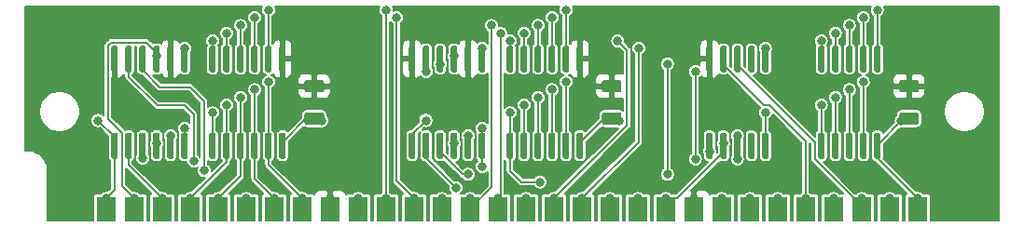
<source format=gbr>
%TF.GenerationSoftware,KiCad,Pcbnew,(5.1.9-0-10_14)*%
%TF.CreationDate,2021-02-23T11:23:49+01:00*%
%TF.ProjectId,30pin_SIMM_4MB,33307069-6e5f-4534-994d-4d5f344d422e,rev?*%
%TF.SameCoordinates,Original*%
%TF.FileFunction,Copper,L1,Top*%
%TF.FilePolarity,Positive*%
%FSLAX46Y46*%
G04 Gerber Fmt 4.6, Leading zero omitted, Abs format (unit mm)*
G04 Created by KiCad (PCBNEW (5.1.9-0-10_14)) date 2021-02-23 11:23:49*
%MOMM*%
%LPD*%
G01*
G04 APERTURE LIST*
%TA.AperFunction,ConnectorPad*%
%ADD10R,1.780000X2.300000*%
%TD*%
%TA.AperFunction,ViaPad*%
%ADD11C,0.800000*%
%TD*%
%TA.AperFunction,Conductor*%
%ADD12C,0.200000*%
%TD*%
%TA.AperFunction,Conductor*%
%ADD13C,0.160000*%
%TD*%
%TA.AperFunction,Conductor*%
%ADD14C,0.100000*%
%TD*%
G04 APERTURE END LIST*
D10*
%TO.P,J1,30*%
%TO.N,+5V*%
X181280000Y-98700000D03*
%TO.P,J1,29*%
%TO.N,/PD*%
X178740000Y-98700000D03*
%TO.P,J1,28*%
%TO.N,/~CASP~*%
X176200000Y-98700000D03*
%TO.P,J1,27*%
%TO.N,/~RAS~*%
X173660000Y-98700000D03*
%TO.P,J1,26*%
%TO.N,/PQ*%
X171120000Y-98700000D03*
%TO.P,J1,25*%
%TO.N,/DQ7*%
X168580000Y-98700000D03*
%TO.P,J1,24*%
%TO.N,/A11*%
X166040000Y-98700000D03*
%TO.P,J1,23*%
%TO.N,/DQ6*%
X163500000Y-98700000D03*
%TO.P,J1,22*%
%TO.N,GND*%
X160960000Y-98700000D03*
%TO.P,J1,21*%
%TO.N,/~WE~*%
X158420000Y-98700000D03*
%TO.P,J1,20*%
%TO.N,/DQ5*%
X155880000Y-98700000D03*
%TO.P,J1,19*%
%TO.N,/A10*%
X153340000Y-98700000D03*
%TO.P,J1,18*%
%TO.N,/A9*%
X150800000Y-98700000D03*
%TO.P,J1,17*%
%TO.N,/A8*%
X148260000Y-98700000D03*
%TO.P,J1,16*%
%TO.N,/DQ4*%
X145720000Y-98700000D03*
%TO.P,J1,15*%
%TO.N,/A7*%
X143180000Y-98700000D03*
%TO.P,J1,14*%
%TO.N,/A6*%
X140640000Y-98700000D03*
%TO.P,J1,13*%
%TO.N,/DQ3*%
X138100000Y-98700000D03*
%TO.P,J1,12*%
%TO.N,/A5*%
X135560000Y-98700000D03*
%TO.P,J1,11*%
%TO.N,/A4*%
X133020000Y-98700000D03*
%TO.P,J1,10*%
%TO.N,/DQ2*%
X130480000Y-98700000D03*
%TO.P,J1,9*%
%TO.N,GND*%
X127940000Y-98700000D03*
%TO.P,J1,8*%
%TO.N,/A3*%
X125400000Y-98700000D03*
%TO.P,J1,7*%
%TO.N,/A2*%
X122860000Y-98700000D03*
%TO.P,J1,6*%
%TO.N,/DQ1*%
X120320000Y-98700000D03*
%TO.P,J1,5*%
%TO.N,/A1*%
X117780000Y-98700000D03*
%TO.P,J1,4*%
%TO.N,/A0*%
X115240000Y-98700000D03*
%TO.P,J1,3*%
%TO.N,/DQ0*%
X112700000Y-98700000D03*
%TO.P,J1,2*%
%TO.N,/~CAS~*%
X110160000Y-98700000D03*
%TO.P,J1,1*%
%TO.N,+5V*%
X107620000Y-98700000D03*
%TD*%
%TO.P,IC3,26*%
%TO.N,GND*%
%TA.AperFunction,SMDPad,CuDef*%
G36*
G01*
X162530000Y-86250000D02*
X162230000Y-86250000D01*
G75*
G02*
X162080000Y-86100000I0J150000D01*
G01*
X162080000Y-84000000D01*
G75*
G02*
X162230000Y-83850000I150000J0D01*
G01*
X162530000Y-83850000D01*
G75*
G02*
X162680000Y-84000000I0J-150000D01*
G01*
X162680000Y-86100000D01*
G75*
G02*
X162530000Y-86250000I-150000J0D01*
G01*
G37*
%TD.AperFunction*%
%TO.P,IC3,25*%
%TO.N,/PQ*%
%TA.AperFunction,SMDPad,CuDef*%
G36*
G01*
X163800000Y-86250000D02*
X163500000Y-86250000D01*
G75*
G02*
X163350000Y-86100000I0J150000D01*
G01*
X163350000Y-84000000D01*
G75*
G02*
X163500000Y-83850000I150000J0D01*
G01*
X163800000Y-83850000D01*
G75*
G02*
X163950000Y-84000000I0J-150000D01*
G01*
X163950000Y-86100000D01*
G75*
G02*
X163800000Y-86250000I-150000J0D01*
G01*
G37*
%TD.AperFunction*%
%TO.P,IC3,24*%
%TO.N,/~CASP~*%
%TA.AperFunction,SMDPad,CuDef*%
G36*
G01*
X165070000Y-86250000D02*
X164770000Y-86250000D01*
G75*
G02*
X164620000Y-86100000I0J150000D01*
G01*
X164620000Y-84000000D01*
G75*
G02*
X164770000Y-83850000I150000J0D01*
G01*
X165070000Y-83850000D01*
G75*
G02*
X165220000Y-84000000I0J-150000D01*
G01*
X165220000Y-86100000D01*
G75*
G02*
X165070000Y-86250000I-150000J0D01*
G01*
G37*
%TD.AperFunction*%
%TO.P,IC3,23*%
%TO.N,Net-(IC3-Pad23)*%
%TA.AperFunction,SMDPad,CuDef*%
G36*
G01*
X166340000Y-86250000D02*
X166040000Y-86250000D01*
G75*
G02*
X165890000Y-86100000I0J150000D01*
G01*
X165890000Y-84000000D01*
G75*
G02*
X166040000Y-83850000I150000J0D01*
G01*
X166340000Y-83850000D01*
G75*
G02*
X166490000Y-84000000I0J-150000D01*
G01*
X166490000Y-86100000D01*
G75*
G02*
X166340000Y-86250000I-150000J0D01*
G01*
G37*
%TD.AperFunction*%
%TO.P,IC3,22*%
%TO.N,/A9*%
%TA.AperFunction,SMDPad,CuDef*%
G36*
G01*
X167610000Y-86250000D02*
X167310000Y-86250000D01*
G75*
G02*
X167160000Y-86100000I0J150000D01*
G01*
X167160000Y-84000000D01*
G75*
G02*
X167310000Y-83850000I150000J0D01*
G01*
X167610000Y-83850000D01*
G75*
G02*
X167760000Y-84000000I0J-150000D01*
G01*
X167760000Y-86100000D01*
G75*
G02*
X167610000Y-86250000I-150000J0D01*
G01*
G37*
%TD.AperFunction*%
%TO.P,IC3,18*%
%TO.N,/A8*%
%TA.AperFunction,SMDPad,CuDef*%
G36*
G01*
X172690000Y-86250000D02*
X172390000Y-86250000D01*
G75*
G02*
X172240000Y-86100000I0J150000D01*
G01*
X172240000Y-84000000D01*
G75*
G02*
X172390000Y-83850000I150000J0D01*
G01*
X172690000Y-83850000D01*
G75*
G02*
X172840000Y-84000000I0J-150000D01*
G01*
X172840000Y-86100000D01*
G75*
G02*
X172690000Y-86250000I-150000J0D01*
G01*
G37*
%TD.AperFunction*%
%TO.P,IC3,17*%
%TO.N,/A7*%
%TA.AperFunction,SMDPad,CuDef*%
G36*
G01*
X173960000Y-86250000D02*
X173660000Y-86250000D01*
G75*
G02*
X173510000Y-86100000I0J150000D01*
G01*
X173510000Y-84000000D01*
G75*
G02*
X173660000Y-83850000I150000J0D01*
G01*
X173960000Y-83850000D01*
G75*
G02*
X174110000Y-84000000I0J-150000D01*
G01*
X174110000Y-86100000D01*
G75*
G02*
X173960000Y-86250000I-150000J0D01*
G01*
G37*
%TD.AperFunction*%
%TO.P,IC3,16*%
%TO.N,/A6*%
%TA.AperFunction,SMDPad,CuDef*%
G36*
G01*
X175230000Y-86250000D02*
X174930000Y-86250000D01*
G75*
G02*
X174780000Y-86100000I0J150000D01*
G01*
X174780000Y-84000000D01*
G75*
G02*
X174930000Y-83850000I150000J0D01*
G01*
X175230000Y-83850000D01*
G75*
G02*
X175380000Y-84000000I0J-150000D01*
G01*
X175380000Y-86100000D01*
G75*
G02*
X175230000Y-86250000I-150000J0D01*
G01*
G37*
%TD.AperFunction*%
%TO.P,IC3,15*%
%TO.N,/A5*%
%TA.AperFunction,SMDPad,CuDef*%
G36*
G01*
X176500000Y-86250000D02*
X176200000Y-86250000D01*
G75*
G02*
X176050000Y-86100000I0J150000D01*
G01*
X176050000Y-84000000D01*
G75*
G02*
X176200000Y-83850000I150000J0D01*
G01*
X176500000Y-83850000D01*
G75*
G02*
X176650000Y-84000000I0J-150000D01*
G01*
X176650000Y-86100000D01*
G75*
G02*
X176500000Y-86250000I-150000J0D01*
G01*
G37*
%TD.AperFunction*%
%TO.P,IC3,13*%
%TO.N,+5V*%
%TA.AperFunction,SMDPad,CuDef*%
G36*
G01*
X177770000Y-94150000D02*
X177470000Y-94150000D01*
G75*
G02*
X177320000Y-94000000I0J150000D01*
G01*
X177320000Y-91900000D01*
G75*
G02*
X177470000Y-91750000I150000J0D01*
G01*
X177770000Y-91750000D01*
G75*
G02*
X177920000Y-91900000I0J-150000D01*
G01*
X177920000Y-94000000D01*
G75*
G02*
X177770000Y-94150000I-150000J0D01*
G01*
G37*
%TD.AperFunction*%
%TO.P,IC3,12*%
%TO.N,/A3*%
%TA.AperFunction,SMDPad,CuDef*%
G36*
G01*
X176500000Y-94150000D02*
X176200000Y-94150000D01*
G75*
G02*
X176050000Y-94000000I0J150000D01*
G01*
X176050000Y-91900000D01*
G75*
G02*
X176200000Y-91750000I150000J0D01*
G01*
X176500000Y-91750000D01*
G75*
G02*
X176650000Y-91900000I0J-150000D01*
G01*
X176650000Y-94000000D01*
G75*
G02*
X176500000Y-94150000I-150000J0D01*
G01*
G37*
%TD.AperFunction*%
%TO.P,IC3,11*%
%TO.N,/A2*%
%TA.AperFunction,SMDPad,CuDef*%
G36*
G01*
X175230000Y-94150000D02*
X174930000Y-94150000D01*
G75*
G02*
X174780000Y-94000000I0J150000D01*
G01*
X174780000Y-91900000D01*
G75*
G02*
X174930000Y-91750000I150000J0D01*
G01*
X175230000Y-91750000D01*
G75*
G02*
X175380000Y-91900000I0J-150000D01*
G01*
X175380000Y-94000000D01*
G75*
G02*
X175230000Y-94150000I-150000J0D01*
G01*
G37*
%TD.AperFunction*%
%TO.P,IC3,10*%
%TO.N,/A1*%
%TA.AperFunction,SMDPad,CuDef*%
G36*
G01*
X173960000Y-94150000D02*
X173660000Y-94150000D01*
G75*
G02*
X173510000Y-94000000I0J150000D01*
G01*
X173510000Y-91900000D01*
G75*
G02*
X173660000Y-91750000I150000J0D01*
G01*
X173960000Y-91750000D01*
G75*
G02*
X174110000Y-91900000I0J-150000D01*
G01*
X174110000Y-94000000D01*
G75*
G02*
X173960000Y-94150000I-150000J0D01*
G01*
G37*
%TD.AperFunction*%
%TO.P,IC3,9*%
%TO.N,/A0*%
%TA.AperFunction,SMDPad,CuDef*%
G36*
G01*
X172690000Y-94150000D02*
X172390000Y-94150000D01*
G75*
G02*
X172240000Y-94000000I0J150000D01*
G01*
X172240000Y-91900000D01*
G75*
G02*
X172390000Y-91750000I150000J0D01*
G01*
X172690000Y-91750000D01*
G75*
G02*
X172840000Y-91900000I0J-150000D01*
G01*
X172840000Y-94000000D01*
G75*
G02*
X172690000Y-94150000I-150000J0D01*
G01*
G37*
%TD.AperFunction*%
%TO.P,IC3,5*%
%TO.N,/A10*%
%TA.AperFunction,SMDPad,CuDef*%
G36*
G01*
X167610000Y-94150000D02*
X167310000Y-94150000D01*
G75*
G02*
X167160000Y-94000000I0J150000D01*
G01*
X167160000Y-91900000D01*
G75*
G02*
X167310000Y-91750000I150000J0D01*
G01*
X167610000Y-91750000D01*
G75*
G02*
X167760000Y-91900000I0J-150000D01*
G01*
X167760000Y-94000000D01*
G75*
G02*
X167610000Y-94150000I-150000J0D01*
G01*
G37*
%TD.AperFunction*%
%TO.P,IC3,4*%
%TO.N,Net-(IC3-Pad4)*%
%TA.AperFunction,SMDPad,CuDef*%
G36*
G01*
X166340000Y-94150000D02*
X166040000Y-94150000D01*
G75*
G02*
X165890000Y-94000000I0J150000D01*
G01*
X165890000Y-91900000D01*
G75*
G02*
X166040000Y-91750000I150000J0D01*
G01*
X166340000Y-91750000D01*
G75*
G02*
X166490000Y-91900000I0J-150000D01*
G01*
X166490000Y-94000000D01*
G75*
G02*
X166340000Y-94150000I-150000J0D01*
G01*
G37*
%TD.AperFunction*%
%TO.P,IC3,3*%
%TO.N,/~RAS~*%
%TA.AperFunction,SMDPad,CuDef*%
G36*
G01*
X165070000Y-94150000D02*
X164770000Y-94150000D01*
G75*
G02*
X164620000Y-94000000I0J150000D01*
G01*
X164620000Y-91900000D01*
G75*
G02*
X164770000Y-91750000I150000J0D01*
G01*
X165070000Y-91750000D01*
G75*
G02*
X165220000Y-91900000I0J-150000D01*
G01*
X165220000Y-94000000D01*
G75*
G02*
X165070000Y-94150000I-150000J0D01*
G01*
G37*
%TD.AperFunction*%
%TO.P,IC3,2*%
%TO.N,/~WE~*%
%TA.AperFunction,SMDPad,CuDef*%
G36*
G01*
X163800000Y-94150000D02*
X163500000Y-94150000D01*
G75*
G02*
X163350000Y-94000000I0J150000D01*
G01*
X163350000Y-91900000D01*
G75*
G02*
X163500000Y-91750000I150000J0D01*
G01*
X163800000Y-91750000D01*
G75*
G02*
X163950000Y-91900000I0J-150000D01*
G01*
X163950000Y-94000000D01*
G75*
G02*
X163800000Y-94150000I-150000J0D01*
G01*
G37*
%TD.AperFunction*%
%TO.P,IC3,1*%
%TO.N,/PD*%
%TA.AperFunction,SMDPad,CuDef*%
G36*
G01*
X162530000Y-94150000D02*
X162230000Y-94150000D01*
G75*
G02*
X162080000Y-94000000I0J150000D01*
G01*
X162080000Y-91900000D01*
G75*
G02*
X162230000Y-91750000I150000J0D01*
G01*
X162530000Y-91750000D01*
G75*
G02*
X162680000Y-91900000I0J-150000D01*
G01*
X162680000Y-94000000D01*
G75*
G02*
X162530000Y-94150000I-150000J0D01*
G01*
G37*
%TD.AperFunction*%
%TO.P,IC3,14*%
%TO.N,/A4*%
%TA.AperFunction,SMDPad,CuDef*%
G36*
G01*
X177770000Y-86250000D02*
X177470000Y-86250000D01*
G75*
G02*
X177320000Y-86100000I0J150000D01*
G01*
X177320000Y-84000000D01*
G75*
G02*
X177470000Y-83850000I150000J0D01*
G01*
X177770000Y-83850000D01*
G75*
G02*
X177920000Y-84000000I0J-150000D01*
G01*
X177920000Y-86100000D01*
G75*
G02*
X177770000Y-86250000I-150000J0D01*
G01*
G37*
%TD.AperFunction*%
%TD*%
%TO.P,IC2,13*%
%TO.N,+5V*%
%TA.AperFunction,SMDPad,CuDef*%
G36*
G01*
X150770000Y-94150000D02*
X150470000Y-94150000D01*
G75*
G02*
X150320000Y-94000000I0J150000D01*
G01*
X150320000Y-91900000D01*
G75*
G02*
X150470000Y-91750000I150000J0D01*
G01*
X150770000Y-91750000D01*
G75*
G02*
X150920000Y-91900000I0J-150000D01*
G01*
X150920000Y-94000000D01*
G75*
G02*
X150770000Y-94150000I-150000J0D01*
G01*
G37*
%TD.AperFunction*%
%TO.P,IC2,12*%
%TO.N,/A3*%
%TA.AperFunction,SMDPad,CuDef*%
G36*
G01*
X149500000Y-94150000D02*
X149200000Y-94150000D01*
G75*
G02*
X149050000Y-94000000I0J150000D01*
G01*
X149050000Y-91900000D01*
G75*
G02*
X149200000Y-91750000I150000J0D01*
G01*
X149500000Y-91750000D01*
G75*
G02*
X149650000Y-91900000I0J-150000D01*
G01*
X149650000Y-94000000D01*
G75*
G02*
X149500000Y-94150000I-150000J0D01*
G01*
G37*
%TD.AperFunction*%
%TO.P,IC2,11*%
%TO.N,/A2*%
%TA.AperFunction,SMDPad,CuDef*%
G36*
G01*
X148230000Y-94150000D02*
X147930000Y-94150000D01*
G75*
G02*
X147780000Y-94000000I0J150000D01*
G01*
X147780000Y-91900000D01*
G75*
G02*
X147930000Y-91750000I150000J0D01*
G01*
X148230000Y-91750000D01*
G75*
G02*
X148380000Y-91900000I0J-150000D01*
G01*
X148380000Y-94000000D01*
G75*
G02*
X148230000Y-94150000I-150000J0D01*
G01*
G37*
%TD.AperFunction*%
%TO.P,IC2,10*%
%TO.N,/A1*%
%TA.AperFunction,SMDPad,CuDef*%
G36*
G01*
X146960000Y-94150000D02*
X146660000Y-94150000D01*
G75*
G02*
X146510000Y-94000000I0J150000D01*
G01*
X146510000Y-91900000D01*
G75*
G02*
X146660000Y-91750000I150000J0D01*
G01*
X146960000Y-91750000D01*
G75*
G02*
X147110000Y-91900000I0J-150000D01*
G01*
X147110000Y-94000000D01*
G75*
G02*
X146960000Y-94150000I-150000J0D01*
G01*
G37*
%TD.AperFunction*%
%TO.P,IC2,9*%
%TO.N,/A0*%
%TA.AperFunction,SMDPad,CuDef*%
G36*
G01*
X145690000Y-94150000D02*
X145390000Y-94150000D01*
G75*
G02*
X145240000Y-94000000I0J150000D01*
G01*
X145240000Y-91900000D01*
G75*
G02*
X145390000Y-91750000I150000J0D01*
G01*
X145690000Y-91750000D01*
G75*
G02*
X145840000Y-91900000I0J-150000D01*
G01*
X145840000Y-94000000D01*
G75*
G02*
X145690000Y-94150000I-150000J0D01*
G01*
G37*
%TD.AperFunction*%
%TO.P,IC2,8*%
%TO.N,/A10*%
%TA.AperFunction,SMDPad,CuDef*%
G36*
G01*
X144420000Y-94150000D02*
X144120000Y-94150000D01*
G75*
G02*
X143970000Y-94000000I0J150000D01*
G01*
X143970000Y-91900000D01*
G75*
G02*
X144120000Y-91750000I150000J0D01*
G01*
X144420000Y-91750000D01*
G75*
G02*
X144570000Y-91900000I0J-150000D01*
G01*
X144570000Y-94000000D01*
G75*
G02*
X144420000Y-94150000I-150000J0D01*
G01*
G37*
%TD.AperFunction*%
%TO.P,IC2,6*%
%TO.N,/A11*%
%TA.AperFunction,SMDPad,CuDef*%
G36*
G01*
X141880000Y-94150000D02*
X141580000Y-94150000D01*
G75*
G02*
X141430000Y-94000000I0J150000D01*
G01*
X141430000Y-91900000D01*
G75*
G02*
X141580000Y-91750000I150000J0D01*
G01*
X141880000Y-91750000D01*
G75*
G02*
X142030000Y-91900000I0J-150000D01*
G01*
X142030000Y-94000000D01*
G75*
G02*
X141880000Y-94150000I-150000J0D01*
G01*
G37*
%TD.AperFunction*%
%TO.P,IC2,5*%
%TO.N,/~RAS~*%
%TA.AperFunction,SMDPad,CuDef*%
G36*
G01*
X140610000Y-94150000D02*
X140310000Y-94150000D01*
G75*
G02*
X140160000Y-94000000I0J150000D01*
G01*
X140160000Y-91900000D01*
G75*
G02*
X140310000Y-91750000I150000J0D01*
G01*
X140610000Y-91750000D01*
G75*
G02*
X140760000Y-91900000I0J-150000D01*
G01*
X140760000Y-94000000D01*
G75*
G02*
X140610000Y-94150000I-150000J0D01*
G01*
G37*
%TD.AperFunction*%
%TO.P,IC2,4*%
%TO.N,/~WE~*%
%TA.AperFunction,SMDPad,CuDef*%
G36*
G01*
X139340000Y-94150000D02*
X139040000Y-94150000D01*
G75*
G02*
X138890000Y-94000000I0J150000D01*
G01*
X138890000Y-91900000D01*
G75*
G02*
X139040000Y-91750000I150000J0D01*
G01*
X139340000Y-91750000D01*
G75*
G02*
X139490000Y-91900000I0J-150000D01*
G01*
X139490000Y-94000000D01*
G75*
G02*
X139340000Y-94150000I-150000J0D01*
G01*
G37*
%TD.AperFunction*%
%TO.P,IC2,3*%
%TO.N,/DQ5*%
%TA.AperFunction,SMDPad,CuDef*%
G36*
G01*
X138070000Y-94150000D02*
X137770000Y-94150000D01*
G75*
G02*
X137620000Y-94000000I0J150000D01*
G01*
X137620000Y-91900000D01*
G75*
G02*
X137770000Y-91750000I150000J0D01*
G01*
X138070000Y-91750000D01*
G75*
G02*
X138220000Y-91900000I0J-150000D01*
G01*
X138220000Y-94000000D01*
G75*
G02*
X138070000Y-94150000I-150000J0D01*
G01*
G37*
%TD.AperFunction*%
%TO.P,IC2,2*%
%TO.N,/DQ4*%
%TA.AperFunction,SMDPad,CuDef*%
G36*
G01*
X136800000Y-94150000D02*
X136500000Y-94150000D01*
G75*
G02*
X136350000Y-94000000I0J150000D01*
G01*
X136350000Y-91900000D01*
G75*
G02*
X136500000Y-91750000I150000J0D01*
G01*
X136800000Y-91750000D01*
G75*
G02*
X136950000Y-91900000I0J-150000D01*
G01*
X136950000Y-94000000D01*
G75*
G02*
X136800000Y-94150000I-150000J0D01*
G01*
G37*
%TD.AperFunction*%
%TO.P,IC2,26*%
%TO.N,GND*%
%TA.AperFunction,SMDPad,CuDef*%
G36*
G01*
X135530000Y-86250000D02*
X135230000Y-86250000D01*
G75*
G02*
X135080000Y-86100000I0J150000D01*
G01*
X135080000Y-84000000D01*
G75*
G02*
X135230000Y-83850000I150000J0D01*
G01*
X135530000Y-83850000D01*
G75*
G02*
X135680000Y-84000000I0J-150000D01*
G01*
X135680000Y-86100000D01*
G75*
G02*
X135530000Y-86250000I-150000J0D01*
G01*
G37*
%TD.AperFunction*%
%TO.P,IC2,25*%
%TO.N,/DQ7*%
%TA.AperFunction,SMDPad,CuDef*%
G36*
G01*
X136800000Y-86250000D02*
X136500000Y-86250000D01*
G75*
G02*
X136350000Y-86100000I0J150000D01*
G01*
X136350000Y-84000000D01*
G75*
G02*
X136500000Y-83850000I150000J0D01*
G01*
X136800000Y-83850000D01*
G75*
G02*
X136950000Y-84000000I0J-150000D01*
G01*
X136950000Y-86100000D01*
G75*
G02*
X136800000Y-86250000I-150000J0D01*
G01*
G37*
%TD.AperFunction*%
%TO.P,IC2,24*%
%TO.N,/DQ6*%
%TA.AperFunction,SMDPad,CuDef*%
G36*
G01*
X138070000Y-86250000D02*
X137770000Y-86250000D01*
G75*
G02*
X137620000Y-86100000I0J150000D01*
G01*
X137620000Y-84000000D01*
G75*
G02*
X137770000Y-83850000I150000J0D01*
G01*
X138070000Y-83850000D01*
G75*
G02*
X138220000Y-84000000I0J-150000D01*
G01*
X138220000Y-86100000D01*
G75*
G02*
X138070000Y-86250000I-150000J0D01*
G01*
G37*
%TD.AperFunction*%
%TO.P,IC2,23*%
%TO.N,/~CAS~*%
%TA.AperFunction,SMDPad,CuDef*%
G36*
G01*
X139340000Y-86250000D02*
X139040000Y-86250000D01*
G75*
G02*
X138890000Y-86100000I0J150000D01*
G01*
X138890000Y-84000000D01*
G75*
G02*
X139040000Y-83850000I150000J0D01*
G01*
X139340000Y-83850000D01*
G75*
G02*
X139490000Y-84000000I0J-150000D01*
G01*
X139490000Y-86100000D01*
G75*
G02*
X139340000Y-86250000I-150000J0D01*
G01*
G37*
%TD.AperFunction*%
%TO.P,IC2,22*%
%TO.N,GND*%
%TA.AperFunction,SMDPad,CuDef*%
G36*
G01*
X140610000Y-86250000D02*
X140310000Y-86250000D01*
G75*
G02*
X140160000Y-86100000I0J150000D01*
G01*
X140160000Y-84000000D01*
G75*
G02*
X140310000Y-83850000I150000J0D01*
G01*
X140610000Y-83850000D01*
G75*
G02*
X140760000Y-84000000I0J-150000D01*
G01*
X140760000Y-86100000D01*
G75*
G02*
X140610000Y-86250000I-150000J0D01*
G01*
G37*
%TD.AperFunction*%
%TO.P,IC2,21*%
%TO.N,/A9*%
%TA.AperFunction,SMDPad,CuDef*%
G36*
G01*
X141880000Y-86250000D02*
X141580000Y-86250000D01*
G75*
G02*
X141430000Y-86100000I0J150000D01*
G01*
X141430000Y-84000000D01*
G75*
G02*
X141580000Y-83850000I150000J0D01*
G01*
X141880000Y-83850000D01*
G75*
G02*
X142030000Y-84000000I0J-150000D01*
G01*
X142030000Y-86100000D01*
G75*
G02*
X141880000Y-86250000I-150000J0D01*
G01*
G37*
%TD.AperFunction*%
%TO.P,IC2,19*%
%TO.N,/A8*%
%TA.AperFunction,SMDPad,CuDef*%
G36*
G01*
X144420000Y-86250000D02*
X144120000Y-86250000D01*
G75*
G02*
X143970000Y-86100000I0J150000D01*
G01*
X143970000Y-84000000D01*
G75*
G02*
X144120000Y-83850000I150000J0D01*
G01*
X144420000Y-83850000D01*
G75*
G02*
X144570000Y-84000000I0J-150000D01*
G01*
X144570000Y-86100000D01*
G75*
G02*
X144420000Y-86250000I-150000J0D01*
G01*
G37*
%TD.AperFunction*%
%TO.P,IC2,18*%
%TO.N,/A7*%
%TA.AperFunction,SMDPad,CuDef*%
G36*
G01*
X145690000Y-86250000D02*
X145390000Y-86250000D01*
G75*
G02*
X145240000Y-86100000I0J150000D01*
G01*
X145240000Y-84000000D01*
G75*
G02*
X145390000Y-83850000I150000J0D01*
G01*
X145690000Y-83850000D01*
G75*
G02*
X145840000Y-84000000I0J-150000D01*
G01*
X145840000Y-86100000D01*
G75*
G02*
X145690000Y-86250000I-150000J0D01*
G01*
G37*
%TD.AperFunction*%
%TO.P,IC2,17*%
%TO.N,/A6*%
%TA.AperFunction,SMDPad,CuDef*%
G36*
G01*
X146960000Y-86250000D02*
X146660000Y-86250000D01*
G75*
G02*
X146510000Y-86100000I0J150000D01*
G01*
X146510000Y-84000000D01*
G75*
G02*
X146660000Y-83850000I150000J0D01*
G01*
X146960000Y-83850000D01*
G75*
G02*
X147110000Y-84000000I0J-150000D01*
G01*
X147110000Y-86100000D01*
G75*
G02*
X146960000Y-86250000I-150000J0D01*
G01*
G37*
%TD.AperFunction*%
%TO.P,IC2,16*%
%TO.N,/A5*%
%TA.AperFunction,SMDPad,CuDef*%
G36*
G01*
X148230000Y-86250000D02*
X147930000Y-86250000D01*
G75*
G02*
X147780000Y-86100000I0J150000D01*
G01*
X147780000Y-84000000D01*
G75*
G02*
X147930000Y-83850000I150000J0D01*
G01*
X148230000Y-83850000D01*
G75*
G02*
X148380000Y-84000000I0J-150000D01*
G01*
X148380000Y-86100000D01*
G75*
G02*
X148230000Y-86250000I-150000J0D01*
G01*
G37*
%TD.AperFunction*%
%TO.P,IC2,15*%
%TO.N,/A4*%
%TA.AperFunction,SMDPad,CuDef*%
G36*
G01*
X149500000Y-86250000D02*
X149200000Y-86250000D01*
G75*
G02*
X149050000Y-86100000I0J150000D01*
G01*
X149050000Y-84000000D01*
G75*
G02*
X149200000Y-83850000I150000J0D01*
G01*
X149500000Y-83850000D01*
G75*
G02*
X149650000Y-84000000I0J-150000D01*
G01*
X149650000Y-86100000D01*
G75*
G02*
X149500000Y-86250000I-150000J0D01*
G01*
G37*
%TD.AperFunction*%
%TO.P,IC2,1*%
%TO.N,+5V*%
%TA.AperFunction,SMDPad,CuDef*%
G36*
G01*
X135530000Y-94150000D02*
X135230000Y-94150000D01*
G75*
G02*
X135080000Y-94000000I0J150000D01*
G01*
X135080000Y-91900000D01*
G75*
G02*
X135230000Y-91750000I150000J0D01*
G01*
X135530000Y-91750000D01*
G75*
G02*
X135680000Y-91900000I0J-150000D01*
G01*
X135680000Y-94000000D01*
G75*
G02*
X135530000Y-94150000I-150000J0D01*
G01*
G37*
%TD.AperFunction*%
%TO.P,IC2,14*%
%TO.N,GND*%
%TA.AperFunction,SMDPad,CuDef*%
G36*
G01*
X150770000Y-86250000D02*
X150470000Y-86250000D01*
G75*
G02*
X150320000Y-86100000I0J150000D01*
G01*
X150320000Y-84000000D01*
G75*
G02*
X150470000Y-83850000I150000J0D01*
G01*
X150770000Y-83850000D01*
G75*
G02*
X150920000Y-84000000I0J-150000D01*
G01*
X150920000Y-86100000D01*
G75*
G02*
X150770000Y-86250000I-150000J0D01*
G01*
G37*
%TD.AperFunction*%
%TD*%
%TO.P,IC1,13*%
%TO.N,+5V*%
%TA.AperFunction,SMDPad,CuDef*%
G36*
G01*
X123770000Y-94150000D02*
X123470000Y-94150000D01*
G75*
G02*
X123320000Y-94000000I0J150000D01*
G01*
X123320000Y-91900000D01*
G75*
G02*
X123470000Y-91750000I150000J0D01*
G01*
X123770000Y-91750000D01*
G75*
G02*
X123920000Y-91900000I0J-150000D01*
G01*
X123920000Y-94000000D01*
G75*
G02*
X123770000Y-94150000I-150000J0D01*
G01*
G37*
%TD.AperFunction*%
%TO.P,IC1,12*%
%TO.N,/A3*%
%TA.AperFunction,SMDPad,CuDef*%
G36*
G01*
X122500000Y-94150000D02*
X122200000Y-94150000D01*
G75*
G02*
X122050000Y-94000000I0J150000D01*
G01*
X122050000Y-91900000D01*
G75*
G02*
X122200000Y-91750000I150000J0D01*
G01*
X122500000Y-91750000D01*
G75*
G02*
X122650000Y-91900000I0J-150000D01*
G01*
X122650000Y-94000000D01*
G75*
G02*
X122500000Y-94150000I-150000J0D01*
G01*
G37*
%TD.AperFunction*%
%TO.P,IC1,11*%
%TO.N,/A2*%
%TA.AperFunction,SMDPad,CuDef*%
G36*
G01*
X121230000Y-94150000D02*
X120930000Y-94150000D01*
G75*
G02*
X120780000Y-94000000I0J150000D01*
G01*
X120780000Y-91900000D01*
G75*
G02*
X120930000Y-91750000I150000J0D01*
G01*
X121230000Y-91750000D01*
G75*
G02*
X121380000Y-91900000I0J-150000D01*
G01*
X121380000Y-94000000D01*
G75*
G02*
X121230000Y-94150000I-150000J0D01*
G01*
G37*
%TD.AperFunction*%
%TO.P,IC1,10*%
%TO.N,/A1*%
%TA.AperFunction,SMDPad,CuDef*%
G36*
G01*
X119960000Y-94150000D02*
X119660000Y-94150000D01*
G75*
G02*
X119510000Y-94000000I0J150000D01*
G01*
X119510000Y-91900000D01*
G75*
G02*
X119660000Y-91750000I150000J0D01*
G01*
X119960000Y-91750000D01*
G75*
G02*
X120110000Y-91900000I0J-150000D01*
G01*
X120110000Y-94000000D01*
G75*
G02*
X119960000Y-94150000I-150000J0D01*
G01*
G37*
%TD.AperFunction*%
%TO.P,IC1,9*%
%TO.N,/A0*%
%TA.AperFunction,SMDPad,CuDef*%
G36*
G01*
X118690000Y-94150000D02*
X118390000Y-94150000D01*
G75*
G02*
X118240000Y-94000000I0J150000D01*
G01*
X118240000Y-91900000D01*
G75*
G02*
X118390000Y-91750000I150000J0D01*
G01*
X118690000Y-91750000D01*
G75*
G02*
X118840000Y-91900000I0J-150000D01*
G01*
X118840000Y-94000000D01*
G75*
G02*
X118690000Y-94150000I-150000J0D01*
G01*
G37*
%TD.AperFunction*%
%TO.P,IC1,8*%
%TO.N,/A10*%
%TA.AperFunction,SMDPad,CuDef*%
G36*
G01*
X117420000Y-94150000D02*
X117120000Y-94150000D01*
G75*
G02*
X116970000Y-94000000I0J150000D01*
G01*
X116970000Y-91900000D01*
G75*
G02*
X117120000Y-91750000I150000J0D01*
G01*
X117420000Y-91750000D01*
G75*
G02*
X117570000Y-91900000I0J-150000D01*
G01*
X117570000Y-94000000D01*
G75*
G02*
X117420000Y-94150000I-150000J0D01*
G01*
G37*
%TD.AperFunction*%
%TO.P,IC1,6*%
%TO.N,/A11*%
%TA.AperFunction,SMDPad,CuDef*%
G36*
G01*
X114880000Y-94150000D02*
X114580000Y-94150000D01*
G75*
G02*
X114430000Y-94000000I0J150000D01*
G01*
X114430000Y-91900000D01*
G75*
G02*
X114580000Y-91750000I150000J0D01*
G01*
X114880000Y-91750000D01*
G75*
G02*
X115030000Y-91900000I0J-150000D01*
G01*
X115030000Y-94000000D01*
G75*
G02*
X114880000Y-94150000I-150000J0D01*
G01*
G37*
%TD.AperFunction*%
%TO.P,IC1,5*%
%TO.N,/~RAS~*%
%TA.AperFunction,SMDPad,CuDef*%
G36*
G01*
X113610000Y-94150000D02*
X113310000Y-94150000D01*
G75*
G02*
X113160000Y-94000000I0J150000D01*
G01*
X113160000Y-91900000D01*
G75*
G02*
X113310000Y-91750000I150000J0D01*
G01*
X113610000Y-91750000D01*
G75*
G02*
X113760000Y-91900000I0J-150000D01*
G01*
X113760000Y-94000000D01*
G75*
G02*
X113610000Y-94150000I-150000J0D01*
G01*
G37*
%TD.AperFunction*%
%TO.P,IC1,4*%
%TO.N,/~WE~*%
%TA.AperFunction,SMDPad,CuDef*%
G36*
G01*
X112340000Y-94150000D02*
X112040000Y-94150000D01*
G75*
G02*
X111890000Y-94000000I0J150000D01*
G01*
X111890000Y-91900000D01*
G75*
G02*
X112040000Y-91750000I150000J0D01*
G01*
X112340000Y-91750000D01*
G75*
G02*
X112490000Y-91900000I0J-150000D01*
G01*
X112490000Y-94000000D01*
G75*
G02*
X112340000Y-94150000I-150000J0D01*
G01*
G37*
%TD.AperFunction*%
%TO.P,IC1,3*%
%TO.N,/DQ1*%
%TA.AperFunction,SMDPad,CuDef*%
G36*
G01*
X111070000Y-94150000D02*
X110770000Y-94150000D01*
G75*
G02*
X110620000Y-94000000I0J150000D01*
G01*
X110620000Y-91900000D01*
G75*
G02*
X110770000Y-91750000I150000J0D01*
G01*
X111070000Y-91750000D01*
G75*
G02*
X111220000Y-91900000I0J-150000D01*
G01*
X111220000Y-94000000D01*
G75*
G02*
X111070000Y-94150000I-150000J0D01*
G01*
G37*
%TD.AperFunction*%
%TO.P,IC1,2*%
%TO.N,/DQ0*%
%TA.AperFunction,SMDPad,CuDef*%
G36*
G01*
X109800000Y-94150000D02*
X109500000Y-94150000D01*
G75*
G02*
X109350000Y-94000000I0J150000D01*
G01*
X109350000Y-91900000D01*
G75*
G02*
X109500000Y-91750000I150000J0D01*
G01*
X109800000Y-91750000D01*
G75*
G02*
X109950000Y-91900000I0J-150000D01*
G01*
X109950000Y-94000000D01*
G75*
G02*
X109800000Y-94150000I-150000J0D01*
G01*
G37*
%TD.AperFunction*%
%TO.P,IC1,26*%
%TO.N,GND*%
%TA.AperFunction,SMDPad,CuDef*%
G36*
G01*
X108530000Y-86250000D02*
X108230000Y-86250000D01*
G75*
G02*
X108080000Y-86100000I0J150000D01*
G01*
X108080000Y-84000000D01*
G75*
G02*
X108230000Y-83850000I150000J0D01*
G01*
X108530000Y-83850000D01*
G75*
G02*
X108680000Y-84000000I0J-150000D01*
G01*
X108680000Y-86100000D01*
G75*
G02*
X108530000Y-86250000I-150000J0D01*
G01*
G37*
%TD.AperFunction*%
%TO.P,IC1,25*%
%TO.N,/DQ3*%
%TA.AperFunction,SMDPad,CuDef*%
G36*
G01*
X109800000Y-86250000D02*
X109500000Y-86250000D01*
G75*
G02*
X109350000Y-86100000I0J150000D01*
G01*
X109350000Y-84000000D01*
G75*
G02*
X109500000Y-83850000I150000J0D01*
G01*
X109800000Y-83850000D01*
G75*
G02*
X109950000Y-84000000I0J-150000D01*
G01*
X109950000Y-86100000D01*
G75*
G02*
X109800000Y-86250000I-150000J0D01*
G01*
G37*
%TD.AperFunction*%
%TO.P,IC1,24*%
%TO.N,/DQ2*%
%TA.AperFunction,SMDPad,CuDef*%
G36*
G01*
X111070000Y-86250000D02*
X110770000Y-86250000D01*
G75*
G02*
X110620000Y-86100000I0J150000D01*
G01*
X110620000Y-84000000D01*
G75*
G02*
X110770000Y-83850000I150000J0D01*
G01*
X111070000Y-83850000D01*
G75*
G02*
X111220000Y-84000000I0J-150000D01*
G01*
X111220000Y-86100000D01*
G75*
G02*
X111070000Y-86250000I-150000J0D01*
G01*
G37*
%TD.AperFunction*%
%TO.P,IC1,23*%
%TO.N,/~CAS~*%
%TA.AperFunction,SMDPad,CuDef*%
G36*
G01*
X112340000Y-86250000D02*
X112040000Y-86250000D01*
G75*
G02*
X111890000Y-86100000I0J150000D01*
G01*
X111890000Y-84000000D01*
G75*
G02*
X112040000Y-83850000I150000J0D01*
G01*
X112340000Y-83850000D01*
G75*
G02*
X112490000Y-84000000I0J-150000D01*
G01*
X112490000Y-86100000D01*
G75*
G02*
X112340000Y-86250000I-150000J0D01*
G01*
G37*
%TD.AperFunction*%
%TO.P,IC1,22*%
%TO.N,GND*%
%TA.AperFunction,SMDPad,CuDef*%
G36*
G01*
X113610000Y-86250000D02*
X113310000Y-86250000D01*
G75*
G02*
X113160000Y-86100000I0J150000D01*
G01*
X113160000Y-84000000D01*
G75*
G02*
X113310000Y-83850000I150000J0D01*
G01*
X113610000Y-83850000D01*
G75*
G02*
X113760000Y-84000000I0J-150000D01*
G01*
X113760000Y-86100000D01*
G75*
G02*
X113610000Y-86250000I-150000J0D01*
G01*
G37*
%TD.AperFunction*%
%TO.P,IC1,21*%
%TO.N,/A9*%
%TA.AperFunction,SMDPad,CuDef*%
G36*
G01*
X114880000Y-86250000D02*
X114580000Y-86250000D01*
G75*
G02*
X114430000Y-86100000I0J150000D01*
G01*
X114430000Y-84000000D01*
G75*
G02*
X114580000Y-83850000I150000J0D01*
G01*
X114880000Y-83850000D01*
G75*
G02*
X115030000Y-84000000I0J-150000D01*
G01*
X115030000Y-86100000D01*
G75*
G02*
X114880000Y-86250000I-150000J0D01*
G01*
G37*
%TD.AperFunction*%
%TO.P,IC1,19*%
%TO.N,/A8*%
%TA.AperFunction,SMDPad,CuDef*%
G36*
G01*
X117420000Y-86250000D02*
X117120000Y-86250000D01*
G75*
G02*
X116970000Y-86100000I0J150000D01*
G01*
X116970000Y-84000000D01*
G75*
G02*
X117120000Y-83850000I150000J0D01*
G01*
X117420000Y-83850000D01*
G75*
G02*
X117570000Y-84000000I0J-150000D01*
G01*
X117570000Y-86100000D01*
G75*
G02*
X117420000Y-86250000I-150000J0D01*
G01*
G37*
%TD.AperFunction*%
%TO.P,IC1,18*%
%TO.N,/A7*%
%TA.AperFunction,SMDPad,CuDef*%
G36*
G01*
X118690000Y-86250000D02*
X118390000Y-86250000D01*
G75*
G02*
X118240000Y-86100000I0J150000D01*
G01*
X118240000Y-84000000D01*
G75*
G02*
X118390000Y-83850000I150000J0D01*
G01*
X118690000Y-83850000D01*
G75*
G02*
X118840000Y-84000000I0J-150000D01*
G01*
X118840000Y-86100000D01*
G75*
G02*
X118690000Y-86250000I-150000J0D01*
G01*
G37*
%TD.AperFunction*%
%TO.P,IC1,17*%
%TO.N,/A6*%
%TA.AperFunction,SMDPad,CuDef*%
G36*
G01*
X119960000Y-86250000D02*
X119660000Y-86250000D01*
G75*
G02*
X119510000Y-86100000I0J150000D01*
G01*
X119510000Y-84000000D01*
G75*
G02*
X119660000Y-83850000I150000J0D01*
G01*
X119960000Y-83850000D01*
G75*
G02*
X120110000Y-84000000I0J-150000D01*
G01*
X120110000Y-86100000D01*
G75*
G02*
X119960000Y-86250000I-150000J0D01*
G01*
G37*
%TD.AperFunction*%
%TO.P,IC1,16*%
%TO.N,/A5*%
%TA.AperFunction,SMDPad,CuDef*%
G36*
G01*
X121230000Y-86250000D02*
X120930000Y-86250000D01*
G75*
G02*
X120780000Y-86100000I0J150000D01*
G01*
X120780000Y-84000000D01*
G75*
G02*
X120930000Y-83850000I150000J0D01*
G01*
X121230000Y-83850000D01*
G75*
G02*
X121380000Y-84000000I0J-150000D01*
G01*
X121380000Y-86100000D01*
G75*
G02*
X121230000Y-86250000I-150000J0D01*
G01*
G37*
%TD.AperFunction*%
%TO.P,IC1,15*%
%TO.N,/A4*%
%TA.AperFunction,SMDPad,CuDef*%
G36*
G01*
X122500000Y-86250000D02*
X122200000Y-86250000D01*
G75*
G02*
X122050000Y-86100000I0J150000D01*
G01*
X122050000Y-84000000D01*
G75*
G02*
X122200000Y-83850000I150000J0D01*
G01*
X122500000Y-83850000D01*
G75*
G02*
X122650000Y-84000000I0J-150000D01*
G01*
X122650000Y-86100000D01*
G75*
G02*
X122500000Y-86250000I-150000J0D01*
G01*
G37*
%TD.AperFunction*%
%TO.P,IC1,1*%
%TO.N,+5V*%
%TA.AperFunction,SMDPad,CuDef*%
G36*
G01*
X108530000Y-94150000D02*
X108230000Y-94150000D01*
G75*
G02*
X108080000Y-94000000I0J150000D01*
G01*
X108080000Y-91900000D01*
G75*
G02*
X108230000Y-91750000I150000J0D01*
G01*
X108530000Y-91750000D01*
G75*
G02*
X108680000Y-91900000I0J-150000D01*
G01*
X108680000Y-94000000D01*
G75*
G02*
X108530000Y-94150000I-150000J0D01*
G01*
G37*
%TD.AperFunction*%
%TO.P,IC1,14*%
%TO.N,GND*%
%TA.AperFunction,SMDPad,CuDef*%
G36*
G01*
X123770000Y-86250000D02*
X123470000Y-86250000D01*
G75*
G02*
X123320000Y-86100000I0J150000D01*
G01*
X123320000Y-84000000D01*
G75*
G02*
X123470000Y-83850000I150000J0D01*
G01*
X123770000Y-83850000D01*
G75*
G02*
X123920000Y-84000000I0J-150000D01*
G01*
X123920000Y-86100000D01*
G75*
G02*
X123770000Y-86250000I-150000J0D01*
G01*
G37*
%TD.AperFunction*%
%TD*%
%TO.P,C3,2*%
%TO.N,GND*%
%TA.AperFunction,SMDPad,CuDef*%
G36*
G01*
X181150001Y-88100000D02*
X179849999Y-88100000D01*
G75*
G02*
X179600000Y-87850001I0J249999D01*
G01*
X179600000Y-87199999D01*
G75*
G02*
X179849999Y-86950000I249999J0D01*
G01*
X181150001Y-86950000D01*
G75*
G02*
X181400000Y-87199999I0J-249999D01*
G01*
X181400000Y-87850001D01*
G75*
G02*
X181150001Y-88100000I-249999J0D01*
G01*
G37*
%TD.AperFunction*%
%TO.P,C3,1*%
%TO.N,+5V*%
%TA.AperFunction,SMDPad,CuDef*%
G36*
G01*
X181150001Y-91050000D02*
X179849999Y-91050000D01*
G75*
G02*
X179600000Y-90800001I0J249999D01*
G01*
X179600000Y-90149999D01*
G75*
G02*
X179849999Y-89900000I249999J0D01*
G01*
X181150001Y-89900000D01*
G75*
G02*
X181400000Y-90149999I0J-249999D01*
G01*
X181400000Y-90800001D01*
G75*
G02*
X181150001Y-91050000I-249999J0D01*
G01*
G37*
%TD.AperFunction*%
%TD*%
%TO.P,C2,2*%
%TO.N,GND*%
%TA.AperFunction,SMDPad,CuDef*%
G36*
G01*
X154150001Y-88100000D02*
X152849999Y-88100000D01*
G75*
G02*
X152600000Y-87850001I0J249999D01*
G01*
X152600000Y-87199999D01*
G75*
G02*
X152849999Y-86950000I249999J0D01*
G01*
X154150001Y-86950000D01*
G75*
G02*
X154400000Y-87199999I0J-249999D01*
G01*
X154400000Y-87850001D01*
G75*
G02*
X154150001Y-88100000I-249999J0D01*
G01*
G37*
%TD.AperFunction*%
%TO.P,C2,1*%
%TO.N,+5V*%
%TA.AperFunction,SMDPad,CuDef*%
G36*
G01*
X154150001Y-91050000D02*
X152849999Y-91050000D01*
G75*
G02*
X152600000Y-90800001I0J249999D01*
G01*
X152600000Y-90149999D01*
G75*
G02*
X152849999Y-89900000I249999J0D01*
G01*
X154150001Y-89900000D01*
G75*
G02*
X154400000Y-90149999I0J-249999D01*
G01*
X154400000Y-90800001D01*
G75*
G02*
X154150001Y-91050000I-249999J0D01*
G01*
G37*
%TD.AperFunction*%
%TD*%
%TO.P,C1,2*%
%TO.N,GND*%
%TA.AperFunction,SMDPad,CuDef*%
G36*
G01*
X127150001Y-88100000D02*
X125849999Y-88100000D01*
G75*
G02*
X125600000Y-87850001I0J249999D01*
G01*
X125600000Y-87199999D01*
G75*
G02*
X125849999Y-86950000I249999J0D01*
G01*
X127150001Y-86950000D01*
G75*
G02*
X127400000Y-87199999I0J-249999D01*
G01*
X127400000Y-87850001D01*
G75*
G02*
X127150001Y-88100000I-249999J0D01*
G01*
G37*
%TD.AperFunction*%
%TO.P,C1,1*%
%TO.N,+5V*%
%TA.AperFunction,SMDPad,CuDef*%
G36*
G01*
X127150001Y-91050000D02*
X125849999Y-91050000D01*
G75*
G02*
X125600000Y-90800001I0J249999D01*
G01*
X125600000Y-90149999D01*
G75*
G02*
X125849999Y-89900000I249999J0D01*
G01*
X127150001Y-89900000D01*
G75*
G02*
X127400000Y-90149999I0J-249999D01*
G01*
X127400000Y-90800001D01*
G75*
G02*
X127150001Y-91050000I-249999J0D01*
G01*
G37*
%TD.AperFunction*%
%TD*%
D11*
%TO.N,GND*%
X175450000Y-96300000D03*
X169100000Y-96300000D03*
X165900000Y-96300000D03*
X127940000Y-97750000D03*
X160960000Y-97750000D03*
X182600000Y-96300000D03*
X163400000Y-96300000D03*
X131100000Y-96300000D03*
X153400000Y-93800000D03*
X172055000Y-96300000D03*
X133740000Y-96940000D03*
X109130000Y-87630000D03*
X157000000Y-93780000D03*
X110920000Y-82000000D03*
X153460000Y-96540000D03*
X110010000Y-96300000D03*
X114730000Y-88400000D03*
X105940000Y-96300000D03*
%TO.N,+5V*%
X107620000Y-97750000D03*
X181280000Y-97750000D03*
X127190000Y-90650000D03*
X154200000Y-90670000D03*
X179800000Y-90680000D03*
X106870000Y-90650000D03*
X136630000Y-90650000D03*
%TO.N,/A3*%
X149350000Y-87150000D03*
X176350000Y-87150000D03*
X125400000Y-97750000D03*
X122350000Y-87150000D03*
%TO.N,/A2*%
X148080000Y-87850000D03*
X175080000Y-87850000D03*
X121080000Y-87850000D03*
X122860000Y-97750000D03*
%TO.N,/A1*%
X146810000Y-88550000D03*
X173810000Y-88550000D03*
X119810000Y-88550000D03*
X117780000Y-97750000D03*
%TO.N,/A0*%
X145540000Y-89250000D03*
X172540000Y-89250000D03*
X118540000Y-89250000D03*
X115240000Y-97750000D03*
%TO.N,/A10*%
X144270000Y-89950000D03*
X167460000Y-89950000D03*
X117270000Y-89950000D03*
X153340000Y-97750000D03*
X146990000Y-96250000D03*
%TO.N,/A11*%
X141730000Y-91350000D03*
X114730000Y-91350000D03*
X166040000Y-97750000D03*
X141730000Y-94850000D03*
%TO.N,/~RAS~*%
X140460000Y-92050000D03*
X164920000Y-92050000D03*
X113460000Y-92050000D03*
X173660000Y-97750000D03*
X164920000Y-94150000D03*
%TO.N,/~WE~*%
X163650000Y-92750000D03*
X139190000Y-92750000D03*
X112190000Y-92750000D03*
X158420000Y-97750000D03*
%TO.N,/DQ1*%
X110920000Y-94100000D03*
X120320000Y-97750000D03*
%TO.N,/DQ0*%
X112700000Y-97750000D03*
%TO.N,/DQ3*%
X115560000Y-94330000D03*
X138100000Y-97750000D03*
%TO.N,/DQ2*%
X116510000Y-95210000D03*
X130480000Y-97750000D03*
%TO.N,/~CAS~*%
X110160000Y-97750000D03*
X139190000Y-84800000D03*
X112190000Y-84800000D03*
%TO.N,/A9*%
X167460000Y-84100000D03*
X150800000Y-97750000D03*
X141730000Y-84100000D03*
X114730000Y-84100000D03*
X155950000Y-84100000D03*
%TO.N,/A8*%
X148260000Y-97750000D03*
X172540000Y-83400000D03*
X144270000Y-83400000D03*
X117270000Y-83400000D03*
X154040000Y-83400000D03*
%TO.N,/A7*%
X143180000Y-97750000D03*
X173810000Y-82700000D03*
X145540000Y-82700000D03*
X118540000Y-82700000D03*
X143410000Y-82700000D03*
%TO.N,/A6*%
X140640000Y-97750000D03*
X175080000Y-82000000D03*
X146810000Y-82000000D03*
X119810000Y-82000000D03*
X142600000Y-82000000D03*
%TO.N,/A5*%
X135560000Y-97750000D03*
X176350000Y-81300000D03*
X148080000Y-81300000D03*
X121080000Y-81300000D03*
X133960000Y-81300000D03*
%TO.N,/A4*%
X133020000Y-97750000D03*
X177620000Y-80600000D03*
X149350000Y-80600000D03*
X122350000Y-80600000D03*
X133020000Y-80600000D03*
%TO.N,/DQ5*%
X155880000Y-97750000D03*
X140460000Y-95550000D03*
%TO.N,/DQ4*%
X139370000Y-96770000D03*
X145720000Y-97750000D03*
%TO.N,/DQ7*%
X168580000Y-97750000D03*
X136650000Y-86200000D03*
X161110000Y-94150000D03*
X161110000Y-86200000D03*
%TO.N,/DQ6*%
X163500000Y-97750000D03*
X137920000Y-85500000D03*
X158570000Y-85500000D03*
X158570000Y-95550000D03*
%TO.N,/PQ*%
X171120000Y-97750000D03*
%TO.N,/~CASP~*%
X176200000Y-97750000D03*
%TO.N,/PD*%
X162380000Y-93450000D03*
X178740000Y-97750000D03*
%TD*%
D12*
%TO.N,+5V*%
X108380000Y-96990000D02*
X107620000Y-97750000D01*
X108380000Y-92700000D02*
X108380000Y-96990000D01*
X177620000Y-92700000D02*
X177620000Y-92383588D01*
X135380000Y-92383588D02*
X135380000Y-92700000D01*
X108380000Y-92383588D02*
X108380000Y-92700000D01*
X123620000Y-92630000D02*
X123620000Y-92700000D01*
X150620000Y-92700000D02*
X150620000Y-92650000D01*
X177620000Y-92700000D02*
X177620000Y-92630000D01*
X150620000Y-92650000D02*
X152795000Y-90475000D01*
X125775000Y-90475000D02*
X123620000Y-92630000D01*
X177620000Y-94090000D02*
X181280000Y-97750000D01*
X177620000Y-92700000D02*
X177620000Y-94090000D01*
X108380000Y-92160000D02*
X108380000Y-92700000D01*
X106870000Y-90650000D02*
X108380000Y-92160000D01*
X135380000Y-92700000D02*
X135380000Y-92080000D01*
X177780000Y-92700000D02*
X179800000Y-90680000D01*
X177620000Y-92700000D02*
X177780000Y-92700000D01*
X135380000Y-91900000D02*
X135380000Y-92700000D01*
X136630000Y-90650000D02*
X135380000Y-91900000D01*
%TO.N,/A3*%
X122350000Y-94700000D02*
X125400000Y-97750000D01*
X122350000Y-92700000D02*
X122350000Y-94700000D01*
X122350000Y-87150000D02*
X122350000Y-92700000D01*
X149350000Y-87150000D02*
X149350000Y-92700000D01*
X176350000Y-87150000D02*
X176350000Y-92700000D01*
%TO.N,/A2*%
X121080000Y-95970000D02*
X122860000Y-97750000D01*
X121080000Y-92700000D02*
X121080000Y-95970000D01*
X121080000Y-87850000D02*
X121080000Y-92700000D01*
X148080000Y-87850000D02*
X148080000Y-92700000D01*
X175080000Y-87850000D02*
X175080000Y-92700000D01*
%TO.N,/A1*%
X119810000Y-95720000D02*
X117780000Y-97750000D01*
X119810000Y-92700000D02*
X119810000Y-95720000D01*
X119810000Y-88550000D02*
X119810000Y-92700000D01*
X146810000Y-88550000D02*
X146810000Y-92700000D01*
X173810000Y-88550000D02*
X173810000Y-92700000D01*
%TO.N,/A0*%
X118540000Y-94450000D02*
X115240000Y-97750000D01*
X118540000Y-92700000D02*
X118540000Y-94450000D01*
X118540000Y-89250000D02*
X118540000Y-92700000D01*
X172540000Y-89250000D02*
X172540000Y-92700000D01*
X145540000Y-89250000D02*
X145540000Y-92700000D01*
%TO.N,/A10*%
X117270000Y-89950000D02*
X117270000Y-92700000D01*
X144270000Y-89950000D02*
X144270000Y-92700000D01*
X167460000Y-89950000D02*
X167460000Y-92700000D01*
X144270000Y-92700000D02*
X144270000Y-95230000D01*
X145290000Y-96250000D02*
X146990000Y-96250000D01*
X144270000Y-95230000D02*
X145290000Y-96250000D01*
%TO.N,/A11*%
X141730000Y-91350000D02*
X141730000Y-92700000D01*
X114730000Y-91350000D02*
X114730000Y-92700000D01*
X141730000Y-94850000D02*
X141730000Y-92700000D01*
%TO.N,/~RAS~*%
X164920000Y-92700000D02*
X164920000Y-93516412D01*
X164920000Y-92700000D02*
X164920000Y-94150000D01*
%TO.N,/~WE~*%
X159416412Y-97750000D02*
X158420000Y-97750000D01*
X163650000Y-93516412D02*
X159416412Y-97750000D01*
X163650000Y-92700000D02*
X163650000Y-93516412D01*
%TO.N,/DQ0*%
X109650000Y-94700000D02*
X112700000Y-97750000D01*
X109650000Y-92700000D02*
X109650000Y-94700000D01*
%TO.N,/DQ3*%
X109650000Y-85300000D02*
X109650000Y-86700000D01*
X109650000Y-86700000D02*
X112240000Y-89290000D01*
X114720000Y-89290000D02*
X115560000Y-90130000D01*
X112240000Y-89290000D02*
X114720000Y-89290000D01*
X115560000Y-94330000D02*
X115560000Y-90130000D01*
%TO.N,/DQ2*%
X110920000Y-85300000D02*
X110920000Y-85616412D01*
X110920000Y-85500000D02*
X110920000Y-86065685D01*
X116510000Y-91528300D02*
X116510000Y-91760000D01*
X110920000Y-85500000D02*
X110920000Y-85938300D01*
X116510000Y-91655685D02*
X116510000Y-91760000D01*
X110920000Y-86065685D02*
X112464315Y-87610000D01*
X112464315Y-87610000D02*
X115210000Y-87610000D01*
X116510000Y-88910000D02*
X116510000Y-91950000D01*
X115210000Y-87610000D02*
X116510000Y-88910000D01*
X116510000Y-91950000D02*
X116510000Y-95210000D01*
X116510000Y-91760000D02*
X116510000Y-91950000D01*
%TO.N,/~CAS~*%
X110250010Y-98609990D02*
X110160000Y-98700000D01*
X109049990Y-96639990D02*
X110160000Y-97750000D01*
X107779990Y-90479990D02*
X109049990Y-91749990D01*
X107779990Y-83813598D02*
X107779990Y-90479990D01*
X108043598Y-83549990D02*
X107779990Y-83813598D01*
X111256402Y-83549990D02*
X108043598Y-83549990D01*
X112190000Y-84483588D02*
X111256402Y-83549990D01*
X109049990Y-91749990D02*
X109049990Y-96639990D01*
X112190000Y-85300000D02*
X112190000Y-84483588D01*
%TO.N,/A9*%
X155950000Y-92600000D02*
X155950000Y-84100000D01*
X150800000Y-97750000D02*
X155950000Y-92600000D01*
%TO.N,/A8*%
X117270000Y-83400000D02*
X117270000Y-85300000D01*
X144270000Y-83400000D02*
X144270000Y-85300000D01*
X172540000Y-83400000D02*
X172540000Y-85300000D01*
X148260000Y-97750000D02*
X154900001Y-91109999D01*
X154900001Y-84250001D02*
X154040000Y-83390000D01*
X154900001Y-91109999D02*
X154900001Y-84250001D01*
%TO.N,/A7*%
X118540000Y-82700000D02*
X118540000Y-85300000D01*
X145540000Y-82700000D02*
X145540000Y-85300000D01*
X173810000Y-82700000D02*
X173810000Y-85300000D01*
X143410000Y-97520000D02*
X143180000Y-97750000D01*
X143410000Y-82700000D02*
X143410000Y-97520000D01*
%TO.N,/A6*%
X119810000Y-82000000D02*
X119810000Y-85300000D01*
X146810000Y-82000000D02*
X146810000Y-85300000D01*
X175080000Y-82000000D02*
X175080000Y-85300000D01*
X142600000Y-96740000D02*
X140640000Y-98700000D01*
X142600000Y-82000000D02*
X142600000Y-96740000D01*
%TO.N,/A5*%
X121080000Y-81300000D02*
X121080000Y-85300000D01*
X148080000Y-81300000D02*
X148080000Y-85300000D01*
X176350000Y-81300000D02*
X176350000Y-85300000D01*
X133960000Y-96150000D02*
X135560000Y-97750000D01*
X133960000Y-81300000D02*
X133960000Y-96150000D01*
%TO.N,/A4*%
X122350000Y-80600000D02*
X122350000Y-85300000D01*
X149350000Y-80600000D02*
X149350000Y-85300000D01*
X177620000Y-80600000D02*
X177620000Y-85300000D01*
X133020000Y-80600000D02*
X133020000Y-97750000D01*
%TO.N,/DQ5*%
X137920000Y-92700000D02*
X137920000Y-93845685D01*
X139953588Y-95550000D02*
X140460000Y-95550000D01*
X137920000Y-93516412D02*
X139953588Y-95550000D01*
X137920000Y-92700000D02*
X137920000Y-93516412D01*
%TO.N,/DQ4*%
X136650000Y-94050000D02*
X139370000Y-96770000D01*
X136650000Y-92700000D02*
X136650000Y-94050000D01*
%TO.N,/DQ7*%
X161110000Y-86200000D02*
X161110000Y-94150000D01*
%TO.N,/DQ6*%
X158570000Y-85500000D02*
X158570000Y-95550000D01*
%TO.N,/PQ*%
X167796001Y-89249999D02*
X171120000Y-92573998D01*
X167283587Y-89249999D02*
X167796001Y-89249999D01*
X171120000Y-92573998D02*
X171120000Y-97750000D01*
X163650000Y-85616412D02*
X167283587Y-89249999D01*
X163650000Y-85300000D02*
X163650000Y-85616412D01*
%TO.N,/~CASP~*%
X175503588Y-97750000D02*
X176200000Y-97750000D01*
X171939990Y-94186402D02*
X175503588Y-97750000D01*
X171939990Y-92636402D02*
X171939990Y-94186402D01*
X164920000Y-85616412D02*
X171939990Y-92636402D01*
X164920000Y-85300000D02*
X164920000Y-85616412D01*
%TD*%
D13*
%TO.N,GND*%
X121747392Y-80277899D02*
X121696132Y-80401651D01*
X121670000Y-80533026D01*
X121670000Y-80666974D01*
X121696132Y-80798349D01*
X121747392Y-80922101D01*
X121821810Y-81033475D01*
X121916525Y-81128190D01*
X121970000Y-81163921D01*
X121970001Y-83636185D01*
X121960353Y-83641342D01*
X121894987Y-83694987D01*
X121841342Y-83760353D01*
X121801481Y-83834928D01*
X121776934Y-83915847D01*
X121768646Y-84000000D01*
X121768646Y-86100000D01*
X121776934Y-86184153D01*
X121801481Y-86265072D01*
X121841342Y-86339647D01*
X121894987Y-86405013D01*
X121960353Y-86458658D01*
X122034928Y-86498519D01*
X122098980Y-86517949D01*
X122027899Y-86547392D01*
X121916525Y-86621810D01*
X121821810Y-86716525D01*
X121747392Y-86827899D01*
X121696132Y-86951651D01*
X121670000Y-87083026D01*
X121670000Y-87216974D01*
X121696132Y-87348349D01*
X121747392Y-87472101D01*
X121821810Y-87583475D01*
X121916525Y-87678190D01*
X121970000Y-87713921D01*
X121970001Y-91536185D01*
X121960353Y-91541342D01*
X121894987Y-91594987D01*
X121841342Y-91660353D01*
X121801481Y-91734928D01*
X121776934Y-91815847D01*
X121768646Y-91900000D01*
X121768646Y-94000000D01*
X121776934Y-94084153D01*
X121801481Y-94165072D01*
X121841342Y-94239647D01*
X121894987Y-94305013D01*
X121960353Y-94358658D01*
X121970001Y-94363815D01*
X121970001Y-94681337D01*
X121968163Y-94700000D01*
X121975499Y-94774492D01*
X121997228Y-94846122D01*
X122009991Y-94870000D01*
X122032514Y-94912138D01*
X122080001Y-94970000D01*
X122094496Y-94981896D01*
X124402585Y-97289986D01*
X124402330Y-97290063D01*
X124353688Y-97316063D01*
X124311053Y-97351053D01*
X124276063Y-97393688D01*
X124250063Y-97442330D01*
X124234052Y-97495111D01*
X124228646Y-97550000D01*
X124228646Y-99735000D01*
X124031354Y-99735000D01*
X124031354Y-97550000D01*
X124025948Y-97495111D01*
X124009937Y-97442330D01*
X123983937Y-97393688D01*
X123948947Y-97351053D01*
X123906312Y-97316063D01*
X123857670Y-97290063D01*
X123804889Y-97274052D01*
X123750000Y-97268646D01*
X123340311Y-97268646D01*
X123293475Y-97221810D01*
X123182101Y-97147392D01*
X123058349Y-97096132D01*
X122926974Y-97070000D01*
X122793026Y-97070000D01*
X122729948Y-97082547D01*
X121460000Y-95812600D01*
X121460000Y-94363814D01*
X121469647Y-94358658D01*
X121535013Y-94305013D01*
X121588658Y-94239647D01*
X121628519Y-94165072D01*
X121653066Y-94084153D01*
X121661354Y-94000000D01*
X121661354Y-91900000D01*
X121653066Y-91815847D01*
X121628519Y-91734928D01*
X121588658Y-91660353D01*
X121535013Y-91594987D01*
X121469647Y-91541342D01*
X121460000Y-91536186D01*
X121460000Y-88413921D01*
X121513475Y-88378190D01*
X121608190Y-88283475D01*
X121682608Y-88172101D01*
X121733868Y-88048349D01*
X121760000Y-87916974D01*
X121760000Y-87783026D01*
X121733868Y-87651651D01*
X121682608Y-87527899D01*
X121608190Y-87416525D01*
X121513475Y-87321810D01*
X121402101Y-87247392D01*
X121278349Y-87196132D01*
X121146974Y-87170000D01*
X121013026Y-87170000D01*
X120881651Y-87196132D01*
X120757899Y-87247392D01*
X120646525Y-87321810D01*
X120551810Y-87416525D01*
X120477392Y-87527899D01*
X120426132Y-87651651D01*
X120400000Y-87783026D01*
X120400000Y-87916974D01*
X120426132Y-88048349D01*
X120477392Y-88172101D01*
X120551810Y-88283475D01*
X120646525Y-88378190D01*
X120700000Y-88413921D01*
X120700001Y-91536185D01*
X120690353Y-91541342D01*
X120624987Y-91594987D01*
X120571342Y-91660353D01*
X120531481Y-91734928D01*
X120506934Y-91815847D01*
X120498646Y-91900000D01*
X120498646Y-94000000D01*
X120506934Y-94084153D01*
X120531481Y-94165072D01*
X120571342Y-94239647D01*
X120624987Y-94305013D01*
X120690353Y-94358658D01*
X120700001Y-94363815D01*
X120700001Y-95951336D01*
X120698163Y-95970000D01*
X120705499Y-96044492D01*
X120727228Y-96116122D01*
X120743654Y-96146852D01*
X120762514Y-96182138D01*
X120810001Y-96240000D01*
X120824496Y-96251896D01*
X121862585Y-97289986D01*
X121862330Y-97290063D01*
X121813688Y-97316063D01*
X121771053Y-97351053D01*
X121736063Y-97393688D01*
X121710063Y-97442330D01*
X121694052Y-97495111D01*
X121688646Y-97550000D01*
X121688646Y-99735000D01*
X121491354Y-99735000D01*
X121491354Y-97550000D01*
X121485948Y-97495111D01*
X121469937Y-97442330D01*
X121443937Y-97393688D01*
X121408947Y-97351053D01*
X121366312Y-97316063D01*
X121317670Y-97290063D01*
X121264889Y-97274052D01*
X121210000Y-97268646D01*
X120800311Y-97268646D01*
X120753475Y-97221810D01*
X120642101Y-97147392D01*
X120518349Y-97096132D01*
X120386974Y-97070000D01*
X120253026Y-97070000D01*
X120121651Y-97096132D01*
X119997899Y-97147392D01*
X119886525Y-97221810D01*
X119839689Y-97268646D01*
X119430000Y-97268646D01*
X119375111Y-97274052D01*
X119322330Y-97290063D01*
X119273688Y-97316063D01*
X119231053Y-97351053D01*
X119196063Y-97393688D01*
X119170063Y-97442330D01*
X119154052Y-97495111D01*
X119148646Y-97550000D01*
X119148646Y-99735000D01*
X118951354Y-99735000D01*
X118951354Y-97550000D01*
X118945948Y-97495111D01*
X118929937Y-97442330D01*
X118903937Y-97393688D01*
X118868947Y-97351053D01*
X118826312Y-97316063D01*
X118777670Y-97290063D01*
X118777415Y-97289986D01*
X120065505Y-96001896D01*
X120080000Y-95990000D01*
X120127487Y-95932138D01*
X120162772Y-95866123D01*
X120184501Y-95794493D01*
X120190000Y-95738661D01*
X120190000Y-95738654D01*
X120191837Y-95720000D01*
X120190000Y-95701346D01*
X120190000Y-94363814D01*
X120199647Y-94358658D01*
X120265013Y-94305013D01*
X120318658Y-94239647D01*
X120358519Y-94165072D01*
X120383066Y-94084153D01*
X120391354Y-94000000D01*
X120391354Y-91900000D01*
X120383066Y-91815847D01*
X120358519Y-91734928D01*
X120318658Y-91660353D01*
X120265013Y-91594987D01*
X120199647Y-91541342D01*
X120190000Y-91536186D01*
X120190000Y-89113921D01*
X120243475Y-89078190D01*
X120338190Y-88983475D01*
X120412608Y-88872101D01*
X120463868Y-88748349D01*
X120490000Y-88616974D01*
X120490000Y-88483026D01*
X120463868Y-88351651D01*
X120412608Y-88227899D01*
X120338190Y-88116525D01*
X120243475Y-88021810D01*
X120132101Y-87947392D01*
X120008349Y-87896132D01*
X119876974Y-87870000D01*
X119743026Y-87870000D01*
X119611651Y-87896132D01*
X119487899Y-87947392D01*
X119376525Y-88021810D01*
X119281810Y-88116525D01*
X119207392Y-88227899D01*
X119156132Y-88351651D01*
X119130000Y-88483026D01*
X119130000Y-88616974D01*
X119156132Y-88748349D01*
X119207392Y-88872101D01*
X119281810Y-88983475D01*
X119376525Y-89078190D01*
X119430000Y-89113921D01*
X119430001Y-91536185D01*
X119420353Y-91541342D01*
X119354987Y-91594987D01*
X119301342Y-91660353D01*
X119261481Y-91734928D01*
X119236934Y-91815847D01*
X119228646Y-91900000D01*
X119228646Y-94000000D01*
X119236934Y-94084153D01*
X119261481Y-94165072D01*
X119301342Y-94239647D01*
X119354987Y-94305013D01*
X119420353Y-94358658D01*
X119430001Y-94363815D01*
X119430001Y-95562598D01*
X117910053Y-97082547D01*
X117846974Y-97070000D01*
X117713026Y-97070000D01*
X117581651Y-97096132D01*
X117457899Y-97147392D01*
X117346525Y-97221810D01*
X117299689Y-97268646D01*
X116890000Y-97268646D01*
X116835111Y-97274052D01*
X116782330Y-97290063D01*
X116733688Y-97316063D01*
X116691053Y-97351053D01*
X116656063Y-97393688D01*
X116630063Y-97442330D01*
X116614052Y-97495111D01*
X116608646Y-97550000D01*
X116608646Y-99735000D01*
X116411354Y-99735000D01*
X116411354Y-97550000D01*
X116405948Y-97495111D01*
X116389937Y-97442330D01*
X116363937Y-97393688D01*
X116328947Y-97351053D01*
X116286312Y-97316063D01*
X116237670Y-97290063D01*
X116237415Y-97289986D01*
X118795511Y-94731891D01*
X118810000Y-94720000D01*
X118821891Y-94705511D01*
X118821896Y-94705506D01*
X118844313Y-94678190D01*
X118857487Y-94662138D01*
X118892772Y-94596123D01*
X118914501Y-94524493D01*
X118920000Y-94468661D01*
X118920000Y-94468654D01*
X118921837Y-94450000D01*
X118920000Y-94431346D01*
X118920000Y-94363814D01*
X118929647Y-94358658D01*
X118995013Y-94305013D01*
X119048658Y-94239647D01*
X119088519Y-94165072D01*
X119113066Y-94084153D01*
X119121354Y-94000000D01*
X119121354Y-91900000D01*
X119113066Y-91815847D01*
X119088519Y-91734928D01*
X119048658Y-91660353D01*
X118995013Y-91594987D01*
X118929647Y-91541342D01*
X118920000Y-91536186D01*
X118920000Y-89813921D01*
X118973475Y-89778190D01*
X119068190Y-89683475D01*
X119142608Y-89572101D01*
X119193868Y-89448349D01*
X119220000Y-89316974D01*
X119220000Y-89183026D01*
X119193868Y-89051651D01*
X119142608Y-88927899D01*
X119068190Y-88816525D01*
X118973475Y-88721810D01*
X118862101Y-88647392D01*
X118738349Y-88596132D01*
X118606974Y-88570000D01*
X118473026Y-88570000D01*
X118341651Y-88596132D01*
X118217899Y-88647392D01*
X118106525Y-88721810D01*
X118011810Y-88816525D01*
X117937392Y-88927899D01*
X117886132Y-89051651D01*
X117860000Y-89183026D01*
X117860000Y-89316974D01*
X117886132Y-89448349D01*
X117937392Y-89572101D01*
X118011810Y-89683475D01*
X118106525Y-89778190D01*
X118160000Y-89813921D01*
X118160001Y-91536185D01*
X118150353Y-91541342D01*
X118084987Y-91594987D01*
X118031342Y-91660353D01*
X117991481Y-91734928D01*
X117966934Y-91815847D01*
X117958646Y-91900000D01*
X117958646Y-94000000D01*
X117966934Y-94084153D01*
X117991481Y-94165072D01*
X118031342Y-94239647D01*
X118084987Y-94305013D01*
X118119369Y-94333230D01*
X117190000Y-95262599D01*
X117190000Y-95143026D01*
X117163868Y-95011651D01*
X117112608Y-94887899D01*
X117038190Y-94776525D01*
X116943475Y-94681810D01*
X116890000Y-94646079D01*
X116890000Y-94363814D01*
X116954928Y-94398519D01*
X117035847Y-94423066D01*
X117120000Y-94431354D01*
X117420000Y-94431354D01*
X117504153Y-94423066D01*
X117585072Y-94398519D01*
X117659647Y-94358658D01*
X117725013Y-94305013D01*
X117778658Y-94239647D01*
X117818519Y-94165072D01*
X117843066Y-94084153D01*
X117851354Y-94000000D01*
X117851354Y-91900000D01*
X117843066Y-91815847D01*
X117818519Y-91734928D01*
X117778658Y-91660353D01*
X117725013Y-91594987D01*
X117659647Y-91541342D01*
X117650000Y-91536186D01*
X117650000Y-90513921D01*
X117703475Y-90478190D01*
X117798190Y-90383475D01*
X117872608Y-90272101D01*
X117923868Y-90148349D01*
X117950000Y-90016974D01*
X117950000Y-89883026D01*
X117923868Y-89751651D01*
X117872608Y-89627899D01*
X117798190Y-89516525D01*
X117703475Y-89421810D01*
X117592101Y-89347392D01*
X117468349Y-89296132D01*
X117336974Y-89270000D01*
X117203026Y-89270000D01*
X117071651Y-89296132D01*
X116947899Y-89347392D01*
X116890000Y-89386079D01*
X116890000Y-88928654D01*
X116891837Y-88910000D01*
X116890000Y-88891346D01*
X116890000Y-88891339D01*
X116884501Y-88835507D01*
X116862772Y-88763877D01*
X116827487Y-88697862D01*
X116780000Y-88640000D01*
X116765506Y-88628105D01*
X115491900Y-87354500D01*
X115480000Y-87340000D01*
X115422138Y-87292513D01*
X115356123Y-87257228D01*
X115284493Y-87235499D01*
X115228661Y-87230000D01*
X115228653Y-87230000D01*
X115210000Y-87228163D01*
X115191347Y-87230000D01*
X112621716Y-87230000D01*
X111896900Y-86505184D01*
X111955847Y-86523066D01*
X112040000Y-86531354D01*
X112340000Y-86531354D01*
X112424153Y-86523066D01*
X112505072Y-86498519D01*
X112579647Y-86458658D01*
X112602891Y-86439582D01*
X112612555Y-86472265D01*
X112666436Y-86574795D01*
X112739284Y-86664844D01*
X112828300Y-86738951D01*
X112930063Y-86794267D01*
X113040662Y-86828668D01*
X113139000Y-86838000D01*
X113286000Y-86691000D01*
X113286000Y-85224000D01*
X113266000Y-85224000D01*
X113266000Y-84876000D01*
X113286000Y-84876000D01*
X113286000Y-83409000D01*
X113634000Y-83409000D01*
X113634000Y-84876000D01*
X113654000Y-84876000D01*
X113654000Y-85224000D01*
X113634000Y-85224000D01*
X113634000Y-86691000D01*
X113781000Y-86838000D01*
X113879338Y-86828668D01*
X113989937Y-86794267D01*
X114091700Y-86738951D01*
X114180716Y-86664844D01*
X114253564Y-86574795D01*
X114307445Y-86472265D01*
X114317109Y-86439582D01*
X114340353Y-86458658D01*
X114414928Y-86498519D01*
X114495847Y-86523066D01*
X114580000Y-86531354D01*
X114880000Y-86531354D01*
X114964153Y-86523066D01*
X115045072Y-86498519D01*
X115119647Y-86458658D01*
X115185013Y-86405013D01*
X115238658Y-86339647D01*
X115278519Y-86265072D01*
X115303066Y-86184153D01*
X115311354Y-86100000D01*
X115311354Y-84453910D01*
X115332608Y-84422101D01*
X115383868Y-84298349D01*
X115410000Y-84166974D01*
X115410000Y-84033026D01*
X115383868Y-83901651D01*
X115332608Y-83777899D01*
X115258190Y-83666525D01*
X115163475Y-83571810D01*
X115052101Y-83497392D01*
X114928349Y-83446132D01*
X114796974Y-83420000D01*
X114663026Y-83420000D01*
X114531651Y-83446132D01*
X114407899Y-83497392D01*
X114296525Y-83571810D01*
X114284418Y-83583917D01*
X114253564Y-83525205D01*
X114180716Y-83435156D01*
X114091700Y-83361049D01*
X114040148Y-83333026D01*
X116590000Y-83333026D01*
X116590000Y-83466974D01*
X116616132Y-83598349D01*
X116667392Y-83722101D01*
X116730947Y-83817218D01*
X116721481Y-83834928D01*
X116696934Y-83915847D01*
X116688646Y-84000000D01*
X116688646Y-86100000D01*
X116696934Y-86184153D01*
X116721481Y-86265072D01*
X116761342Y-86339647D01*
X116814987Y-86405013D01*
X116880353Y-86458658D01*
X116954928Y-86498519D01*
X117035847Y-86523066D01*
X117120000Y-86531354D01*
X117420000Y-86531354D01*
X117504153Y-86523066D01*
X117585072Y-86498519D01*
X117659647Y-86458658D01*
X117725013Y-86405013D01*
X117778658Y-86339647D01*
X117818519Y-86265072D01*
X117843066Y-86184153D01*
X117851354Y-86100000D01*
X117851354Y-84000000D01*
X117843066Y-83915847D01*
X117818519Y-83834928D01*
X117809053Y-83817218D01*
X117872608Y-83722101D01*
X117923868Y-83598349D01*
X117950000Y-83466974D01*
X117950000Y-83333026D01*
X117923868Y-83201651D01*
X117872608Y-83077899D01*
X117798190Y-82966525D01*
X117703475Y-82871810D01*
X117592101Y-82797392D01*
X117468349Y-82746132D01*
X117336974Y-82720000D01*
X117203026Y-82720000D01*
X117071651Y-82746132D01*
X116947899Y-82797392D01*
X116836525Y-82871810D01*
X116741810Y-82966525D01*
X116667392Y-83077899D01*
X116616132Y-83201651D01*
X116590000Y-83333026D01*
X114040148Y-83333026D01*
X113989937Y-83305733D01*
X113879338Y-83271332D01*
X113781000Y-83262000D01*
X113634000Y-83409000D01*
X113286000Y-83409000D01*
X113139000Y-83262000D01*
X113040662Y-83271332D01*
X112930063Y-83305733D01*
X112828300Y-83361049D01*
X112739284Y-83435156D01*
X112666436Y-83525205D01*
X112612555Y-83627735D01*
X112602891Y-83660418D01*
X112579647Y-83641342D01*
X112505072Y-83601481D01*
X112424153Y-83576934D01*
X112340000Y-83568646D01*
X112040000Y-83568646D01*
X111955847Y-83576934D01*
X111874928Y-83601481D01*
X111855616Y-83611804D01*
X111538302Y-83294490D01*
X111526402Y-83279990D01*
X111468540Y-83232503D01*
X111402525Y-83197218D01*
X111330895Y-83175489D01*
X111275063Y-83169990D01*
X111275055Y-83169990D01*
X111256402Y-83168153D01*
X111237749Y-83169990D01*
X108062251Y-83169990D01*
X108043597Y-83168153D01*
X108024944Y-83169990D01*
X108024937Y-83169990D01*
X107969105Y-83175489D01*
X107897475Y-83197218D01*
X107831460Y-83232503D01*
X107773598Y-83279990D01*
X107761702Y-83294485D01*
X107524490Y-83531698D01*
X107509990Y-83543598D01*
X107462503Y-83601461D01*
X107427218Y-83667476D01*
X107405489Y-83739106D01*
X107399990Y-83794938D01*
X107399990Y-83794945D01*
X107398153Y-83813598D01*
X107399990Y-83832252D01*
X107399991Y-90219220D01*
X107398190Y-90216525D01*
X107303475Y-90121810D01*
X107192101Y-90047392D01*
X107068349Y-89996132D01*
X106936974Y-89970000D01*
X106803026Y-89970000D01*
X106671651Y-89996132D01*
X106547899Y-90047392D01*
X106436525Y-90121810D01*
X106341810Y-90216525D01*
X106267392Y-90327899D01*
X106216132Y-90451651D01*
X106190000Y-90583026D01*
X106190000Y-90716974D01*
X106216132Y-90848349D01*
X106267392Y-90972101D01*
X106341810Y-91083475D01*
X106436525Y-91178190D01*
X106547899Y-91252608D01*
X106671651Y-91303868D01*
X106803026Y-91330000D01*
X106936974Y-91330000D01*
X107000053Y-91317453D01*
X107798646Y-92116047D01*
X107798646Y-94000000D01*
X107806934Y-94084153D01*
X107831481Y-94165072D01*
X107871342Y-94239647D01*
X107924987Y-94305013D01*
X107990353Y-94358658D01*
X108000000Y-94363815D01*
X108000001Y-96832598D01*
X107750052Y-97082547D01*
X107686974Y-97070000D01*
X107553026Y-97070000D01*
X107421651Y-97096132D01*
X107297899Y-97147392D01*
X107186525Y-97221810D01*
X107139689Y-97268646D01*
X106730000Y-97268646D01*
X106675111Y-97274052D01*
X106622330Y-97290063D01*
X106573688Y-97316063D01*
X106531053Y-97351053D01*
X106496063Y-97393688D01*
X106470063Y-97442330D01*
X106454052Y-97495111D01*
X106448646Y-97550000D01*
X106448646Y-99735000D01*
X102295000Y-99735000D01*
X102295000Y-95136985D01*
X102293807Y-95124870D01*
X102293872Y-95115511D01*
X102293511Y-95111829D01*
X102262911Y-94820683D01*
X102258079Y-94797144D01*
X102253581Y-94773562D01*
X102252512Y-94770020D01*
X102165944Y-94490364D01*
X102156636Y-94468221D01*
X102147639Y-94445953D01*
X102145902Y-94442686D01*
X102006663Y-94185170D01*
X101993221Y-94165241D01*
X101980081Y-94145161D01*
X101977746Y-94142299D01*
X101977742Y-94142293D01*
X101977737Y-94142288D01*
X101791137Y-93916727D01*
X101774084Y-93899792D01*
X101757290Y-93882643D01*
X101754439Y-93880284D01*
X101527575Y-93695258D01*
X101507560Y-93681960D01*
X101487752Y-93668397D01*
X101484497Y-93666637D01*
X101226016Y-93529200D01*
X101203816Y-93520050D01*
X101181734Y-93510586D01*
X101178200Y-93509491D01*
X100897946Y-93424877D01*
X100874336Y-93420202D01*
X100850891Y-93415219D01*
X100847213Y-93414832D01*
X100847211Y-93414832D01*
X100555859Y-93386265D01*
X100555858Y-93386265D01*
X100543015Y-93385000D01*
X100265000Y-93385000D01*
X100265000Y-89655821D01*
X101510000Y-89655821D01*
X101510000Y-90024179D01*
X101581863Y-90385459D01*
X101722828Y-90725777D01*
X101927476Y-91032055D01*
X102187945Y-91292524D01*
X102494223Y-91497172D01*
X102834541Y-91638137D01*
X103195821Y-91710000D01*
X103564179Y-91710000D01*
X103925459Y-91638137D01*
X104265777Y-91497172D01*
X104572055Y-91292524D01*
X104832524Y-91032055D01*
X105037172Y-90725777D01*
X105178137Y-90385459D01*
X105250000Y-90024179D01*
X105250000Y-89655821D01*
X105178137Y-89294541D01*
X105037172Y-88954223D01*
X104832524Y-88647945D01*
X104572055Y-88387476D01*
X104265777Y-88182828D01*
X103925459Y-88041863D01*
X103564179Y-87970000D01*
X103195821Y-87970000D01*
X102834541Y-88041863D01*
X102494223Y-88182828D01*
X102187945Y-88387476D01*
X101927476Y-88647945D01*
X101722828Y-88954223D01*
X101581863Y-89294541D01*
X101510000Y-89655821D01*
X100265000Y-89655821D01*
X100265000Y-82633026D01*
X117860000Y-82633026D01*
X117860000Y-82766974D01*
X117886132Y-82898349D01*
X117937392Y-83022101D01*
X118011810Y-83133475D01*
X118106525Y-83228190D01*
X118160000Y-83263921D01*
X118160000Y-83636185D01*
X118150353Y-83641342D01*
X118084987Y-83694987D01*
X118031342Y-83760353D01*
X117991481Y-83834928D01*
X117966934Y-83915847D01*
X117958646Y-84000000D01*
X117958646Y-86100000D01*
X117966934Y-86184153D01*
X117991481Y-86265072D01*
X118031342Y-86339647D01*
X118084987Y-86405013D01*
X118150353Y-86458658D01*
X118224928Y-86498519D01*
X118305847Y-86523066D01*
X118390000Y-86531354D01*
X118690000Y-86531354D01*
X118774153Y-86523066D01*
X118855072Y-86498519D01*
X118929647Y-86458658D01*
X118995013Y-86405013D01*
X119048658Y-86339647D01*
X119088519Y-86265072D01*
X119113066Y-86184153D01*
X119121354Y-86100000D01*
X119121354Y-84000000D01*
X119113066Y-83915847D01*
X119088519Y-83834928D01*
X119048658Y-83760353D01*
X118995013Y-83694987D01*
X118929647Y-83641342D01*
X118920000Y-83636186D01*
X118920000Y-83263921D01*
X118973475Y-83228190D01*
X119068190Y-83133475D01*
X119142608Y-83022101D01*
X119193868Y-82898349D01*
X119220000Y-82766974D01*
X119220000Y-82633026D01*
X119193868Y-82501651D01*
X119142608Y-82377899D01*
X119068190Y-82266525D01*
X118973475Y-82171810D01*
X118862101Y-82097392D01*
X118738349Y-82046132D01*
X118606974Y-82020000D01*
X118473026Y-82020000D01*
X118341651Y-82046132D01*
X118217899Y-82097392D01*
X118106525Y-82171810D01*
X118011810Y-82266525D01*
X117937392Y-82377899D01*
X117886132Y-82501651D01*
X117860000Y-82633026D01*
X100265000Y-82633026D01*
X100265000Y-81933026D01*
X119130000Y-81933026D01*
X119130000Y-82066974D01*
X119156132Y-82198349D01*
X119207392Y-82322101D01*
X119281810Y-82433475D01*
X119376525Y-82528190D01*
X119430000Y-82563921D01*
X119430000Y-83636185D01*
X119420353Y-83641342D01*
X119354987Y-83694987D01*
X119301342Y-83760353D01*
X119261481Y-83834928D01*
X119236934Y-83915847D01*
X119228646Y-84000000D01*
X119228646Y-86100000D01*
X119236934Y-86184153D01*
X119261481Y-86265072D01*
X119301342Y-86339647D01*
X119354987Y-86405013D01*
X119420353Y-86458658D01*
X119494928Y-86498519D01*
X119575847Y-86523066D01*
X119660000Y-86531354D01*
X119960000Y-86531354D01*
X120044153Y-86523066D01*
X120125072Y-86498519D01*
X120199647Y-86458658D01*
X120265013Y-86405013D01*
X120318658Y-86339647D01*
X120358519Y-86265072D01*
X120383066Y-86184153D01*
X120391354Y-86100000D01*
X120391354Y-84000000D01*
X120383066Y-83915847D01*
X120358519Y-83834928D01*
X120318658Y-83760353D01*
X120265013Y-83694987D01*
X120199647Y-83641342D01*
X120190000Y-83636186D01*
X120190000Y-82563921D01*
X120243475Y-82528190D01*
X120338190Y-82433475D01*
X120412608Y-82322101D01*
X120463868Y-82198349D01*
X120490000Y-82066974D01*
X120490000Y-81933026D01*
X120463868Y-81801651D01*
X120412608Y-81677899D01*
X120338190Y-81566525D01*
X120243475Y-81471810D01*
X120132101Y-81397392D01*
X120008349Y-81346132D01*
X119876974Y-81320000D01*
X119743026Y-81320000D01*
X119611651Y-81346132D01*
X119487899Y-81397392D01*
X119376525Y-81471810D01*
X119281810Y-81566525D01*
X119207392Y-81677899D01*
X119156132Y-81801651D01*
X119130000Y-81933026D01*
X100265000Y-81933026D01*
X100265000Y-81233026D01*
X120400000Y-81233026D01*
X120400000Y-81366974D01*
X120426132Y-81498349D01*
X120477392Y-81622101D01*
X120551810Y-81733475D01*
X120646525Y-81828190D01*
X120700000Y-81863921D01*
X120700001Y-83636185D01*
X120690353Y-83641342D01*
X120624987Y-83694987D01*
X120571342Y-83760353D01*
X120531481Y-83834928D01*
X120506934Y-83915847D01*
X120498646Y-84000000D01*
X120498646Y-86100000D01*
X120506934Y-86184153D01*
X120531481Y-86265072D01*
X120571342Y-86339647D01*
X120624987Y-86405013D01*
X120690353Y-86458658D01*
X120764928Y-86498519D01*
X120845847Y-86523066D01*
X120930000Y-86531354D01*
X121230000Y-86531354D01*
X121314153Y-86523066D01*
X121395072Y-86498519D01*
X121469647Y-86458658D01*
X121535013Y-86405013D01*
X121588658Y-86339647D01*
X121628519Y-86265072D01*
X121653066Y-86184153D01*
X121661354Y-86100000D01*
X121661354Y-84000000D01*
X121653066Y-83915847D01*
X121628519Y-83834928D01*
X121588658Y-83760353D01*
X121535013Y-83694987D01*
X121469647Y-83641342D01*
X121460000Y-83636186D01*
X121460000Y-81863921D01*
X121513475Y-81828190D01*
X121608190Y-81733475D01*
X121682608Y-81622101D01*
X121733868Y-81498349D01*
X121760000Y-81366974D01*
X121760000Y-81233026D01*
X121733868Y-81101651D01*
X121682608Y-80977899D01*
X121608190Y-80866525D01*
X121513475Y-80771810D01*
X121402101Y-80697392D01*
X121278349Y-80646132D01*
X121146974Y-80620000D01*
X121013026Y-80620000D01*
X120881651Y-80646132D01*
X120757899Y-80697392D01*
X120646525Y-80771810D01*
X120551810Y-80866525D01*
X120477392Y-80977899D01*
X120426132Y-81101651D01*
X120400000Y-81233026D01*
X100265000Y-81233026D01*
X100265000Y-80265000D01*
X121756011Y-80265000D01*
X121747392Y-80277899D01*
%TA.AperFunction,Conductor*%
D14*
G36*
X121747392Y-80277899D02*
G01*
X121696132Y-80401651D01*
X121670000Y-80533026D01*
X121670000Y-80666974D01*
X121696132Y-80798349D01*
X121747392Y-80922101D01*
X121821810Y-81033475D01*
X121916525Y-81128190D01*
X121970000Y-81163921D01*
X121970001Y-83636185D01*
X121960353Y-83641342D01*
X121894987Y-83694987D01*
X121841342Y-83760353D01*
X121801481Y-83834928D01*
X121776934Y-83915847D01*
X121768646Y-84000000D01*
X121768646Y-86100000D01*
X121776934Y-86184153D01*
X121801481Y-86265072D01*
X121841342Y-86339647D01*
X121894987Y-86405013D01*
X121960353Y-86458658D01*
X122034928Y-86498519D01*
X122098980Y-86517949D01*
X122027899Y-86547392D01*
X121916525Y-86621810D01*
X121821810Y-86716525D01*
X121747392Y-86827899D01*
X121696132Y-86951651D01*
X121670000Y-87083026D01*
X121670000Y-87216974D01*
X121696132Y-87348349D01*
X121747392Y-87472101D01*
X121821810Y-87583475D01*
X121916525Y-87678190D01*
X121970000Y-87713921D01*
X121970001Y-91536185D01*
X121960353Y-91541342D01*
X121894987Y-91594987D01*
X121841342Y-91660353D01*
X121801481Y-91734928D01*
X121776934Y-91815847D01*
X121768646Y-91900000D01*
X121768646Y-94000000D01*
X121776934Y-94084153D01*
X121801481Y-94165072D01*
X121841342Y-94239647D01*
X121894987Y-94305013D01*
X121960353Y-94358658D01*
X121970001Y-94363815D01*
X121970001Y-94681337D01*
X121968163Y-94700000D01*
X121975499Y-94774492D01*
X121997228Y-94846122D01*
X122009991Y-94870000D01*
X122032514Y-94912138D01*
X122080001Y-94970000D01*
X122094496Y-94981896D01*
X124402585Y-97289986D01*
X124402330Y-97290063D01*
X124353688Y-97316063D01*
X124311053Y-97351053D01*
X124276063Y-97393688D01*
X124250063Y-97442330D01*
X124234052Y-97495111D01*
X124228646Y-97550000D01*
X124228646Y-99735000D01*
X124031354Y-99735000D01*
X124031354Y-97550000D01*
X124025948Y-97495111D01*
X124009937Y-97442330D01*
X123983937Y-97393688D01*
X123948947Y-97351053D01*
X123906312Y-97316063D01*
X123857670Y-97290063D01*
X123804889Y-97274052D01*
X123750000Y-97268646D01*
X123340311Y-97268646D01*
X123293475Y-97221810D01*
X123182101Y-97147392D01*
X123058349Y-97096132D01*
X122926974Y-97070000D01*
X122793026Y-97070000D01*
X122729948Y-97082547D01*
X121460000Y-95812600D01*
X121460000Y-94363814D01*
X121469647Y-94358658D01*
X121535013Y-94305013D01*
X121588658Y-94239647D01*
X121628519Y-94165072D01*
X121653066Y-94084153D01*
X121661354Y-94000000D01*
X121661354Y-91900000D01*
X121653066Y-91815847D01*
X121628519Y-91734928D01*
X121588658Y-91660353D01*
X121535013Y-91594987D01*
X121469647Y-91541342D01*
X121460000Y-91536186D01*
X121460000Y-88413921D01*
X121513475Y-88378190D01*
X121608190Y-88283475D01*
X121682608Y-88172101D01*
X121733868Y-88048349D01*
X121760000Y-87916974D01*
X121760000Y-87783026D01*
X121733868Y-87651651D01*
X121682608Y-87527899D01*
X121608190Y-87416525D01*
X121513475Y-87321810D01*
X121402101Y-87247392D01*
X121278349Y-87196132D01*
X121146974Y-87170000D01*
X121013026Y-87170000D01*
X120881651Y-87196132D01*
X120757899Y-87247392D01*
X120646525Y-87321810D01*
X120551810Y-87416525D01*
X120477392Y-87527899D01*
X120426132Y-87651651D01*
X120400000Y-87783026D01*
X120400000Y-87916974D01*
X120426132Y-88048349D01*
X120477392Y-88172101D01*
X120551810Y-88283475D01*
X120646525Y-88378190D01*
X120700000Y-88413921D01*
X120700001Y-91536185D01*
X120690353Y-91541342D01*
X120624987Y-91594987D01*
X120571342Y-91660353D01*
X120531481Y-91734928D01*
X120506934Y-91815847D01*
X120498646Y-91900000D01*
X120498646Y-94000000D01*
X120506934Y-94084153D01*
X120531481Y-94165072D01*
X120571342Y-94239647D01*
X120624987Y-94305013D01*
X120690353Y-94358658D01*
X120700001Y-94363815D01*
X120700001Y-95951336D01*
X120698163Y-95970000D01*
X120705499Y-96044492D01*
X120727228Y-96116122D01*
X120743654Y-96146852D01*
X120762514Y-96182138D01*
X120810001Y-96240000D01*
X120824496Y-96251896D01*
X121862585Y-97289986D01*
X121862330Y-97290063D01*
X121813688Y-97316063D01*
X121771053Y-97351053D01*
X121736063Y-97393688D01*
X121710063Y-97442330D01*
X121694052Y-97495111D01*
X121688646Y-97550000D01*
X121688646Y-99735000D01*
X121491354Y-99735000D01*
X121491354Y-97550000D01*
X121485948Y-97495111D01*
X121469937Y-97442330D01*
X121443937Y-97393688D01*
X121408947Y-97351053D01*
X121366312Y-97316063D01*
X121317670Y-97290063D01*
X121264889Y-97274052D01*
X121210000Y-97268646D01*
X120800311Y-97268646D01*
X120753475Y-97221810D01*
X120642101Y-97147392D01*
X120518349Y-97096132D01*
X120386974Y-97070000D01*
X120253026Y-97070000D01*
X120121651Y-97096132D01*
X119997899Y-97147392D01*
X119886525Y-97221810D01*
X119839689Y-97268646D01*
X119430000Y-97268646D01*
X119375111Y-97274052D01*
X119322330Y-97290063D01*
X119273688Y-97316063D01*
X119231053Y-97351053D01*
X119196063Y-97393688D01*
X119170063Y-97442330D01*
X119154052Y-97495111D01*
X119148646Y-97550000D01*
X119148646Y-99735000D01*
X118951354Y-99735000D01*
X118951354Y-97550000D01*
X118945948Y-97495111D01*
X118929937Y-97442330D01*
X118903937Y-97393688D01*
X118868947Y-97351053D01*
X118826312Y-97316063D01*
X118777670Y-97290063D01*
X118777415Y-97289986D01*
X120065505Y-96001896D01*
X120080000Y-95990000D01*
X120127487Y-95932138D01*
X120162772Y-95866123D01*
X120184501Y-95794493D01*
X120190000Y-95738661D01*
X120190000Y-95738654D01*
X120191837Y-95720000D01*
X120190000Y-95701346D01*
X120190000Y-94363814D01*
X120199647Y-94358658D01*
X120265013Y-94305013D01*
X120318658Y-94239647D01*
X120358519Y-94165072D01*
X120383066Y-94084153D01*
X120391354Y-94000000D01*
X120391354Y-91900000D01*
X120383066Y-91815847D01*
X120358519Y-91734928D01*
X120318658Y-91660353D01*
X120265013Y-91594987D01*
X120199647Y-91541342D01*
X120190000Y-91536186D01*
X120190000Y-89113921D01*
X120243475Y-89078190D01*
X120338190Y-88983475D01*
X120412608Y-88872101D01*
X120463868Y-88748349D01*
X120490000Y-88616974D01*
X120490000Y-88483026D01*
X120463868Y-88351651D01*
X120412608Y-88227899D01*
X120338190Y-88116525D01*
X120243475Y-88021810D01*
X120132101Y-87947392D01*
X120008349Y-87896132D01*
X119876974Y-87870000D01*
X119743026Y-87870000D01*
X119611651Y-87896132D01*
X119487899Y-87947392D01*
X119376525Y-88021810D01*
X119281810Y-88116525D01*
X119207392Y-88227899D01*
X119156132Y-88351651D01*
X119130000Y-88483026D01*
X119130000Y-88616974D01*
X119156132Y-88748349D01*
X119207392Y-88872101D01*
X119281810Y-88983475D01*
X119376525Y-89078190D01*
X119430000Y-89113921D01*
X119430001Y-91536185D01*
X119420353Y-91541342D01*
X119354987Y-91594987D01*
X119301342Y-91660353D01*
X119261481Y-91734928D01*
X119236934Y-91815847D01*
X119228646Y-91900000D01*
X119228646Y-94000000D01*
X119236934Y-94084153D01*
X119261481Y-94165072D01*
X119301342Y-94239647D01*
X119354987Y-94305013D01*
X119420353Y-94358658D01*
X119430001Y-94363815D01*
X119430001Y-95562598D01*
X117910053Y-97082547D01*
X117846974Y-97070000D01*
X117713026Y-97070000D01*
X117581651Y-97096132D01*
X117457899Y-97147392D01*
X117346525Y-97221810D01*
X117299689Y-97268646D01*
X116890000Y-97268646D01*
X116835111Y-97274052D01*
X116782330Y-97290063D01*
X116733688Y-97316063D01*
X116691053Y-97351053D01*
X116656063Y-97393688D01*
X116630063Y-97442330D01*
X116614052Y-97495111D01*
X116608646Y-97550000D01*
X116608646Y-99735000D01*
X116411354Y-99735000D01*
X116411354Y-97550000D01*
X116405948Y-97495111D01*
X116389937Y-97442330D01*
X116363937Y-97393688D01*
X116328947Y-97351053D01*
X116286312Y-97316063D01*
X116237670Y-97290063D01*
X116237415Y-97289986D01*
X118795511Y-94731891D01*
X118810000Y-94720000D01*
X118821891Y-94705511D01*
X118821896Y-94705506D01*
X118844313Y-94678190D01*
X118857487Y-94662138D01*
X118892772Y-94596123D01*
X118914501Y-94524493D01*
X118920000Y-94468661D01*
X118920000Y-94468654D01*
X118921837Y-94450000D01*
X118920000Y-94431346D01*
X118920000Y-94363814D01*
X118929647Y-94358658D01*
X118995013Y-94305013D01*
X119048658Y-94239647D01*
X119088519Y-94165072D01*
X119113066Y-94084153D01*
X119121354Y-94000000D01*
X119121354Y-91900000D01*
X119113066Y-91815847D01*
X119088519Y-91734928D01*
X119048658Y-91660353D01*
X118995013Y-91594987D01*
X118929647Y-91541342D01*
X118920000Y-91536186D01*
X118920000Y-89813921D01*
X118973475Y-89778190D01*
X119068190Y-89683475D01*
X119142608Y-89572101D01*
X119193868Y-89448349D01*
X119220000Y-89316974D01*
X119220000Y-89183026D01*
X119193868Y-89051651D01*
X119142608Y-88927899D01*
X119068190Y-88816525D01*
X118973475Y-88721810D01*
X118862101Y-88647392D01*
X118738349Y-88596132D01*
X118606974Y-88570000D01*
X118473026Y-88570000D01*
X118341651Y-88596132D01*
X118217899Y-88647392D01*
X118106525Y-88721810D01*
X118011810Y-88816525D01*
X117937392Y-88927899D01*
X117886132Y-89051651D01*
X117860000Y-89183026D01*
X117860000Y-89316974D01*
X117886132Y-89448349D01*
X117937392Y-89572101D01*
X118011810Y-89683475D01*
X118106525Y-89778190D01*
X118160000Y-89813921D01*
X118160001Y-91536185D01*
X118150353Y-91541342D01*
X118084987Y-91594987D01*
X118031342Y-91660353D01*
X117991481Y-91734928D01*
X117966934Y-91815847D01*
X117958646Y-91900000D01*
X117958646Y-94000000D01*
X117966934Y-94084153D01*
X117991481Y-94165072D01*
X118031342Y-94239647D01*
X118084987Y-94305013D01*
X118119369Y-94333230D01*
X117190000Y-95262599D01*
X117190000Y-95143026D01*
X117163868Y-95011651D01*
X117112608Y-94887899D01*
X117038190Y-94776525D01*
X116943475Y-94681810D01*
X116890000Y-94646079D01*
X116890000Y-94363814D01*
X116954928Y-94398519D01*
X117035847Y-94423066D01*
X117120000Y-94431354D01*
X117420000Y-94431354D01*
X117504153Y-94423066D01*
X117585072Y-94398519D01*
X117659647Y-94358658D01*
X117725013Y-94305013D01*
X117778658Y-94239647D01*
X117818519Y-94165072D01*
X117843066Y-94084153D01*
X117851354Y-94000000D01*
X117851354Y-91900000D01*
X117843066Y-91815847D01*
X117818519Y-91734928D01*
X117778658Y-91660353D01*
X117725013Y-91594987D01*
X117659647Y-91541342D01*
X117650000Y-91536186D01*
X117650000Y-90513921D01*
X117703475Y-90478190D01*
X117798190Y-90383475D01*
X117872608Y-90272101D01*
X117923868Y-90148349D01*
X117950000Y-90016974D01*
X117950000Y-89883026D01*
X117923868Y-89751651D01*
X117872608Y-89627899D01*
X117798190Y-89516525D01*
X117703475Y-89421810D01*
X117592101Y-89347392D01*
X117468349Y-89296132D01*
X117336974Y-89270000D01*
X117203026Y-89270000D01*
X117071651Y-89296132D01*
X116947899Y-89347392D01*
X116890000Y-89386079D01*
X116890000Y-88928654D01*
X116891837Y-88910000D01*
X116890000Y-88891346D01*
X116890000Y-88891339D01*
X116884501Y-88835507D01*
X116862772Y-88763877D01*
X116827487Y-88697862D01*
X116780000Y-88640000D01*
X116765506Y-88628105D01*
X115491900Y-87354500D01*
X115480000Y-87340000D01*
X115422138Y-87292513D01*
X115356123Y-87257228D01*
X115284493Y-87235499D01*
X115228661Y-87230000D01*
X115228653Y-87230000D01*
X115210000Y-87228163D01*
X115191347Y-87230000D01*
X112621716Y-87230000D01*
X111896900Y-86505184D01*
X111955847Y-86523066D01*
X112040000Y-86531354D01*
X112340000Y-86531354D01*
X112424153Y-86523066D01*
X112505072Y-86498519D01*
X112579647Y-86458658D01*
X112602891Y-86439582D01*
X112612555Y-86472265D01*
X112666436Y-86574795D01*
X112739284Y-86664844D01*
X112828300Y-86738951D01*
X112930063Y-86794267D01*
X113040662Y-86828668D01*
X113139000Y-86838000D01*
X113286000Y-86691000D01*
X113286000Y-85224000D01*
X113266000Y-85224000D01*
X113266000Y-84876000D01*
X113286000Y-84876000D01*
X113286000Y-83409000D01*
X113634000Y-83409000D01*
X113634000Y-84876000D01*
X113654000Y-84876000D01*
X113654000Y-85224000D01*
X113634000Y-85224000D01*
X113634000Y-86691000D01*
X113781000Y-86838000D01*
X113879338Y-86828668D01*
X113989937Y-86794267D01*
X114091700Y-86738951D01*
X114180716Y-86664844D01*
X114253564Y-86574795D01*
X114307445Y-86472265D01*
X114317109Y-86439582D01*
X114340353Y-86458658D01*
X114414928Y-86498519D01*
X114495847Y-86523066D01*
X114580000Y-86531354D01*
X114880000Y-86531354D01*
X114964153Y-86523066D01*
X115045072Y-86498519D01*
X115119647Y-86458658D01*
X115185013Y-86405013D01*
X115238658Y-86339647D01*
X115278519Y-86265072D01*
X115303066Y-86184153D01*
X115311354Y-86100000D01*
X115311354Y-84453910D01*
X115332608Y-84422101D01*
X115383868Y-84298349D01*
X115410000Y-84166974D01*
X115410000Y-84033026D01*
X115383868Y-83901651D01*
X115332608Y-83777899D01*
X115258190Y-83666525D01*
X115163475Y-83571810D01*
X115052101Y-83497392D01*
X114928349Y-83446132D01*
X114796974Y-83420000D01*
X114663026Y-83420000D01*
X114531651Y-83446132D01*
X114407899Y-83497392D01*
X114296525Y-83571810D01*
X114284418Y-83583917D01*
X114253564Y-83525205D01*
X114180716Y-83435156D01*
X114091700Y-83361049D01*
X114040148Y-83333026D01*
X116590000Y-83333026D01*
X116590000Y-83466974D01*
X116616132Y-83598349D01*
X116667392Y-83722101D01*
X116730947Y-83817218D01*
X116721481Y-83834928D01*
X116696934Y-83915847D01*
X116688646Y-84000000D01*
X116688646Y-86100000D01*
X116696934Y-86184153D01*
X116721481Y-86265072D01*
X116761342Y-86339647D01*
X116814987Y-86405013D01*
X116880353Y-86458658D01*
X116954928Y-86498519D01*
X117035847Y-86523066D01*
X117120000Y-86531354D01*
X117420000Y-86531354D01*
X117504153Y-86523066D01*
X117585072Y-86498519D01*
X117659647Y-86458658D01*
X117725013Y-86405013D01*
X117778658Y-86339647D01*
X117818519Y-86265072D01*
X117843066Y-86184153D01*
X117851354Y-86100000D01*
X117851354Y-84000000D01*
X117843066Y-83915847D01*
X117818519Y-83834928D01*
X117809053Y-83817218D01*
X117872608Y-83722101D01*
X117923868Y-83598349D01*
X117950000Y-83466974D01*
X117950000Y-83333026D01*
X117923868Y-83201651D01*
X117872608Y-83077899D01*
X117798190Y-82966525D01*
X117703475Y-82871810D01*
X117592101Y-82797392D01*
X117468349Y-82746132D01*
X117336974Y-82720000D01*
X117203026Y-82720000D01*
X117071651Y-82746132D01*
X116947899Y-82797392D01*
X116836525Y-82871810D01*
X116741810Y-82966525D01*
X116667392Y-83077899D01*
X116616132Y-83201651D01*
X116590000Y-83333026D01*
X114040148Y-83333026D01*
X113989937Y-83305733D01*
X113879338Y-83271332D01*
X113781000Y-83262000D01*
X113634000Y-83409000D01*
X113286000Y-83409000D01*
X113139000Y-83262000D01*
X113040662Y-83271332D01*
X112930063Y-83305733D01*
X112828300Y-83361049D01*
X112739284Y-83435156D01*
X112666436Y-83525205D01*
X112612555Y-83627735D01*
X112602891Y-83660418D01*
X112579647Y-83641342D01*
X112505072Y-83601481D01*
X112424153Y-83576934D01*
X112340000Y-83568646D01*
X112040000Y-83568646D01*
X111955847Y-83576934D01*
X111874928Y-83601481D01*
X111855616Y-83611804D01*
X111538302Y-83294490D01*
X111526402Y-83279990D01*
X111468540Y-83232503D01*
X111402525Y-83197218D01*
X111330895Y-83175489D01*
X111275063Y-83169990D01*
X111275055Y-83169990D01*
X111256402Y-83168153D01*
X111237749Y-83169990D01*
X108062251Y-83169990D01*
X108043597Y-83168153D01*
X108024944Y-83169990D01*
X108024937Y-83169990D01*
X107969105Y-83175489D01*
X107897475Y-83197218D01*
X107831460Y-83232503D01*
X107773598Y-83279990D01*
X107761702Y-83294485D01*
X107524490Y-83531698D01*
X107509990Y-83543598D01*
X107462503Y-83601461D01*
X107427218Y-83667476D01*
X107405489Y-83739106D01*
X107399990Y-83794938D01*
X107399990Y-83794945D01*
X107398153Y-83813598D01*
X107399990Y-83832252D01*
X107399991Y-90219220D01*
X107398190Y-90216525D01*
X107303475Y-90121810D01*
X107192101Y-90047392D01*
X107068349Y-89996132D01*
X106936974Y-89970000D01*
X106803026Y-89970000D01*
X106671651Y-89996132D01*
X106547899Y-90047392D01*
X106436525Y-90121810D01*
X106341810Y-90216525D01*
X106267392Y-90327899D01*
X106216132Y-90451651D01*
X106190000Y-90583026D01*
X106190000Y-90716974D01*
X106216132Y-90848349D01*
X106267392Y-90972101D01*
X106341810Y-91083475D01*
X106436525Y-91178190D01*
X106547899Y-91252608D01*
X106671651Y-91303868D01*
X106803026Y-91330000D01*
X106936974Y-91330000D01*
X107000053Y-91317453D01*
X107798646Y-92116047D01*
X107798646Y-94000000D01*
X107806934Y-94084153D01*
X107831481Y-94165072D01*
X107871342Y-94239647D01*
X107924987Y-94305013D01*
X107990353Y-94358658D01*
X108000000Y-94363815D01*
X108000001Y-96832598D01*
X107750052Y-97082547D01*
X107686974Y-97070000D01*
X107553026Y-97070000D01*
X107421651Y-97096132D01*
X107297899Y-97147392D01*
X107186525Y-97221810D01*
X107139689Y-97268646D01*
X106730000Y-97268646D01*
X106675111Y-97274052D01*
X106622330Y-97290063D01*
X106573688Y-97316063D01*
X106531053Y-97351053D01*
X106496063Y-97393688D01*
X106470063Y-97442330D01*
X106454052Y-97495111D01*
X106448646Y-97550000D01*
X106448646Y-99735000D01*
X102295000Y-99735000D01*
X102295000Y-95136985D01*
X102293807Y-95124870D01*
X102293872Y-95115511D01*
X102293511Y-95111829D01*
X102262911Y-94820683D01*
X102258079Y-94797144D01*
X102253581Y-94773562D01*
X102252512Y-94770020D01*
X102165944Y-94490364D01*
X102156636Y-94468221D01*
X102147639Y-94445953D01*
X102145902Y-94442686D01*
X102006663Y-94185170D01*
X101993221Y-94165241D01*
X101980081Y-94145161D01*
X101977746Y-94142299D01*
X101977742Y-94142293D01*
X101977737Y-94142288D01*
X101791137Y-93916727D01*
X101774084Y-93899792D01*
X101757290Y-93882643D01*
X101754439Y-93880284D01*
X101527575Y-93695258D01*
X101507560Y-93681960D01*
X101487752Y-93668397D01*
X101484497Y-93666637D01*
X101226016Y-93529200D01*
X101203816Y-93520050D01*
X101181734Y-93510586D01*
X101178200Y-93509491D01*
X100897946Y-93424877D01*
X100874336Y-93420202D01*
X100850891Y-93415219D01*
X100847213Y-93414832D01*
X100847211Y-93414832D01*
X100555859Y-93386265D01*
X100555858Y-93386265D01*
X100543015Y-93385000D01*
X100265000Y-93385000D01*
X100265000Y-89655821D01*
X101510000Y-89655821D01*
X101510000Y-90024179D01*
X101581863Y-90385459D01*
X101722828Y-90725777D01*
X101927476Y-91032055D01*
X102187945Y-91292524D01*
X102494223Y-91497172D01*
X102834541Y-91638137D01*
X103195821Y-91710000D01*
X103564179Y-91710000D01*
X103925459Y-91638137D01*
X104265777Y-91497172D01*
X104572055Y-91292524D01*
X104832524Y-91032055D01*
X105037172Y-90725777D01*
X105178137Y-90385459D01*
X105250000Y-90024179D01*
X105250000Y-89655821D01*
X105178137Y-89294541D01*
X105037172Y-88954223D01*
X104832524Y-88647945D01*
X104572055Y-88387476D01*
X104265777Y-88182828D01*
X103925459Y-88041863D01*
X103564179Y-87970000D01*
X103195821Y-87970000D01*
X102834541Y-88041863D01*
X102494223Y-88182828D01*
X102187945Y-88387476D01*
X101927476Y-88647945D01*
X101722828Y-88954223D01*
X101581863Y-89294541D01*
X101510000Y-89655821D01*
X100265000Y-89655821D01*
X100265000Y-82633026D01*
X117860000Y-82633026D01*
X117860000Y-82766974D01*
X117886132Y-82898349D01*
X117937392Y-83022101D01*
X118011810Y-83133475D01*
X118106525Y-83228190D01*
X118160000Y-83263921D01*
X118160000Y-83636185D01*
X118150353Y-83641342D01*
X118084987Y-83694987D01*
X118031342Y-83760353D01*
X117991481Y-83834928D01*
X117966934Y-83915847D01*
X117958646Y-84000000D01*
X117958646Y-86100000D01*
X117966934Y-86184153D01*
X117991481Y-86265072D01*
X118031342Y-86339647D01*
X118084987Y-86405013D01*
X118150353Y-86458658D01*
X118224928Y-86498519D01*
X118305847Y-86523066D01*
X118390000Y-86531354D01*
X118690000Y-86531354D01*
X118774153Y-86523066D01*
X118855072Y-86498519D01*
X118929647Y-86458658D01*
X118995013Y-86405013D01*
X119048658Y-86339647D01*
X119088519Y-86265072D01*
X119113066Y-86184153D01*
X119121354Y-86100000D01*
X119121354Y-84000000D01*
X119113066Y-83915847D01*
X119088519Y-83834928D01*
X119048658Y-83760353D01*
X118995013Y-83694987D01*
X118929647Y-83641342D01*
X118920000Y-83636186D01*
X118920000Y-83263921D01*
X118973475Y-83228190D01*
X119068190Y-83133475D01*
X119142608Y-83022101D01*
X119193868Y-82898349D01*
X119220000Y-82766974D01*
X119220000Y-82633026D01*
X119193868Y-82501651D01*
X119142608Y-82377899D01*
X119068190Y-82266525D01*
X118973475Y-82171810D01*
X118862101Y-82097392D01*
X118738349Y-82046132D01*
X118606974Y-82020000D01*
X118473026Y-82020000D01*
X118341651Y-82046132D01*
X118217899Y-82097392D01*
X118106525Y-82171810D01*
X118011810Y-82266525D01*
X117937392Y-82377899D01*
X117886132Y-82501651D01*
X117860000Y-82633026D01*
X100265000Y-82633026D01*
X100265000Y-81933026D01*
X119130000Y-81933026D01*
X119130000Y-82066974D01*
X119156132Y-82198349D01*
X119207392Y-82322101D01*
X119281810Y-82433475D01*
X119376525Y-82528190D01*
X119430000Y-82563921D01*
X119430000Y-83636185D01*
X119420353Y-83641342D01*
X119354987Y-83694987D01*
X119301342Y-83760353D01*
X119261481Y-83834928D01*
X119236934Y-83915847D01*
X119228646Y-84000000D01*
X119228646Y-86100000D01*
X119236934Y-86184153D01*
X119261481Y-86265072D01*
X119301342Y-86339647D01*
X119354987Y-86405013D01*
X119420353Y-86458658D01*
X119494928Y-86498519D01*
X119575847Y-86523066D01*
X119660000Y-86531354D01*
X119960000Y-86531354D01*
X120044153Y-86523066D01*
X120125072Y-86498519D01*
X120199647Y-86458658D01*
X120265013Y-86405013D01*
X120318658Y-86339647D01*
X120358519Y-86265072D01*
X120383066Y-86184153D01*
X120391354Y-86100000D01*
X120391354Y-84000000D01*
X120383066Y-83915847D01*
X120358519Y-83834928D01*
X120318658Y-83760353D01*
X120265013Y-83694987D01*
X120199647Y-83641342D01*
X120190000Y-83636186D01*
X120190000Y-82563921D01*
X120243475Y-82528190D01*
X120338190Y-82433475D01*
X120412608Y-82322101D01*
X120463868Y-82198349D01*
X120490000Y-82066974D01*
X120490000Y-81933026D01*
X120463868Y-81801651D01*
X120412608Y-81677899D01*
X120338190Y-81566525D01*
X120243475Y-81471810D01*
X120132101Y-81397392D01*
X120008349Y-81346132D01*
X119876974Y-81320000D01*
X119743026Y-81320000D01*
X119611651Y-81346132D01*
X119487899Y-81397392D01*
X119376525Y-81471810D01*
X119281810Y-81566525D01*
X119207392Y-81677899D01*
X119156132Y-81801651D01*
X119130000Y-81933026D01*
X100265000Y-81933026D01*
X100265000Y-81233026D01*
X120400000Y-81233026D01*
X120400000Y-81366974D01*
X120426132Y-81498349D01*
X120477392Y-81622101D01*
X120551810Y-81733475D01*
X120646525Y-81828190D01*
X120700000Y-81863921D01*
X120700001Y-83636185D01*
X120690353Y-83641342D01*
X120624987Y-83694987D01*
X120571342Y-83760353D01*
X120531481Y-83834928D01*
X120506934Y-83915847D01*
X120498646Y-84000000D01*
X120498646Y-86100000D01*
X120506934Y-86184153D01*
X120531481Y-86265072D01*
X120571342Y-86339647D01*
X120624987Y-86405013D01*
X120690353Y-86458658D01*
X120764928Y-86498519D01*
X120845847Y-86523066D01*
X120930000Y-86531354D01*
X121230000Y-86531354D01*
X121314153Y-86523066D01*
X121395072Y-86498519D01*
X121469647Y-86458658D01*
X121535013Y-86405013D01*
X121588658Y-86339647D01*
X121628519Y-86265072D01*
X121653066Y-86184153D01*
X121661354Y-86100000D01*
X121661354Y-84000000D01*
X121653066Y-83915847D01*
X121628519Y-83834928D01*
X121588658Y-83760353D01*
X121535013Y-83694987D01*
X121469647Y-83641342D01*
X121460000Y-83636186D01*
X121460000Y-81863921D01*
X121513475Y-81828190D01*
X121608190Y-81733475D01*
X121682608Y-81622101D01*
X121733868Y-81498349D01*
X121760000Y-81366974D01*
X121760000Y-81233026D01*
X121733868Y-81101651D01*
X121682608Y-80977899D01*
X121608190Y-80866525D01*
X121513475Y-80771810D01*
X121402101Y-80697392D01*
X121278349Y-80646132D01*
X121146974Y-80620000D01*
X121013026Y-80620000D01*
X120881651Y-80646132D01*
X120757899Y-80697392D01*
X120646525Y-80771810D01*
X120551810Y-80866525D01*
X120477392Y-80977899D01*
X120426132Y-81101651D01*
X120400000Y-81233026D01*
X100265000Y-81233026D01*
X100265000Y-80265000D01*
X121756011Y-80265000D01*
X121747392Y-80277899D01*
G37*
%TD.AperFunction*%
D13*
X108554000Y-84876000D02*
X108574000Y-84876000D01*
X108574000Y-85224000D01*
X108554000Y-85224000D01*
X108554000Y-86691000D01*
X108701000Y-86838000D01*
X108799338Y-86828668D01*
X108909937Y-86794267D01*
X109011700Y-86738951D01*
X109100716Y-86664844D01*
X109173564Y-86574795D01*
X109227445Y-86472265D01*
X109237109Y-86439582D01*
X109260353Y-86458658D01*
X109270001Y-86463815D01*
X109270001Y-86681337D01*
X109268163Y-86700000D01*
X109275499Y-86774492D01*
X109297228Y-86846122D01*
X109313654Y-86876852D01*
X109332514Y-86912138D01*
X109380001Y-86970000D01*
X109394496Y-86981896D01*
X111958104Y-89545505D01*
X111970000Y-89560000D01*
X112027862Y-89607487D01*
X112093877Y-89642772D01*
X112148835Y-89659443D01*
X112165506Y-89664501D01*
X112173169Y-89665256D01*
X112221339Y-89670000D01*
X112221345Y-89670000D01*
X112239999Y-89671837D01*
X112258653Y-89670000D01*
X114562600Y-89670000D01*
X115180001Y-90287402D01*
X115180001Y-90838336D01*
X115163475Y-90821810D01*
X115052101Y-90747392D01*
X114928349Y-90696132D01*
X114796974Y-90670000D01*
X114663026Y-90670000D01*
X114531651Y-90696132D01*
X114407899Y-90747392D01*
X114296525Y-90821810D01*
X114201810Y-90916525D01*
X114127392Y-91027899D01*
X114076132Y-91151651D01*
X114050000Y-91283026D01*
X114050000Y-91416974D01*
X114076132Y-91548349D01*
X114127392Y-91672101D01*
X114177700Y-91747392D01*
X114156934Y-91815847D01*
X114148646Y-91900000D01*
X114148646Y-94000000D01*
X114156934Y-94084153D01*
X114181481Y-94165072D01*
X114221342Y-94239647D01*
X114274987Y-94305013D01*
X114340353Y-94358658D01*
X114414928Y-94398519D01*
X114495847Y-94423066D01*
X114580000Y-94431354D01*
X114880000Y-94431354D01*
X114886707Y-94430693D01*
X114906132Y-94528349D01*
X114957392Y-94652101D01*
X115031810Y-94763475D01*
X115126525Y-94858190D01*
X115237899Y-94932608D01*
X115361651Y-94983868D01*
X115493026Y-95010000D01*
X115626974Y-95010000D01*
X115758349Y-94983868D01*
X115882101Y-94932608D01*
X115891464Y-94926352D01*
X115856132Y-95011651D01*
X115830000Y-95143026D01*
X115830000Y-95276974D01*
X115856132Y-95408349D01*
X115907392Y-95532101D01*
X115981810Y-95643475D01*
X116076525Y-95738190D01*
X116187899Y-95812608D01*
X116311651Y-95863868D01*
X116443026Y-95890000D01*
X116562599Y-95890000D01*
X115370053Y-97082547D01*
X115306974Y-97070000D01*
X115173026Y-97070000D01*
X115041651Y-97096132D01*
X114917899Y-97147392D01*
X114806525Y-97221810D01*
X114759689Y-97268646D01*
X114350000Y-97268646D01*
X114295111Y-97274052D01*
X114242330Y-97290063D01*
X114193688Y-97316063D01*
X114151053Y-97351053D01*
X114116063Y-97393688D01*
X114090063Y-97442330D01*
X114074052Y-97495111D01*
X114068646Y-97550000D01*
X114068646Y-99735000D01*
X113871354Y-99735000D01*
X113871354Y-97550000D01*
X113865948Y-97495111D01*
X113849937Y-97442330D01*
X113823937Y-97393688D01*
X113788947Y-97351053D01*
X113746312Y-97316063D01*
X113697670Y-97290063D01*
X113644889Y-97274052D01*
X113590000Y-97268646D01*
X113180311Y-97268646D01*
X113133475Y-97221810D01*
X113022101Y-97147392D01*
X112898349Y-97096132D01*
X112766974Y-97070000D01*
X112633026Y-97070000D01*
X112569948Y-97082547D01*
X110030000Y-94542600D01*
X110030000Y-94363814D01*
X110039647Y-94358658D01*
X110105013Y-94305013D01*
X110158658Y-94239647D01*
X110198519Y-94165072D01*
X110223066Y-94084153D01*
X110228101Y-94033026D01*
X110240000Y-94033026D01*
X110240000Y-94166974D01*
X110266132Y-94298349D01*
X110317392Y-94422101D01*
X110391810Y-94533475D01*
X110486525Y-94628190D01*
X110597899Y-94702608D01*
X110721651Y-94753868D01*
X110853026Y-94780000D01*
X110986974Y-94780000D01*
X111118349Y-94753868D01*
X111242101Y-94702608D01*
X111353475Y-94628190D01*
X111448190Y-94533475D01*
X111522608Y-94422101D01*
X111573868Y-94298349D01*
X111600000Y-94166974D01*
X111600000Y-94033026D01*
X111573868Y-93901651D01*
X111522608Y-93777899D01*
X111501354Y-93746090D01*
X111501354Y-92683026D01*
X111510000Y-92683026D01*
X111510000Y-92816974D01*
X111536132Y-92948349D01*
X111587392Y-93072101D01*
X111608646Y-93103910D01*
X111608646Y-94000000D01*
X111616934Y-94084153D01*
X111641481Y-94165072D01*
X111681342Y-94239647D01*
X111734987Y-94305013D01*
X111800353Y-94358658D01*
X111874928Y-94398519D01*
X111955847Y-94423066D01*
X112040000Y-94431354D01*
X112340000Y-94431354D01*
X112424153Y-94423066D01*
X112505072Y-94398519D01*
X112579647Y-94358658D01*
X112645013Y-94305013D01*
X112698658Y-94239647D01*
X112738519Y-94165072D01*
X112763066Y-94084153D01*
X112771354Y-94000000D01*
X112771354Y-93103910D01*
X112792608Y-93072101D01*
X112843868Y-92948349D01*
X112870000Y-92816974D01*
X112870000Y-92683026D01*
X112843868Y-92551651D01*
X112792608Y-92427899D01*
X112771354Y-92396090D01*
X112771354Y-91983026D01*
X112780000Y-91983026D01*
X112780000Y-92116974D01*
X112806132Y-92248349D01*
X112857392Y-92372101D01*
X112878646Y-92403910D01*
X112878646Y-94000000D01*
X112886934Y-94084153D01*
X112911481Y-94165072D01*
X112951342Y-94239647D01*
X113004987Y-94305013D01*
X113070353Y-94358658D01*
X113144928Y-94398519D01*
X113225847Y-94423066D01*
X113310000Y-94431354D01*
X113610000Y-94431354D01*
X113694153Y-94423066D01*
X113775072Y-94398519D01*
X113849647Y-94358658D01*
X113915013Y-94305013D01*
X113968658Y-94239647D01*
X114008519Y-94165072D01*
X114033066Y-94084153D01*
X114041354Y-94000000D01*
X114041354Y-92403910D01*
X114062608Y-92372101D01*
X114113868Y-92248349D01*
X114140000Y-92116974D01*
X114140000Y-91983026D01*
X114113868Y-91851651D01*
X114062608Y-91727899D01*
X113988190Y-91616525D01*
X113893475Y-91521810D01*
X113782101Y-91447392D01*
X113658349Y-91396132D01*
X113526974Y-91370000D01*
X113393026Y-91370000D01*
X113261651Y-91396132D01*
X113137899Y-91447392D01*
X113026525Y-91521810D01*
X112931810Y-91616525D01*
X112857392Y-91727899D01*
X112806132Y-91851651D01*
X112780000Y-91983026D01*
X112771354Y-91983026D01*
X112771354Y-91900000D01*
X112763066Y-91815847D01*
X112738519Y-91734928D01*
X112698658Y-91660353D01*
X112645013Y-91594987D01*
X112579647Y-91541342D01*
X112505072Y-91501481D01*
X112424153Y-91476934D01*
X112340000Y-91468646D01*
X112040000Y-91468646D01*
X111955847Y-91476934D01*
X111874928Y-91501481D01*
X111800353Y-91541342D01*
X111734987Y-91594987D01*
X111681342Y-91660353D01*
X111641481Y-91734928D01*
X111616934Y-91815847D01*
X111608646Y-91900000D01*
X111608646Y-92396090D01*
X111587392Y-92427899D01*
X111536132Y-92551651D01*
X111510000Y-92683026D01*
X111501354Y-92683026D01*
X111501354Y-91900000D01*
X111493066Y-91815847D01*
X111468519Y-91734928D01*
X111428658Y-91660353D01*
X111375013Y-91594987D01*
X111309647Y-91541342D01*
X111235072Y-91501481D01*
X111154153Y-91476934D01*
X111070000Y-91468646D01*
X110770000Y-91468646D01*
X110685847Y-91476934D01*
X110604928Y-91501481D01*
X110530353Y-91541342D01*
X110464987Y-91594987D01*
X110411342Y-91660353D01*
X110371481Y-91734928D01*
X110346934Y-91815847D01*
X110338646Y-91900000D01*
X110338646Y-93746090D01*
X110317392Y-93777899D01*
X110266132Y-93901651D01*
X110240000Y-94033026D01*
X110228101Y-94033026D01*
X110231354Y-94000000D01*
X110231354Y-91900000D01*
X110223066Y-91815847D01*
X110198519Y-91734928D01*
X110158658Y-91660353D01*
X110105013Y-91594987D01*
X110039647Y-91541342D01*
X109965072Y-91501481D01*
X109884153Y-91476934D01*
X109800000Y-91468646D01*
X109500000Y-91468646D01*
X109415847Y-91476934D01*
X109337089Y-91500825D01*
X109319990Y-91479990D01*
X109305496Y-91468095D01*
X108159990Y-90322590D01*
X108159990Y-86737010D01*
X108206000Y-86691000D01*
X108206000Y-85224000D01*
X108186000Y-85224000D01*
X108186000Y-84876000D01*
X108206000Y-84876000D01*
X108206000Y-84856000D01*
X108554000Y-84856000D01*
X108554000Y-84876000D01*
%TA.AperFunction,Conductor*%
D14*
G36*
X108554000Y-84876000D02*
G01*
X108574000Y-84876000D01*
X108574000Y-85224000D01*
X108554000Y-85224000D01*
X108554000Y-86691000D01*
X108701000Y-86838000D01*
X108799338Y-86828668D01*
X108909937Y-86794267D01*
X109011700Y-86738951D01*
X109100716Y-86664844D01*
X109173564Y-86574795D01*
X109227445Y-86472265D01*
X109237109Y-86439582D01*
X109260353Y-86458658D01*
X109270001Y-86463815D01*
X109270001Y-86681337D01*
X109268163Y-86700000D01*
X109275499Y-86774492D01*
X109297228Y-86846122D01*
X109313654Y-86876852D01*
X109332514Y-86912138D01*
X109380001Y-86970000D01*
X109394496Y-86981896D01*
X111958104Y-89545505D01*
X111970000Y-89560000D01*
X112027862Y-89607487D01*
X112093877Y-89642772D01*
X112148835Y-89659443D01*
X112165506Y-89664501D01*
X112173169Y-89665256D01*
X112221339Y-89670000D01*
X112221345Y-89670000D01*
X112239999Y-89671837D01*
X112258653Y-89670000D01*
X114562600Y-89670000D01*
X115180001Y-90287402D01*
X115180001Y-90838336D01*
X115163475Y-90821810D01*
X115052101Y-90747392D01*
X114928349Y-90696132D01*
X114796974Y-90670000D01*
X114663026Y-90670000D01*
X114531651Y-90696132D01*
X114407899Y-90747392D01*
X114296525Y-90821810D01*
X114201810Y-90916525D01*
X114127392Y-91027899D01*
X114076132Y-91151651D01*
X114050000Y-91283026D01*
X114050000Y-91416974D01*
X114076132Y-91548349D01*
X114127392Y-91672101D01*
X114177700Y-91747392D01*
X114156934Y-91815847D01*
X114148646Y-91900000D01*
X114148646Y-94000000D01*
X114156934Y-94084153D01*
X114181481Y-94165072D01*
X114221342Y-94239647D01*
X114274987Y-94305013D01*
X114340353Y-94358658D01*
X114414928Y-94398519D01*
X114495847Y-94423066D01*
X114580000Y-94431354D01*
X114880000Y-94431354D01*
X114886707Y-94430693D01*
X114906132Y-94528349D01*
X114957392Y-94652101D01*
X115031810Y-94763475D01*
X115126525Y-94858190D01*
X115237899Y-94932608D01*
X115361651Y-94983868D01*
X115493026Y-95010000D01*
X115626974Y-95010000D01*
X115758349Y-94983868D01*
X115882101Y-94932608D01*
X115891464Y-94926352D01*
X115856132Y-95011651D01*
X115830000Y-95143026D01*
X115830000Y-95276974D01*
X115856132Y-95408349D01*
X115907392Y-95532101D01*
X115981810Y-95643475D01*
X116076525Y-95738190D01*
X116187899Y-95812608D01*
X116311651Y-95863868D01*
X116443026Y-95890000D01*
X116562599Y-95890000D01*
X115370053Y-97082547D01*
X115306974Y-97070000D01*
X115173026Y-97070000D01*
X115041651Y-97096132D01*
X114917899Y-97147392D01*
X114806525Y-97221810D01*
X114759689Y-97268646D01*
X114350000Y-97268646D01*
X114295111Y-97274052D01*
X114242330Y-97290063D01*
X114193688Y-97316063D01*
X114151053Y-97351053D01*
X114116063Y-97393688D01*
X114090063Y-97442330D01*
X114074052Y-97495111D01*
X114068646Y-97550000D01*
X114068646Y-99735000D01*
X113871354Y-99735000D01*
X113871354Y-97550000D01*
X113865948Y-97495111D01*
X113849937Y-97442330D01*
X113823937Y-97393688D01*
X113788947Y-97351053D01*
X113746312Y-97316063D01*
X113697670Y-97290063D01*
X113644889Y-97274052D01*
X113590000Y-97268646D01*
X113180311Y-97268646D01*
X113133475Y-97221810D01*
X113022101Y-97147392D01*
X112898349Y-97096132D01*
X112766974Y-97070000D01*
X112633026Y-97070000D01*
X112569948Y-97082547D01*
X110030000Y-94542600D01*
X110030000Y-94363814D01*
X110039647Y-94358658D01*
X110105013Y-94305013D01*
X110158658Y-94239647D01*
X110198519Y-94165072D01*
X110223066Y-94084153D01*
X110228101Y-94033026D01*
X110240000Y-94033026D01*
X110240000Y-94166974D01*
X110266132Y-94298349D01*
X110317392Y-94422101D01*
X110391810Y-94533475D01*
X110486525Y-94628190D01*
X110597899Y-94702608D01*
X110721651Y-94753868D01*
X110853026Y-94780000D01*
X110986974Y-94780000D01*
X111118349Y-94753868D01*
X111242101Y-94702608D01*
X111353475Y-94628190D01*
X111448190Y-94533475D01*
X111522608Y-94422101D01*
X111573868Y-94298349D01*
X111600000Y-94166974D01*
X111600000Y-94033026D01*
X111573868Y-93901651D01*
X111522608Y-93777899D01*
X111501354Y-93746090D01*
X111501354Y-92683026D01*
X111510000Y-92683026D01*
X111510000Y-92816974D01*
X111536132Y-92948349D01*
X111587392Y-93072101D01*
X111608646Y-93103910D01*
X111608646Y-94000000D01*
X111616934Y-94084153D01*
X111641481Y-94165072D01*
X111681342Y-94239647D01*
X111734987Y-94305013D01*
X111800353Y-94358658D01*
X111874928Y-94398519D01*
X111955847Y-94423066D01*
X112040000Y-94431354D01*
X112340000Y-94431354D01*
X112424153Y-94423066D01*
X112505072Y-94398519D01*
X112579647Y-94358658D01*
X112645013Y-94305013D01*
X112698658Y-94239647D01*
X112738519Y-94165072D01*
X112763066Y-94084153D01*
X112771354Y-94000000D01*
X112771354Y-93103910D01*
X112792608Y-93072101D01*
X112843868Y-92948349D01*
X112870000Y-92816974D01*
X112870000Y-92683026D01*
X112843868Y-92551651D01*
X112792608Y-92427899D01*
X112771354Y-92396090D01*
X112771354Y-91983026D01*
X112780000Y-91983026D01*
X112780000Y-92116974D01*
X112806132Y-92248349D01*
X112857392Y-92372101D01*
X112878646Y-92403910D01*
X112878646Y-94000000D01*
X112886934Y-94084153D01*
X112911481Y-94165072D01*
X112951342Y-94239647D01*
X113004987Y-94305013D01*
X113070353Y-94358658D01*
X113144928Y-94398519D01*
X113225847Y-94423066D01*
X113310000Y-94431354D01*
X113610000Y-94431354D01*
X113694153Y-94423066D01*
X113775072Y-94398519D01*
X113849647Y-94358658D01*
X113915013Y-94305013D01*
X113968658Y-94239647D01*
X114008519Y-94165072D01*
X114033066Y-94084153D01*
X114041354Y-94000000D01*
X114041354Y-92403910D01*
X114062608Y-92372101D01*
X114113868Y-92248349D01*
X114140000Y-92116974D01*
X114140000Y-91983026D01*
X114113868Y-91851651D01*
X114062608Y-91727899D01*
X113988190Y-91616525D01*
X113893475Y-91521810D01*
X113782101Y-91447392D01*
X113658349Y-91396132D01*
X113526974Y-91370000D01*
X113393026Y-91370000D01*
X113261651Y-91396132D01*
X113137899Y-91447392D01*
X113026525Y-91521810D01*
X112931810Y-91616525D01*
X112857392Y-91727899D01*
X112806132Y-91851651D01*
X112780000Y-91983026D01*
X112771354Y-91983026D01*
X112771354Y-91900000D01*
X112763066Y-91815847D01*
X112738519Y-91734928D01*
X112698658Y-91660353D01*
X112645013Y-91594987D01*
X112579647Y-91541342D01*
X112505072Y-91501481D01*
X112424153Y-91476934D01*
X112340000Y-91468646D01*
X112040000Y-91468646D01*
X111955847Y-91476934D01*
X111874928Y-91501481D01*
X111800353Y-91541342D01*
X111734987Y-91594987D01*
X111681342Y-91660353D01*
X111641481Y-91734928D01*
X111616934Y-91815847D01*
X111608646Y-91900000D01*
X111608646Y-92396090D01*
X111587392Y-92427899D01*
X111536132Y-92551651D01*
X111510000Y-92683026D01*
X111501354Y-92683026D01*
X111501354Y-91900000D01*
X111493066Y-91815847D01*
X111468519Y-91734928D01*
X111428658Y-91660353D01*
X111375013Y-91594987D01*
X111309647Y-91541342D01*
X111235072Y-91501481D01*
X111154153Y-91476934D01*
X111070000Y-91468646D01*
X110770000Y-91468646D01*
X110685847Y-91476934D01*
X110604928Y-91501481D01*
X110530353Y-91541342D01*
X110464987Y-91594987D01*
X110411342Y-91660353D01*
X110371481Y-91734928D01*
X110346934Y-91815847D01*
X110338646Y-91900000D01*
X110338646Y-93746090D01*
X110317392Y-93777899D01*
X110266132Y-93901651D01*
X110240000Y-94033026D01*
X110228101Y-94033026D01*
X110231354Y-94000000D01*
X110231354Y-91900000D01*
X110223066Y-91815847D01*
X110198519Y-91734928D01*
X110158658Y-91660353D01*
X110105013Y-91594987D01*
X110039647Y-91541342D01*
X109965072Y-91501481D01*
X109884153Y-91476934D01*
X109800000Y-91468646D01*
X109500000Y-91468646D01*
X109415847Y-91476934D01*
X109337089Y-91500825D01*
X109319990Y-91479990D01*
X109305496Y-91468095D01*
X108159990Y-90322590D01*
X108159990Y-86737010D01*
X108206000Y-86691000D01*
X108206000Y-85224000D01*
X108186000Y-85224000D01*
X108186000Y-84876000D01*
X108206000Y-84876000D01*
X108206000Y-84856000D01*
X108554000Y-84856000D01*
X108554000Y-84876000D01*
G37*
%TD.AperFunction*%
D13*
X148747392Y-80277899D02*
X148696132Y-80401651D01*
X148670000Y-80533026D01*
X148670000Y-80666974D01*
X148696132Y-80798349D01*
X148747392Y-80922101D01*
X148821810Y-81033475D01*
X148916525Y-81128190D01*
X148970000Y-81163921D01*
X148970001Y-83636185D01*
X148960353Y-83641342D01*
X148894987Y-83694987D01*
X148841342Y-83760353D01*
X148801481Y-83834928D01*
X148776934Y-83915847D01*
X148768646Y-84000000D01*
X148768646Y-86100000D01*
X148776934Y-86184153D01*
X148801481Y-86265072D01*
X148841342Y-86339647D01*
X148894987Y-86405013D01*
X148960353Y-86458658D01*
X149034928Y-86498519D01*
X149098980Y-86517949D01*
X149027899Y-86547392D01*
X148916525Y-86621810D01*
X148821810Y-86716525D01*
X148747392Y-86827899D01*
X148696132Y-86951651D01*
X148670000Y-87083026D01*
X148670000Y-87216974D01*
X148696132Y-87348349D01*
X148747392Y-87472101D01*
X148821810Y-87583475D01*
X148916525Y-87678190D01*
X148970000Y-87713921D01*
X148970001Y-91536185D01*
X148960353Y-91541342D01*
X148894987Y-91594987D01*
X148841342Y-91660353D01*
X148801481Y-91734928D01*
X148776934Y-91815847D01*
X148768646Y-91900000D01*
X148768646Y-94000000D01*
X148776934Y-94084153D01*
X148801481Y-94165072D01*
X148841342Y-94239647D01*
X148894987Y-94305013D01*
X148960353Y-94358658D01*
X149034928Y-94398519D01*
X149115847Y-94423066D01*
X149200000Y-94431354D01*
X149500000Y-94431354D01*
X149584153Y-94423066D01*
X149665072Y-94398519D01*
X149739647Y-94358658D01*
X149805013Y-94305013D01*
X149858658Y-94239647D01*
X149898519Y-94165072D01*
X149923066Y-94084153D01*
X149931354Y-94000000D01*
X149931354Y-91900000D01*
X149923066Y-91815847D01*
X149898519Y-91734928D01*
X149858658Y-91660353D01*
X149805013Y-91594987D01*
X149739647Y-91541342D01*
X149730000Y-91536186D01*
X149730000Y-88100000D01*
X152009155Y-88100000D01*
X152020508Y-88215268D01*
X152054130Y-88326107D01*
X152108730Y-88428256D01*
X152182209Y-88517791D01*
X152271744Y-88591270D01*
X152373893Y-88645870D01*
X152484732Y-88679492D01*
X152600000Y-88690845D01*
X153179000Y-88688000D01*
X153326000Y-88541000D01*
X153326000Y-87699000D01*
X152159000Y-87699000D01*
X152012000Y-87846000D01*
X152009155Y-88100000D01*
X149730000Y-88100000D01*
X149730000Y-87713921D01*
X149783475Y-87678190D01*
X149878190Y-87583475D01*
X149952608Y-87472101D01*
X150003868Y-87348349D01*
X150030000Y-87216974D01*
X150030000Y-87083026D01*
X150003868Y-86951651D01*
X150003185Y-86950000D01*
X152009155Y-86950000D01*
X152012000Y-87204000D01*
X152159000Y-87351000D01*
X153326000Y-87351000D01*
X153326000Y-86509000D01*
X153179000Y-86362000D01*
X152600000Y-86359155D01*
X152484732Y-86370508D01*
X152373893Y-86404130D01*
X152271744Y-86458730D01*
X152182209Y-86532209D01*
X152108730Y-86621744D01*
X152054130Y-86723893D01*
X152020508Y-86834732D01*
X152009155Y-86950000D01*
X150003185Y-86950000D01*
X149952608Y-86827899D01*
X149878190Y-86716525D01*
X149783475Y-86621810D01*
X149672101Y-86547392D01*
X149601020Y-86517949D01*
X149665072Y-86498519D01*
X149739647Y-86458658D01*
X149762891Y-86439582D01*
X149772555Y-86472265D01*
X149826436Y-86574795D01*
X149899284Y-86664844D01*
X149988300Y-86738951D01*
X150090063Y-86794267D01*
X150200662Y-86828668D01*
X150299000Y-86838000D01*
X150446000Y-86691000D01*
X150446000Y-85224000D01*
X150794000Y-85224000D01*
X150794000Y-86691000D01*
X150941000Y-86838000D01*
X151039338Y-86828668D01*
X151149937Y-86794267D01*
X151251700Y-86738951D01*
X151340716Y-86664844D01*
X151413564Y-86574795D01*
X151467445Y-86472265D01*
X151500288Y-86361193D01*
X151510830Y-86245848D01*
X151508000Y-85371000D01*
X151361000Y-85224000D01*
X150794000Y-85224000D01*
X150446000Y-85224000D01*
X150426000Y-85224000D01*
X150426000Y-84876000D01*
X150446000Y-84876000D01*
X150446000Y-83409000D01*
X150794000Y-83409000D01*
X150794000Y-84876000D01*
X151361000Y-84876000D01*
X151508000Y-84729000D01*
X151510830Y-83854152D01*
X151500288Y-83738807D01*
X151467445Y-83627735D01*
X151413564Y-83525205D01*
X151340716Y-83435156D01*
X151251700Y-83361049D01*
X151149937Y-83305733D01*
X151039338Y-83271332D01*
X150941000Y-83262000D01*
X150794000Y-83409000D01*
X150446000Y-83409000D01*
X150299000Y-83262000D01*
X150200662Y-83271332D01*
X150090063Y-83305733D01*
X149988300Y-83361049D01*
X149899284Y-83435156D01*
X149826436Y-83525205D01*
X149772555Y-83627735D01*
X149762891Y-83660418D01*
X149739647Y-83641342D01*
X149730000Y-83636186D01*
X149730000Y-82633026D01*
X173130000Y-82633026D01*
X173130000Y-82766974D01*
X173156132Y-82898349D01*
X173207392Y-83022101D01*
X173281810Y-83133475D01*
X173376525Y-83228190D01*
X173430000Y-83263921D01*
X173430000Y-83636185D01*
X173420353Y-83641342D01*
X173354987Y-83694987D01*
X173301342Y-83760353D01*
X173261481Y-83834928D01*
X173236934Y-83915847D01*
X173228646Y-84000000D01*
X173228646Y-86100000D01*
X173236934Y-86184153D01*
X173261481Y-86265072D01*
X173301342Y-86339647D01*
X173354987Y-86405013D01*
X173420353Y-86458658D01*
X173494928Y-86498519D01*
X173575847Y-86523066D01*
X173660000Y-86531354D01*
X173960000Y-86531354D01*
X174044153Y-86523066D01*
X174125072Y-86498519D01*
X174199647Y-86458658D01*
X174265013Y-86405013D01*
X174318658Y-86339647D01*
X174358519Y-86265072D01*
X174383066Y-86184153D01*
X174391354Y-86100000D01*
X174391354Y-84000000D01*
X174383066Y-83915847D01*
X174358519Y-83834928D01*
X174318658Y-83760353D01*
X174265013Y-83694987D01*
X174199647Y-83641342D01*
X174190000Y-83636186D01*
X174190000Y-83263921D01*
X174243475Y-83228190D01*
X174338190Y-83133475D01*
X174412608Y-83022101D01*
X174463868Y-82898349D01*
X174490000Y-82766974D01*
X174490000Y-82633026D01*
X174463868Y-82501651D01*
X174412608Y-82377899D01*
X174338190Y-82266525D01*
X174243475Y-82171810D01*
X174132101Y-82097392D01*
X174008349Y-82046132D01*
X173876974Y-82020000D01*
X173743026Y-82020000D01*
X173611651Y-82046132D01*
X173487899Y-82097392D01*
X173376525Y-82171810D01*
X173281810Y-82266525D01*
X173207392Y-82377899D01*
X173156132Y-82501651D01*
X173130000Y-82633026D01*
X149730000Y-82633026D01*
X149730000Y-81933026D01*
X174400000Y-81933026D01*
X174400000Y-82066974D01*
X174426132Y-82198349D01*
X174477392Y-82322101D01*
X174551810Y-82433475D01*
X174646525Y-82528190D01*
X174700000Y-82563921D01*
X174700000Y-83636185D01*
X174690353Y-83641342D01*
X174624987Y-83694987D01*
X174571342Y-83760353D01*
X174531481Y-83834928D01*
X174506934Y-83915847D01*
X174498646Y-84000000D01*
X174498646Y-86100000D01*
X174506934Y-86184153D01*
X174531481Y-86265072D01*
X174571342Y-86339647D01*
X174624987Y-86405013D01*
X174690353Y-86458658D01*
X174764928Y-86498519D01*
X174845847Y-86523066D01*
X174930000Y-86531354D01*
X175230000Y-86531354D01*
X175314153Y-86523066D01*
X175395072Y-86498519D01*
X175469647Y-86458658D01*
X175535013Y-86405013D01*
X175588658Y-86339647D01*
X175628519Y-86265072D01*
X175653066Y-86184153D01*
X175661354Y-86100000D01*
X175661354Y-84000000D01*
X175653066Y-83915847D01*
X175628519Y-83834928D01*
X175588658Y-83760353D01*
X175535013Y-83694987D01*
X175469647Y-83641342D01*
X175460000Y-83636186D01*
X175460000Y-82563921D01*
X175513475Y-82528190D01*
X175608190Y-82433475D01*
X175682608Y-82322101D01*
X175733868Y-82198349D01*
X175760000Y-82066974D01*
X175760000Y-81933026D01*
X175733868Y-81801651D01*
X175682608Y-81677899D01*
X175608190Y-81566525D01*
X175513475Y-81471810D01*
X175402101Y-81397392D01*
X175278349Y-81346132D01*
X175146974Y-81320000D01*
X175013026Y-81320000D01*
X174881651Y-81346132D01*
X174757899Y-81397392D01*
X174646525Y-81471810D01*
X174551810Y-81566525D01*
X174477392Y-81677899D01*
X174426132Y-81801651D01*
X174400000Y-81933026D01*
X149730000Y-81933026D01*
X149730000Y-81233026D01*
X175670000Y-81233026D01*
X175670000Y-81366974D01*
X175696132Y-81498349D01*
X175747392Y-81622101D01*
X175821810Y-81733475D01*
X175916525Y-81828190D01*
X175970000Y-81863921D01*
X175970001Y-83636185D01*
X175960353Y-83641342D01*
X175894987Y-83694987D01*
X175841342Y-83760353D01*
X175801481Y-83834928D01*
X175776934Y-83915847D01*
X175768646Y-84000000D01*
X175768646Y-86100000D01*
X175776934Y-86184153D01*
X175801481Y-86265072D01*
X175841342Y-86339647D01*
X175894987Y-86405013D01*
X175960353Y-86458658D01*
X176034928Y-86498519D01*
X176098980Y-86517949D01*
X176027899Y-86547392D01*
X175916525Y-86621810D01*
X175821810Y-86716525D01*
X175747392Y-86827899D01*
X175696132Y-86951651D01*
X175670000Y-87083026D01*
X175670000Y-87216974D01*
X175696132Y-87348349D01*
X175747392Y-87472101D01*
X175821810Y-87583475D01*
X175916525Y-87678190D01*
X175970000Y-87713921D01*
X175970001Y-91536185D01*
X175960353Y-91541342D01*
X175894987Y-91594987D01*
X175841342Y-91660353D01*
X175801481Y-91734928D01*
X175776934Y-91815847D01*
X175768646Y-91900000D01*
X175768646Y-94000000D01*
X175776934Y-94084153D01*
X175801481Y-94165072D01*
X175841342Y-94239647D01*
X175894987Y-94305013D01*
X175960353Y-94358658D01*
X176034928Y-94398519D01*
X176115847Y-94423066D01*
X176200000Y-94431354D01*
X176500000Y-94431354D01*
X176584153Y-94423066D01*
X176665072Y-94398519D01*
X176739647Y-94358658D01*
X176805013Y-94305013D01*
X176858658Y-94239647D01*
X176898519Y-94165072D01*
X176923066Y-94084153D01*
X176931354Y-94000000D01*
X176931354Y-91900000D01*
X176923066Y-91815847D01*
X176898519Y-91734928D01*
X176858658Y-91660353D01*
X176805013Y-91594987D01*
X176739647Y-91541342D01*
X176730000Y-91536186D01*
X176730000Y-88100000D01*
X179009155Y-88100000D01*
X179020508Y-88215268D01*
X179054130Y-88326107D01*
X179108730Y-88428256D01*
X179182209Y-88517791D01*
X179271744Y-88591270D01*
X179373893Y-88645870D01*
X179484732Y-88679492D01*
X179600000Y-88690845D01*
X180179000Y-88688000D01*
X180326000Y-88541000D01*
X180326000Y-87699000D01*
X180674000Y-87699000D01*
X180674000Y-88541000D01*
X180821000Y-88688000D01*
X181400000Y-88690845D01*
X181515268Y-88679492D01*
X181626107Y-88645870D01*
X181728256Y-88591270D01*
X181817791Y-88517791D01*
X181891270Y-88428256D01*
X181945870Y-88326107D01*
X181979492Y-88215268D01*
X181990845Y-88100000D01*
X181988000Y-87846000D01*
X181841000Y-87699000D01*
X180674000Y-87699000D01*
X180326000Y-87699000D01*
X179159000Y-87699000D01*
X179012000Y-87846000D01*
X179009155Y-88100000D01*
X176730000Y-88100000D01*
X176730000Y-87713921D01*
X176783475Y-87678190D01*
X176878190Y-87583475D01*
X176952608Y-87472101D01*
X177003868Y-87348349D01*
X177030000Y-87216974D01*
X177030000Y-87083026D01*
X177003868Y-86951651D01*
X177003185Y-86950000D01*
X179009155Y-86950000D01*
X179012000Y-87204000D01*
X179159000Y-87351000D01*
X180326000Y-87351000D01*
X180326000Y-86509000D01*
X180674000Y-86509000D01*
X180674000Y-87351000D01*
X181841000Y-87351000D01*
X181988000Y-87204000D01*
X181990845Y-86950000D01*
X181979492Y-86834732D01*
X181945870Y-86723893D01*
X181891270Y-86621744D01*
X181817791Y-86532209D01*
X181728256Y-86458730D01*
X181626107Y-86404130D01*
X181515268Y-86370508D01*
X181400000Y-86359155D01*
X180821000Y-86362000D01*
X180674000Y-86509000D01*
X180326000Y-86509000D01*
X180179000Y-86362000D01*
X179600000Y-86359155D01*
X179484732Y-86370508D01*
X179373893Y-86404130D01*
X179271744Y-86458730D01*
X179182209Y-86532209D01*
X179108730Y-86621744D01*
X179054130Y-86723893D01*
X179020508Y-86834732D01*
X179009155Y-86950000D01*
X177003185Y-86950000D01*
X176952608Y-86827899D01*
X176878190Y-86716525D01*
X176783475Y-86621810D01*
X176672101Y-86547392D01*
X176601020Y-86517949D01*
X176665072Y-86498519D01*
X176739647Y-86458658D01*
X176805013Y-86405013D01*
X176858658Y-86339647D01*
X176898519Y-86265072D01*
X176923066Y-86184153D01*
X176931354Y-86100000D01*
X176931354Y-84000000D01*
X176923066Y-83915847D01*
X176898519Y-83834928D01*
X176858658Y-83760353D01*
X176805013Y-83694987D01*
X176739647Y-83641342D01*
X176730000Y-83636186D01*
X176730000Y-81863921D01*
X176783475Y-81828190D01*
X176878190Y-81733475D01*
X176952608Y-81622101D01*
X177003868Y-81498349D01*
X177030000Y-81366974D01*
X177030000Y-81233026D01*
X177003868Y-81101651D01*
X176952608Y-80977899D01*
X176878190Y-80866525D01*
X176783475Y-80771810D01*
X176672101Y-80697392D01*
X176548349Y-80646132D01*
X176416974Y-80620000D01*
X176283026Y-80620000D01*
X176151651Y-80646132D01*
X176027899Y-80697392D01*
X175916525Y-80771810D01*
X175821810Y-80866525D01*
X175747392Y-80977899D01*
X175696132Y-81101651D01*
X175670000Y-81233026D01*
X149730000Y-81233026D01*
X149730000Y-81163921D01*
X149783475Y-81128190D01*
X149878190Y-81033475D01*
X149952608Y-80922101D01*
X150003868Y-80798349D01*
X150030000Y-80666974D01*
X150030000Y-80533026D01*
X150003868Y-80401651D01*
X149952608Y-80277899D01*
X149943989Y-80265000D01*
X177026011Y-80265000D01*
X177017392Y-80277899D01*
X176966132Y-80401651D01*
X176940000Y-80533026D01*
X176940000Y-80666974D01*
X176966132Y-80798349D01*
X177017392Y-80922101D01*
X177091810Y-81033475D01*
X177186525Y-81128190D01*
X177240000Y-81163921D01*
X177240001Y-83636185D01*
X177230353Y-83641342D01*
X177164987Y-83694987D01*
X177111342Y-83760353D01*
X177071481Y-83834928D01*
X177046934Y-83915847D01*
X177038646Y-84000000D01*
X177038646Y-86100000D01*
X177046934Y-86184153D01*
X177071481Y-86265072D01*
X177111342Y-86339647D01*
X177164987Y-86405013D01*
X177230353Y-86458658D01*
X177304928Y-86498519D01*
X177385847Y-86523066D01*
X177470000Y-86531354D01*
X177770000Y-86531354D01*
X177854153Y-86523066D01*
X177935072Y-86498519D01*
X178009647Y-86458658D01*
X178075013Y-86405013D01*
X178128658Y-86339647D01*
X178168519Y-86265072D01*
X178193066Y-86184153D01*
X178201354Y-86100000D01*
X178201354Y-84000000D01*
X178193066Y-83915847D01*
X178168519Y-83834928D01*
X178128658Y-83760353D01*
X178075013Y-83694987D01*
X178009647Y-83641342D01*
X178000000Y-83636186D01*
X178000000Y-81163921D01*
X178053475Y-81128190D01*
X178148190Y-81033475D01*
X178222608Y-80922101D01*
X178273868Y-80798349D01*
X178300000Y-80666974D01*
X178300000Y-80533026D01*
X178273868Y-80401651D01*
X178222608Y-80277899D01*
X178213989Y-80265000D01*
X188635001Y-80265000D01*
X188635000Y-99735000D01*
X182451354Y-99735000D01*
X182451354Y-97550000D01*
X182445948Y-97495111D01*
X182429937Y-97442330D01*
X182403937Y-97393688D01*
X182368947Y-97351053D01*
X182326312Y-97316063D01*
X182277670Y-97290063D01*
X182224889Y-97274052D01*
X182170000Y-97268646D01*
X181760311Y-97268646D01*
X181713475Y-97221810D01*
X181602101Y-97147392D01*
X181478349Y-97096132D01*
X181346974Y-97070000D01*
X181213026Y-97070000D01*
X181149949Y-97082547D01*
X178183404Y-94116004D01*
X178193066Y-94084153D01*
X178201354Y-94000000D01*
X178201354Y-92816046D01*
X179669948Y-91347453D01*
X179733026Y-91360000D01*
X179866974Y-91360000D01*
X179998349Y-91333868D01*
X180004418Y-91331354D01*
X181150001Y-91331354D01*
X181253663Y-91321144D01*
X181353341Y-91290907D01*
X181445205Y-91241805D01*
X181525724Y-91175724D01*
X181591805Y-91095205D01*
X181640907Y-91003341D01*
X181671144Y-90903663D01*
X181681354Y-90800001D01*
X181681354Y-90149999D01*
X181671144Y-90046337D01*
X181640907Y-89946659D01*
X181591805Y-89854795D01*
X181525724Y-89774276D01*
X181445205Y-89708195D01*
X181353341Y-89659093D01*
X181342555Y-89655821D01*
X183650000Y-89655821D01*
X183650000Y-90024179D01*
X183721863Y-90385459D01*
X183862828Y-90725777D01*
X184067476Y-91032055D01*
X184327945Y-91292524D01*
X184634223Y-91497172D01*
X184974541Y-91638137D01*
X185335821Y-91710000D01*
X185704179Y-91710000D01*
X186065459Y-91638137D01*
X186405777Y-91497172D01*
X186712055Y-91292524D01*
X186972524Y-91032055D01*
X187177172Y-90725777D01*
X187318137Y-90385459D01*
X187390000Y-90024179D01*
X187390000Y-89655821D01*
X187318137Y-89294541D01*
X187177172Y-88954223D01*
X186972524Y-88647945D01*
X186712055Y-88387476D01*
X186405777Y-88182828D01*
X186065459Y-88041863D01*
X185704179Y-87970000D01*
X185335821Y-87970000D01*
X184974541Y-88041863D01*
X184634223Y-88182828D01*
X184327945Y-88387476D01*
X184067476Y-88647945D01*
X183862828Y-88954223D01*
X183721863Y-89294541D01*
X183650000Y-89655821D01*
X181342555Y-89655821D01*
X181253663Y-89628856D01*
X181150001Y-89618646D01*
X179849999Y-89618646D01*
X179746337Y-89628856D01*
X179646659Y-89659093D01*
X179554795Y-89708195D01*
X179474276Y-89774276D01*
X179408195Y-89854795D01*
X179359093Y-89946659D01*
X179328856Y-90046337D01*
X179318646Y-90149999D01*
X179318646Y-90199689D01*
X179271810Y-90246525D01*
X179197392Y-90357899D01*
X179146132Y-90481651D01*
X179120000Y-90613026D01*
X179120000Y-90746974D01*
X179132547Y-90810052D01*
X178177632Y-91764968D01*
X178168519Y-91734928D01*
X178128658Y-91660353D01*
X178075013Y-91594987D01*
X178009647Y-91541342D01*
X177935072Y-91501481D01*
X177854153Y-91476934D01*
X177770000Y-91468646D01*
X177470000Y-91468646D01*
X177385847Y-91476934D01*
X177304928Y-91501481D01*
X177230353Y-91541342D01*
X177164987Y-91594987D01*
X177111342Y-91660353D01*
X177071481Y-91734928D01*
X177046934Y-91815847D01*
X177038646Y-91900000D01*
X177038646Y-94000000D01*
X177046934Y-94084153D01*
X177071481Y-94165072D01*
X177111342Y-94239647D01*
X177164987Y-94305013D01*
X177230353Y-94358658D01*
X177304928Y-94398519D01*
X177385847Y-94423066D01*
X177418924Y-94426324D01*
X180282584Y-97289986D01*
X180282330Y-97290063D01*
X180233688Y-97316063D01*
X180191053Y-97351053D01*
X180156063Y-97393688D01*
X180130063Y-97442330D01*
X180114052Y-97495111D01*
X180108646Y-97550000D01*
X180108646Y-99735000D01*
X179911354Y-99735000D01*
X179911354Y-97550000D01*
X179905948Y-97495111D01*
X179889937Y-97442330D01*
X179863937Y-97393688D01*
X179828947Y-97351053D01*
X179786312Y-97316063D01*
X179737670Y-97290063D01*
X179684889Y-97274052D01*
X179630000Y-97268646D01*
X179220311Y-97268646D01*
X179173475Y-97221810D01*
X179062101Y-97147392D01*
X178938349Y-97096132D01*
X178806974Y-97070000D01*
X178673026Y-97070000D01*
X178541651Y-97096132D01*
X178417899Y-97147392D01*
X178306525Y-97221810D01*
X178259689Y-97268646D01*
X177850000Y-97268646D01*
X177795111Y-97274052D01*
X177742330Y-97290063D01*
X177693688Y-97316063D01*
X177651053Y-97351053D01*
X177616063Y-97393688D01*
X177590063Y-97442330D01*
X177574052Y-97495111D01*
X177568646Y-97550000D01*
X177568646Y-99735000D01*
X177371354Y-99735000D01*
X177371354Y-97550000D01*
X177365948Y-97495111D01*
X177349937Y-97442330D01*
X177323937Y-97393688D01*
X177288947Y-97351053D01*
X177246312Y-97316063D01*
X177197670Y-97290063D01*
X177144889Y-97274052D01*
X177090000Y-97268646D01*
X176680311Y-97268646D01*
X176633475Y-97221810D01*
X176522101Y-97147392D01*
X176398349Y-97096132D01*
X176266974Y-97070000D01*
X176133026Y-97070000D01*
X176001651Y-97096132D01*
X175877899Y-97147392D01*
X175766525Y-97221810D01*
X175719689Y-97268646D01*
X175559635Y-97268646D01*
X172719442Y-94428454D01*
X172774153Y-94423066D01*
X172855072Y-94398519D01*
X172929647Y-94358658D01*
X172995013Y-94305013D01*
X173048658Y-94239647D01*
X173088519Y-94165072D01*
X173113066Y-94084153D01*
X173121354Y-94000000D01*
X173121354Y-91900000D01*
X173113066Y-91815847D01*
X173088519Y-91734928D01*
X173048658Y-91660353D01*
X172995013Y-91594987D01*
X172929647Y-91541342D01*
X172920000Y-91536186D01*
X172920000Y-89813921D01*
X172973475Y-89778190D01*
X173068190Y-89683475D01*
X173142608Y-89572101D01*
X173193868Y-89448349D01*
X173220000Y-89316974D01*
X173220000Y-89183026D01*
X173193868Y-89051651D01*
X173142608Y-88927899D01*
X173068190Y-88816525D01*
X172973475Y-88721810D01*
X172862101Y-88647392D01*
X172738349Y-88596132D01*
X172606974Y-88570000D01*
X172473026Y-88570000D01*
X172341651Y-88596132D01*
X172217899Y-88647392D01*
X172106525Y-88721810D01*
X172011810Y-88816525D01*
X171937392Y-88927899D01*
X171886132Y-89051651D01*
X171860000Y-89183026D01*
X171860000Y-89316974D01*
X171886132Y-89448349D01*
X171937392Y-89572101D01*
X172011810Y-89683475D01*
X172106525Y-89778190D01*
X172160000Y-89813921D01*
X172160001Y-91536185D01*
X172150353Y-91541342D01*
X172084987Y-91594987D01*
X172031342Y-91660353D01*
X171991481Y-91734928D01*
X171966934Y-91815847D01*
X171958646Y-91900000D01*
X171958646Y-92117657D01*
X168324015Y-88483026D01*
X173130000Y-88483026D01*
X173130000Y-88616974D01*
X173156132Y-88748349D01*
X173207392Y-88872101D01*
X173281810Y-88983475D01*
X173376525Y-89078190D01*
X173430000Y-89113921D01*
X173430001Y-91536185D01*
X173420353Y-91541342D01*
X173354987Y-91594987D01*
X173301342Y-91660353D01*
X173261481Y-91734928D01*
X173236934Y-91815847D01*
X173228646Y-91900000D01*
X173228646Y-94000000D01*
X173236934Y-94084153D01*
X173261481Y-94165072D01*
X173301342Y-94239647D01*
X173354987Y-94305013D01*
X173420353Y-94358658D01*
X173494928Y-94398519D01*
X173575847Y-94423066D01*
X173660000Y-94431354D01*
X173960000Y-94431354D01*
X174044153Y-94423066D01*
X174125072Y-94398519D01*
X174199647Y-94358658D01*
X174265013Y-94305013D01*
X174318658Y-94239647D01*
X174358519Y-94165072D01*
X174383066Y-94084153D01*
X174391354Y-94000000D01*
X174391354Y-91900000D01*
X174383066Y-91815847D01*
X174358519Y-91734928D01*
X174318658Y-91660353D01*
X174265013Y-91594987D01*
X174199647Y-91541342D01*
X174190000Y-91536186D01*
X174190000Y-89113921D01*
X174243475Y-89078190D01*
X174338190Y-88983475D01*
X174412608Y-88872101D01*
X174463868Y-88748349D01*
X174490000Y-88616974D01*
X174490000Y-88483026D01*
X174463868Y-88351651D01*
X174412608Y-88227899D01*
X174338190Y-88116525D01*
X174243475Y-88021810D01*
X174132101Y-87947392D01*
X174008349Y-87896132D01*
X173876974Y-87870000D01*
X173743026Y-87870000D01*
X173611651Y-87896132D01*
X173487899Y-87947392D01*
X173376525Y-88021810D01*
X173281810Y-88116525D01*
X173207392Y-88227899D01*
X173156132Y-88351651D01*
X173130000Y-88483026D01*
X168324015Y-88483026D01*
X167624015Y-87783026D01*
X174400000Y-87783026D01*
X174400000Y-87916974D01*
X174426132Y-88048349D01*
X174477392Y-88172101D01*
X174551810Y-88283475D01*
X174646525Y-88378190D01*
X174700000Y-88413921D01*
X174700001Y-91536185D01*
X174690353Y-91541342D01*
X174624987Y-91594987D01*
X174571342Y-91660353D01*
X174531481Y-91734928D01*
X174506934Y-91815847D01*
X174498646Y-91900000D01*
X174498646Y-94000000D01*
X174506934Y-94084153D01*
X174531481Y-94165072D01*
X174571342Y-94239647D01*
X174624987Y-94305013D01*
X174690353Y-94358658D01*
X174764928Y-94398519D01*
X174845847Y-94423066D01*
X174930000Y-94431354D01*
X175230000Y-94431354D01*
X175314153Y-94423066D01*
X175395072Y-94398519D01*
X175469647Y-94358658D01*
X175535013Y-94305013D01*
X175588658Y-94239647D01*
X175628519Y-94165072D01*
X175653066Y-94084153D01*
X175661354Y-94000000D01*
X175661354Y-91900000D01*
X175653066Y-91815847D01*
X175628519Y-91734928D01*
X175588658Y-91660353D01*
X175535013Y-91594987D01*
X175469647Y-91541342D01*
X175460000Y-91536186D01*
X175460000Y-88413921D01*
X175513475Y-88378190D01*
X175608190Y-88283475D01*
X175682608Y-88172101D01*
X175733868Y-88048349D01*
X175760000Y-87916974D01*
X175760000Y-87783026D01*
X175733868Y-87651651D01*
X175682608Y-87527899D01*
X175608190Y-87416525D01*
X175513475Y-87321810D01*
X175402101Y-87247392D01*
X175278349Y-87196132D01*
X175146974Y-87170000D01*
X175013026Y-87170000D01*
X174881651Y-87196132D01*
X174757899Y-87247392D01*
X174646525Y-87321810D01*
X174551810Y-87416525D01*
X174477392Y-87527899D01*
X174426132Y-87651651D01*
X174400000Y-87783026D01*
X167624015Y-87783026D01*
X166369442Y-86528454D01*
X166424153Y-86523066D01*
X166505072Y-86498519D01*
X166579647Y-86458658D01*
X166645013Y-86405013D01*
X166698658Y-86339647D01*
X166738519Y-86265072D01*
X166763066Y-86184153D01*
X166771354Y-86100000D01*
X166771354Y-84033026D01*
X166780000Y-84033026D01*
X166780000Y-84166974D01*
X166806132Y-84298349D01*
X166857392Y-84422101D01*
X166878646Y-84453910D01*
X166878646Y-86100000D01*
X166886934Y-86184153D01*
X166911481Y-86265072D01*
X166951342Y-86339647D01*
X167004987Y-86405013D01*
X167070353Y-86458658D01*
X167144928Y-86498519D01*
X167225847Y-86523066D01*
X167310000Y-86531354D01*
X167610000Y-86531354D01*
X167694153Y-86523066D01*
X167775072Y-86498519D01*
X167849647Y-86458658D01*
X167915013Y-86405013D01*
X167968658Y-86339647D01*
X168008519Y-86265072D01*
X168033066Y-86184153D01*
X168041354Y-86100000D01*
X168041354Y-84453910D01*
X168062608Y-84422101D01*
X168113868Y-84298349D01*
X168140000Y-84166974D01*
X168140000Y-84033026D01*
X168113868Y-83901651D01*
X168062608Y-83777899D01*
X167988190Y-83666525D01*
X167893475Y-83571810D01*
X167782101Y-83497392D01*
X167658349Y-83446132D01*
X167526974Y-83420000D01*
X167393026Y-83420000D01*
X167261651Y-83446132D01*
X167137899Y-83497392D01*
X167026525Y-83571810D01*
X166931810Y-83666525D01*
X166857392Y-83777899D01*
X166806132Y-83901651D01*
X166780000Y-84033026D01*
X166771354Y-84033026D01*
X166771354Y-84000000D01*
X166763066Y-83915847D01*
X166738519Y-83834928D01*
X166698658Y-83760353D01*
X166645013Y-83694987D01*
X166579647Y-83641342D01*
X166505072Y-83601481D01*
X166424153Y-83576934D01*
X166340000Y-83568646D01*
X166040000Y-83568646D01*
X165955847Y-83576934D01*
X165874928Y-83601481D01*
X165800353Y-83641342D01*
X165734987Y-83694987D01*
X165681342Y-83760353D01*
X165641481Y-83834928D01*
X165616934Y-83915847D01*
X165608646Y-84000000D01*
X165608646Y-85767658D01*
X165501354Y-85660366D01*
X165501354Y-84000000D01*
X165493066Y-83915847D01*
X165468519Y-83834928D01*
X165428658Y-83760353D01*
X165375013Y-83694987D01*
X165309647Y-83641342D01*
X165235072Y-83601481D01*
X165154153Y-83576934D01*
X165070000Y-83568646D01*
X164770000Y-83568646D01*
X164685847Y-83576934D01*
X164604928Y-83601481D01*
X164530353Y-83641342D01*
X164464987Y-83694987D01*
X164411342Y-83760353D01*
X164371481Y-83834928D01*
X164346934Y-83915847D01*
X164338646Y-84000000D01*
X164338646Y-85767658D01*
X164231354Y-85660366D01*
X164231354Y-84000000D01*
X164223066Y-83915847D01*
X164198519Y-83834928D01*
X164158658Y-83760353D01*
X164105013Y-83694987D01*
X164039647Y-83641342D01*
X163965072Y-83601481D01*
X163884153Y-83576934D01*
X163800000Y-83568646D01*
X163500000Y-83568646D01*
X163415847Y-83576934D01*
X163334928Y-83601481D01*
X163260353Y-83641342D01*
X163237109Y-83660418D01*
X163227445Y-83627735D01*
X163173564Y-83525205D01*
X163100716Y-83435156D01*
X163011700Y-83361049D01*
X162960148Y-83333026D01*
X171860000Y-83333026D01*
X171860000Y-83466974D01*
X171886132Y-83598349D01*
X171937392Y-83722101D01*
X172000947Y-83817218D01*
X171991481Y-83834928D01*
X171966934Y-83915847D01*
X171958646Y-84000000D01*
X171958646Y-86100000D01*
X171966934Y-86184153D01*
X171991481Y-86265072D01*
X172031342Y-86339647D01*
X172084987Y-86405013D01*
X172150353Y-86458658D01*
X172224928Y-86498519D01*
X172305847Y-86523066D01*
X172390000Y-86531354D01*
X172690000Y-86531354D01*
X172774153Y-86523066D01*
X172855072Y-86498519D01*
X172929647Y-86458658D01*
X172995013Y-86405013D01*
X173048658Y-86339647D01*
X173088519Y-86265072D01*
X173113066Y-86184153D01*
X173121354Y-86100000D01*
X173121354Y-84000000D01*
X173113066Y-83915847D01*
X173088519Y-83834928D01*
X173079053Y-83817218D01*
X173142608Y-83722101D01*
X173193868Y-83598349D01*
X173220000Y-83466974D01*
X173220000Y-83333026D01*
X173193868Y-83201651D01*
X173142608Y-83077899D01*
X173068190Y-82966525D01*
X172973475Y-82871810D01*
X172862101Y-82797392D01*
X172738349Y-82746132D01*
X172606974Y-82720000D01*
X172473026Y-82720000D01*
X172341651Y-82746132D01*
X172217899Y-82797392D01*
X172106525Y-82871810D01*
X172011810Y-82966525D01*
X171937392Y-83077899D01*
X171886132Y-83201651D01*
X171860000Y-83333026D01*
X162960148Y-83333026D01*
X162909937Y-83305733D01*
X162799338Y-83271332D01*
X162701000Y-83262000D01*
X162554000Y-83409000D01*
X162554000Y-84876000D01*
X162574000Y-84876000D01*
X162574000Y-85224000D01*
X162554000Y-85224000D01*
X162554000Y-86691000D01*
X162701000Y-86838000D01*
X162799338Y-86828668D01*
X162909937Y-86794267D01*
X163011700Y-86738951D01*
X163100716Y-86664844D01*
X163173564Y-86574795D01*
X163227445Y-86472265D01*
X163237109Y-86439582D01*
X163260353Y-86458658D01*
X163334928Y-86498519D01*
X163415847Y-86523066D01*
X163500000Y-86531354D01*
X163800000Y-86531354D01*
X163884153Y-86523066D01*
X163965072Y-86498519D01*
X163984384Y-86488196D01*
X166972261Y-89476074D01*
X166931810Y-89516525D01*
X166857392Y-89627899D01*
X166806132Y-89751651D01*
X166780000Y-89883026D01*
X166780000Y-90016974D01*
X166806132Y-90148349D01*
X166857392Y-90272101D01*
X166931810Y-90383475D01*
X167026525Y-90478190D01*
X167080000Y-90513921D01*
X167080001Y-91536185D01*
X167070353Y-91541342D01*
X167004987Y-91594987D01*
X166951342Y-91660353D01*
X166911481Y-91734928D01*
X166886934Y-91815847D01*
X166878646Y-91900000D01*
X166878646Y-94000000D01*
X166886934Y-94084153D01*
X166911481Y-94165072D01*
X166951342Y-94239647D01*
X167004987Y-94305013D01*
X167070353Y-94358658D01*
X167144928Y-94398519D01*
X167225847Y-94423066D01*
X167310000Y-94431354D01*
X167610000Y-94431354D01*
X167694153Y-94423066D01*
X167775072Y-94398519D01*
X167849647Y-94358658D01*
X167915013Y-94305013D01*
X167968658Y-94239647D01*
X168008519Y-94165072D01*
X168033066Y-94084153D01*
X168041354Y-94000000D01*
X168041354Y-91900000D01*
X168033066Y-91815847D01*
X168008519Y-91734928D01*
X167968658Y-91660353D01*
X167915013Y-91594987D01*
X167849647Y-91541342D01*
X167840000Y-91536186D01*
X167840000Y-90513921D01*
X167893475Y-90478190D01*
X167988190Y-90383475D01*
X168062608Y-90272101D01*
X168113868Y-90148349D01*
X168121016Y-90112414D01*
X170740000Y-92731399D01*
X170740001Y-97186078D01*
X170686525Y-97221810D01*
X170639689Y-97268646D01*
X170230000Y-97268646D01*
X170175111Y-97274052D01*
X170122330Y-97290063D01*
X170073688Y-97316063D01*
X170031053Y-97351053D01*
X169996063Y-97393688D01*
X169970063Y-97442330D01*
X169954052Y-97495111D01*
X169948646Y-97550000D01*
X169948646Y-99735000D01*
X169751354Y-99735000D01*
X169751354Y-97550000D01*
X169745948Y-97495111D01*
X169729937Y-97442330D01*
X169703937Y-97393688D01*
X169668947Y-97351053D01*
X169626312Y-97316063D01*
X169577670Y-97290063D01*
X169524889Y-97274052D01*
X169470000Y-97268646D01*
X169060311Y-97268646D01*
X169013475Y-97221810D01*
X168902101Y-97147392D01*
X168778349Y-97096132D01*
X168646974Y-97070000D01*
X168513026Y-97070000D01*
X168381651Y-97096132D01*
X168257899Y-97147392D01*
X168146525Y-97221810D01*
X168099689Y-97268646D01*
X167690000Y-97268646D01*
X167635111Y-97274052D01*
X167582330Y-97290063D01*
X167533688Y-97316063D01*
X167491053Y-97351053D01*
X167456063Y-97393688D01*
X167430063Y-97442330D01*
X167414052Y-97495111D01*
X167408646Y-97550000D01*
X167408646Y-99735000D01*
X167211354Y-99735000D01*
X167211354Y-97550000D01*
X167205948Y-97495111D01*
X167189937Y-97442330D01*
X167163937Y-97393688D01*
X167128947Y-97351053D01*
X167086312Y-97316063D01*
X167037670Y-97290063D01*
X166984889Y-97274052D01*
X166930000Y-97268646D01*
X166520311Y-97268646D01*
X166473475Y-97221810D01*
X166362101Y-97147392D01*
X166238349Y-97096132D01*
X166106974Y-97070000D01*
X165973026Y-97070000D01*
X165841651Y-97096132D01*
X165717899Y-97147392D01*
X165606525Y-97221810D01*
X165559689Y-97268646D01*
X165150000Y-97268646D01*
X165095111Y-97274052D01*
X165042330Y-97290063D01*
X164993688Y-97316063D01*
X164951053Y-97351053D01*
X164916063Y-97393688D01*
X164890063Y-97442330D01*
X164874052Y-97495111D01*
X164868646Y-97550000D01*
X164868646Y-99735000D01*
X164671354Y-99735000D01*
X164671354Y-97550000D01*
X164665948Y-97495111D01*
X164649937Y-97442330D01*
X164623937Y-97393688D01*
X164588947Y-97351053D01*
X164546312Y-97316063D01*
X164497670Y-97290063D01*
X164444889Y-97274052D01*
X164390000Y-97268646D01*
X163980311Y-97268646D01*
X163933475Y-97221810D01*
X163822101Y-97147392D01*
X163698349Y-97096132D01*
X163566974Y-97070000D01*
X163433026Y-97070000D01*
X163301651Y-97096132D01*
X163177899Y-97147392D01*
X163066525Y-97221810D01*
X163019689Y-97268646D01*
X162610000Y-97268646D01*
X162555111Y-97274052D01*
X162502330Y-97290063D01*
X162453688Y-97316063D01*
X162411053Y-97351053D01*
X162405983Y-97357231D01*
X162395870Y-97323893D01*
X162341270Y-97221744D01*
X162267791Y-97132209D01*
X162178256Y-97058730D01*
X162076107Y-97004130D01*
X161965268Y-96970508D01*
X161850000Y-96959155D01*
X161281000Y-96962000D01*
X161134000Y-97109000D01*
X161134000Y-98526000D01*
X161154000Y-98526000D01*
X161154000Y-98874000D01*
X161134000Y-98874000D01*
X161134000Y-99735000D01*
X160786000Y-99735000D01*
X160786000Y-98874000D01*
X160766000Y-98874000D01*
X160766000Y-98526000D01*
X160786000Y-98526000D01*
X160786000Y-97109000D01*
X160690406Y-97013406D01*
X163315616Y-94388197D01*
X163334928Y-94398519D01*
X163415847Y-94423066D01*
X163500000Y-94431354D01*
X163800000Y-94431354D01*
X163884153Y-94423066D01*
X163965072Y-94398519D01*
X164039647Y-94358658D01*
X164105013Y-94305013D01*
X164158658Y-94239647D01*
X164198519Y-94165072D01*
X164223066Y-94084153D01*
X164231354Y-94000000D01*
X164231354Y-93103910D01*
X164252608Y-93072101D01*
X164303868Y-92948349D01*
X164330000Y-92816974D01*
X164330000Y-92683026D01*
X164303868Y-92551651D01*
X164252608Y-92427899D01*
X164231354Y-92396090D01*
X164231354Y-91983026D01*
X164240000Y-91983026D01*
X164240000Y-92116974D01*
X164266132Y-92248349D01*
X164317392Y-92372101D01*
X164338646Y-92403910D01*
X164338646Y-93796090D01*
X164317392Y-93827899D01*
X164266132Y-93951651D01*
X164240000Y-94083026D01*
X164240000Y-94216974D01*
X164266132Y-94348349D01*
X164317392Y-94472101D01*
X164391810Y-94583475D01*
X164486525Y-94678190D01*
X164597899Y-94752608D01*
X164721651Y-94803868D01*
X164853026Y-94830000D01*
X164986974Y-94830000D01*
X165118349Y-94803868D01*
X165242101Y-94752608D01*
X165353475Y-94678190D01*
X165448190Y-94583475D01*
X165522608Y-94472101D01*
X165573868Y-94348349D01*
X165600000Y-94216974D01*
X165600000Y-94083026D01*
X165573868Y-93951651D01*
X165522608Y-93827899D01*
X165501354Y-93796090D01*
X165501354Y-92403910D01*
X165522608Y-92372101D01*
X165573868Y-92248349D01*
X165600000Y-92116974D01*
X165600000Y-91983026D01*
X165583486Y-91900000D01*
X165608646Y-91900000D01*
X165608646Y-94000000D01*
X165616934Y-94084153D01*
X165641481Y-94165072D01*
X165681342Y-94239647D01*
X165734987Y-94305013D01*
X165800353Y-94358658D01*
X165874928Y-94398519D01*
X165955847Y-94423066D01*
X166040000Y-94431354D01*
X166340000Y-94431354D01*
X166424153Y-94423066D01*
X166505072Y-94398519D01*
X166579647Y-94358658D01*
X166645013Y-94305013D01*
X166698658Y-94239647D01*
X166738519Y-94165072D01*
X166763066Y-94084153D01*
X166771354Y-94000000D01*
X166771354Y-91900000D01*
X166763066Y-91815847D01*
X166738519Y-91734928D01*
X166698658Y-91660353D01*
X166645013Y-91594987D01*
X166579647Y-91541342D01*
X166505072Y-91501481D01*
X166424153Y-91476934D01*
X166340000Y-91468646D01*
X166040000Y-91468646D01*
X165955847Y-91476934D01*
X165874928Y-91501481D01*
X165800353Y-91541342D01*
X165734987Y-91594987D01*
X165681342Y-91660353D01*
X165641481Y-91734928D01*
X165616934Y-91815847D01*
X165608646Y-91900000D01*
X165583486Y-91900000D01*
X165573868Y-91851651D01*
X165522608Y-91727899D01*
X165448190Y-91616525D01*
X165353475Y-91521810D01*
X165242101Y-91447392D01*
X165118349Y-91396132D01*
X164986974Y-91370000D01*
X164853026Y-91370000D01*
X164721651Y-91396132D01*
X164597899Y-91447392D01*
X164486525Y-91521810D01*
X164391810Y-91616525D01*
X164317392Y-91727899D01*
X164266132Y-91851651D01*
X164240000Y-91983026D01*
X164231354Y-91983026D01*
X164231354Y-91900000D01*
X164223066Y-91815847D01*
X164198519Y-91734928D01*
X164158658Y-91660353D01*
X164105013Y-91594987D01*
X164039647Y-91541342D01*
X163965072Y-91501481D01*
X163884153Y-91476934D01*
X163800000Y-91468646D01*
X163500000Y-91468646D01*
X163415847Y-91476934D01*
X163334928Y-91501481D01*
X163260353Y-91541342D01*
X163194987Y-91594987D01*
X163141342Y-91660353D01*
X163101481Y-91734928D01*
X163076934Y-91815847D01*
X163068646Y-91900000D01*
X163068646Y-92396090D01*
X163047392Y-92427899D01*
X162996132Y-92551651D01*
X162970000Y-92683026D01*
X162970000Y-92816974D01*
X162996132Y-92948349D01*
X163047392Y-93072101D01*
X163068646Y-93103910D01*
X163068646Y-93560365D01*
X163047079Y-93581932D01*
X163060000Y-93516974D01*
X163060000Y-93383026D01*
X163033868Y-93251651D01*
X162982608Y-93127899D01*
X162961354Y-93096090D01*
X162961354Y-91900000D01*
X162953066Y-91815847D01*
X162928519Y-91734928D01*
X162888658Y-91660353D01*
X162835013Y-91594987D01*
X162769647Y-91541342D01*
X162695072Y-91501481D01*
X162614153Y-91476934D01*
X162530000Y-91468646D01*
X162230000Y-91468646D01*
X162145847Y-91476934D01*
X162064928Y-91501481D01*
X161990353Y-91541342D01*
X161924987Y-91594987D01*
X161871342Y-91660353D01*
X161831481Y-91734928D01*
X161806934Y-91815847D01*
X161798646Y-91900000D01*
X161798646Y-93096090D01*
X161777392Y-93127899D01*
X161726132Y-93251651D01*
X161700000Y-93383026D01*
X161700000Y-93516974D01*
X161726132Y-93648349D01*
X161777392Y-93772101D01*
X161798646Y-93803910D01*
X161798646Y-94000000D01*
X161806934Y-94084153D01*
X161831481Y-94165072D01*
X161871342Y-94239647D01*
X161924987Y-94305013D01*
X161990353Y-94358658D01*
X162064928Y-94398519D01*
X162145847Y-94423066D01*
X162200557Y-94428454D01*
X159355850Y-97273162D01*
X159310000Y-97268646D01*
X158900311Y-97268646D01*
X158853475Y-97221810D01*
X158742101Y-97147392D01*
X158618349Y-97096132D01*
X158486974Y-97070000D01*
X158353026Y-97070000D01*
X158221651Y-97096132D01*
X158097899Y-97147392D01*
X157986525Y-97221810D01*
X157939689Y-97268646D01*
X157530000Y-97268646D01*
X157475111Y-97274052D01*
X157422330Y-97290063D01*
X157373688Y-97316063D01*
X157331053Y-97351053D01*
X157296063Y-97393688D01*
X157270063Y-97442330D01*
X157254052Y-97495111D01*
X157248646Y-97550000D01*
X157248646Y-99735000D01*
X157051354Y-99735000D01*
X157051354Y-97550000D01*
X157045948Y-97495111D01*
X157029937Y-97442330D01*
X157003937Y-97393688D01*
X156968947Y-97351053D01*
X156926312Y-97316063D01*
X156877670Y-97290063D01*
X156824889Y-97274052D01*
X156770000Y-97268646D01*
X156360311Y-97268646D01*
X156313475Y-97221810D01*
X156202101Y-97147392D01*
X156078349Y-97096132D01*
X155946974Y-97070000D01*
X155813026Y-97070000D01*
X155681651Y-97096132D01*
X155557899Y-97147392D01*
X155446525Y-97221810D01*
X155399689Y-97268646D01*
X154990000Y-97268646D01*
X154935111Y-97274052D01*
X154882330Y-97290063D01*
X154833688Y-97316063D01*
X154791053Y-97351053D01*
X154756063Y-97393688D01*
X154730063Y-97442330D01*
X154714052Y-97495111D01*
X154708646Y-97550000D01*
X154708646Y-99735000D01*
X154511354Y-99735000D01*
X154511354Y-97550000D01*
X154505948Y-97495111D01*
X154489937Y-97442330D01*
X154463937Y-97393688D01*
X154428947Y-97351053D01*
X154386312Y-97316063D01*
X154337670Y-97290063D01*
X154284889Y-97274052D01*
X154230000Y-97268646D01*
X153820311Y-97268646D01*
X153773475Y-97221810D01*
X153662101Y-97147392D01*
X153538349Y-97096132D01*
X153406974Y-97070000D01*
X153273026Y-97070000D01*
X153141651Y-97096132D01*
X153017899Y-97147392D01*
X152906525Y-97221810D01*
X152859689Y-97268646D01*
X152450000Y-97268646D01*
X152395111Y-97274052D01*
X152342330Y-97290063D01*
X152293688Y-97316063D01*
X152251053Y-97351053D01*
X152216063Y-97393688D01*
X152190063Y-97442330D01*
X152174052Y-97495111D01*
X152168646Y-97550000D01*
X152168646Y-99735000D01*
X151971354Y-99735000D01*
X151971354Y-97550000D01*
X151965948Y-97495111D01*
X151949937Y-97442330D01*
X151923937Y-97393688D01*
X151888947Y-97351053D01*
X151846312Y-97316063D01*
X151797670Y-97290063D01*
X151797415Y-97289986D01*
X156205512Y-92881890D01*
X156220000Y-92870000D01*
X156231891Y-92855511D01*
X156231896Y-92855506D01*
X156248354Y-92835451D01*
X156267487Y-92812138D01*
X156302772Y-92746123D01*
X156324501Y-92674493D01*
X156330000Y-92618661D01*
X156330000Y-92618654D01*
X156331837Y-92600000D01*
X156330000Y-92581346D01*
X156330000Y-85433026D01*
X157890000Y-85433026D01*
X157890000Y-85566974D01*
X157916132Y-85698349D01*
X157967392Y-85822101D01*
X158041810Y-85933475D01*
X158136525Y-86028190D01*
X158190000Y-86063921D01*
X158190001Y-94986078D01*
X158136525Y-95021810D01*
X158041810Y-95116525D01*
X157967392Y-95227899D01*
X157916132Y-95351651D01*
X157890000Y-95483026D01*
X157890000Y-95616974D01*
X157916132Y-95748349D01*
X157967392Y-95872101D01*
X158041810Y-95983475D01*
X158136525Y-96078190D01*
X158247899Y-96152608D01*
X158371651Y-96203868D01*
X158503026Y-96230000D01*
X158636974Y-96230000D01*
X158768349Y-96203868D01*
X158892101Y-96152608D01*
X159003475Y-96078190D01*
X159098190Y-95983475D01*
X159172608Y-95872101D01*
X159223868Y-95748349D01*
X159250000Y-95616974D01*
X159250000Y-95483026D01*
X159223868Y-95351651D01*
X159172608Y-95227899D01*
X159098190Y-95116525D01*
X159003475Y-95021810D01*
X158950000Y-94986079D01*
X158950000Y-86133026D01*
X160430000Y-86133026D01*
X160430000Y-86266974D01*
X160456132Y-86398349D01*
X160507392Y-86522101D01*
X160581810Y-86633475D01*
X160676525Y-86728190D01*
X160730000Y-86763921D01*
X160730001Y-93586078D01*
X160676525Y-93621810D01*
X160581810Y-93716525D01*
X160507392Y-93827899D01*
X160456132Y-93951651D01*
X160430000Y-94083026D01*
X160430000Y-94216974D01*
X160456132Y-94348349D01*
X160507392Y-94472101D01*
X160581810Y-94583475D01*
X160676525Y-94678190D01*
X160787899Y-94752608D01*
X160911651Y-94803868D01*
X161043026Y-94830000D01*
X161176974Y-94830000D01*
X161308349Y-94803868D01*
X161432101Y-94752608D01*
X161543475Y-94678190D01*
X161638190Y-94583475D01*
X161712608Y-94472101D01*
X161763868Y-94348349D01*
X161790000Y-94216974D01*
X161790000Y-94083026D01*
X161763868Y-93951651D01*
X161712608Y-93827899D01*
X161638190Y-93716525D01*
X161543475Y-93621810D01*
X161490000Y-93586079D01*
X161490000Y-86763921D01*
X161543475Y-86728190D01*
X161635822Y-86635843D01*
X161659284Y-86664844D01*
X161748300Y-86738951D01*
X161850063Y-86794267D01*
X161960662Y-86828668D01*
X162059000Y-86838000D01*
X162206000Y-86691000D01*
X162206000Y-85224000D01*
X161639000Y-85224000D01*
X161492000Y-85371000D01*
X161491140Y-85636841D01*
X161432101Y-85597392D01*
X161308349Y-85546132D01*
X161176974Y-85520000D01*
X161043026Y-85520000D01*
X160911651Y-85546132D01*
X160787899Y-85597392D01*
X160676525Y-85671810D01*
X160581810Y-85766525D01*
X160507392Y-85877899D01*
X160456132Y-86001651D01*
X160430000Y-86133026D01*
X158950000Y-86133026D01*
X158950000Y-86063921D01*
X159003475Y-86028190D01*
X159098190Y-85933475D01*
X159172608Y-85822101D01*
X159223868Y-85698349D01*
X159250000Y-85566974D01*
X159250000Y-85433026D01*
X159223868Y-85301651D01*
X159172608Y-85177899D01*
X159098190Y-85066525D01*
X159003475Y-84971810D01*
X158892101Y-84897392D01*
X158768349Y-84846132D01*
X158636974Y-84820000D01*
X158503026Y-84820000D01*
X158371651Y-84846132D01*
X158247899Y-84897392D01*
X158136525Y-84971810D01*
X158041810Y-85066525D01*
X157967392Y-85177899D01*
X157916132Y-85301651D01*
X157890000Y-85433026D01*
X156330000Y-85433026D01*
X156330000Y-84663921D01*
X156383475Y-84628190D01*
X156478190Y-84533475D01*
X156552608Y-84422101D01*
X156603868Y-84298349D01*
X156630000Y-84166974D01*
X156630000Y-84033026D01*
X156603868Y-83901651D01*
X156584194Y-83854152D01*
X161489170Y-83854152D01*
X161492000Y-84729000D01*
X161639000Y-84876000D01*
X162206000Y-84876000D01*
X162206000Y-83409000D01*
X162059000Y-83262000D01*
X161960662Y-83271332D01*
X161850063Y-83305733D01*
X161748300Y-83361049D01*
X161659284Y-83435156D01*
X161586436Y-83525205D01*
X161532555Y-83627735D01*
X161499712Y-83738807D01*
X161489170Y-83854152D01*
X156584194Y-83854152D01*
X156552608Y-83777899D01*
X156478190Y-83666525D01*
X156383475Y-83571810D01*
X156272101Y-83497392D01*
X156148349Y-83446132D01*
X156016974Y-83420000D01*
X155883026Y-83420000D01*
X155751651Y-83446132D01*
X155627899Y-83497392D01*
X155516525Y-83571810D01*
X155421810Y-83666525D01*
X155347392Y-83777899D01*
X155296132Y-83901651D01*
X155270000Y-84033026D01*
X155270000Y-84160667D01*
X155265591Y-84146132D01*
X155252773Y-84103878D01*
X155217488Y-84037863D01*
X155170001Y-83980001D01*
X155155506Y-83968105D01*
X154709112Y-83521712D01*
X154720000Y-83466974D01*
X154720000Y-83333026D01*
X154693868Y-83201651D01*
X154642608Y-83077899D01*
X154568190Y-82966525D01*
X154473475Y-82871810D01*
X154362101Y-82797392D01*
X154238349Y-82746132D01*
X154106974Y-82720000D01*
X153973026Y-82720000D01*
X153841651Y-82746132D01*
X153717899Y-82797392D01*
X153606525Y-82871810D01*
X153511810Y-82966525D01*
X153437392Y-83077899D01*
X153386132Y-83201651D01*
X153360000Y-83333026D01*
X153360000Y-83466974D01*
X153386132Y-83598349D01*
X153437392Y-83722101D01*
X153511810Y-83833475D01*
X153606525Y-83928190D01*
X153717899Y-84002608D01*
X153841651Y-84053868D01*
X153973026Y-84080000D01*
X154106974Y-84080000D01*
X154178393Y-84065794D01*
X154520002Y-84407403D01*
X154520002Y-86371944D01*
X154515268Y-86370508D01*
X154400000Y-86359155D01*
X153821000Y-86362000D01*
X153674000Y-86509000D01*
X153674000Y-87351000D01*
X153694000Y-87351000D01*
X153694000Y-87699000D01*
X153674000Y-87699000D01*
X153674000Y-88541000D01*
X153821000Y-88688000D01*
X154400000Y-88690845D01*
X154515268Y-88679492D01*
X154520001Y-88678056D01*
X154520001Y-89769579D01*
X154445205Y-89708195D01*
X154353341Y-89659093D01*
X154253663Y-89628856D01*
X154150001Y-89618646D01*
X152849999Y-89618646D01*
X152746337Y-89628856D01*
X152646659Y-89659093D01*
X152554795Y-89708195D01*
X152474276Y-89774276D01*
X152408195Y-89854795D01*
X152359093Y-89946659D01*
X152328856Y-90046337D01*
X152318646Y-90149999D01*
X152318646Y-90413953D01*
X151103230Y-91629369D01*
X151075013Y-91594987D01*
X151009647Y-91541342D01*
X150935072Y-91501481D01*
X150854153Y-91476934D01*
X150770000Y-91468646D01*
X150470000Y-91468646D01*
X150385847Y-91476934D01*
X150304928Y-91501481D01*
X150230353Y-91541342D01*
X150164987Y-91594987D01*
X150111342Y-91660353D01*
X150071481Y-91734928D01*
X150046934Y-91815847D01*
X150038646Y-91900000D01*
X150038646Y-94000000D01*
X150046934Y-94084153D01*
X150071481Y-94165072D01*
X150111342Y-94239647D01*
X150164987Y-94305013D01*
X150230353Y-94358658D01*
X150304928Y-94398519D01*
X150385847Y-94423066D01*
X150470000Y-94431354D01*
X150770000Y-94431354D01*
X150854153Y-94423066D01*
X150935072Y-94398519D01*
X151009647Y-94358658D01*
X151075013Y-94305013D01*
X151128658Y-94239647D01*
X151168519Y-94165072D01*
X151193066Y-94084153D01*
X151201354Y-94000000D01*
X151201354Y-92606046D01*
X152561834Y-91245567D01*
X152646659Y-91290907D01*
X152746337Y-91321144D01*
X152849999Y-91331354D01*
X154039286Y-91331354D01*
X154124329Y-91348270D01*
X148390053Y-97082547D01*
X148326974Y-97070000D01*
X148193026Y-97070000D01*
X148061651Y-97096132D01*
X147937899Y-97147392D01*
X147826525Y-97221810D01*
X147779689Y-97268646D01*
X147370000Y-97268646D01*
X147315111Y-97274052D01*
X147262330Y-97290063D01*
X147213688Y-97316063D01*
X147171053Y-97351053D01*
X147136063Y-97393688D01*
X147110063Y-97442330D01*
X147094052Y-97495111D01*
X147088646Y-97550000D01*
X147088646Y-99735000D01*
X146891354Y-99735000D01*
X146891354Y-97550000D01*
X146885948Y-97495111D01*
X146869937Y-97442330D01*
X146843937Y-97393688D01*
X146808947Y-97351053D01*
X146766312Y-97316063D01*
X146717670Y-97290063D01*
X146664889Y-97274052D01*
X146610000Y-97268646D01*
X146200311Y-97268646D01*
X146153475Y-97221810D01*
X146042101Y-97147392D01*
X145918349Y-97096132D01*
X145786974Y-97070000D01*
X145653026Y-97070000D01*
X145521651Y-97096132D01*
X145397899Y-97147392D01*
X145286525Y-97221810D01*
X145239689Y-97268646D01*
X144830000Y-97268646D01*
X144775111Y-97274052D01*
X144722330Y-97290063D01*
X144673688Y-97316063D01*
X144631053Y-97351053D01*
X144596063Y-97393688D01*
X144570063Y-97442330D01*
X144554052Y-97495111D01*
X144548646Y-97550000D01*
X144548646Y-99735000D01*
X144351354Y-99735000D01*
X144351354Y-97550000D01*
X144345948Y-97495111D01*
X144329937Y-97442330D01*
X144303937Y-97393688D01*
X144268947Y-97351053D01*
X144226312Y-97316063D01*
X144177670Y-97290063D01*
X144124889Y-97274052D01*
X144070000Y-97268646D01*
X143790000Y-97268646D01*
X143790000Y-94274567D01*
X143814987Y-94305013D01*
X143880353Y-94358658D01*
X143890001Y-94363815D01*
X143890001Y-95211337D01*
X143888163Y-95230000D01*
X143895499Y-95304492D01*
X143917228Y-95376122D01*
X143933654Y-95406852D01*
X143952514Y-95442138D01*
X144000001Y-95500000D01*
X144014495Y-95511896D01*
X145008109Y-96505511D01*
X145020000Y-96520000D01*
X145034489Y-96531891D01*
X145034494Y-96531896D01*
X145054549Y-96548354D01*
X145077862Y-96567487D01*
X145143877Y-96602772D01*
X145215507Y-96624501D01*
X145271339Y-96630000D01*
X145271346Y-96630000D01*
X145290000Y-96631837D01*
X145308654Y-96630000D01*
X146426079Y-96630000D01*
X146461810Y-96683475D01*
X146556525Y-96778190D01*
X146667899Y-96852608D01*
X146791651Y-96903868D01*
X146923026Y-96930000D01*
X147056974Y-96930000D01*
X147188349Y-96903868D01*
X147312101Y-96852608D01*
X147423475Y-96778190D01*
X147518190Y-96683475D01*
X147592608Y-96572101D01*
X147643868Y-96448349D01*
X147670000Y-96316974D01*
X147670000Y-96183026D01*
X147643868Y-96051651D01*
X147592608Y-95927899D01*
X147518190Y-95816525D01*
X147423475Y-95721810D01*
X147312101Y-95647392D01*
X147188349Y-95596132D01*
X147056974Y-95570000D01*
X146923026Y-95570000D01*
X146791651Y-95596132D01*
X146667899Y-95647392D01*
X146556525Y-95721810D01*
X146461810Y-95816525D01*
X146426079Y-95870000D01*
X145447402Y-95870000D01*
X144650000Y-95072600D01*
X144650000Y-94363814D01*
X144659647Y-94358658D01*
X144725013Y-94305013D01*
X144778658Y-94239647D01*
X144818519Y-94165072D01*
X144843066Y-94084153D01*
X144851354Y-94000000D01*
X144851354Y-91900000D01*
X144843066Y-91815847D01*
X144818519Y-91734928D01*
X144778658Y-91660353D01*
X144725013Y-91594987D01*
X144659647Y-91541342D01*
X144650000Y-91536186D01*
X144650000Y-90513921D01*
X144703475Y-90478190D01*
X144798190Y-90383475D01*
X144872608Y-90272101D01*
X144923868Y-90148349D01*
X144950000Y-90016974D01*
X144950000Y-89883026D01*
X144923868Y-89751651D01*
X144872608Y-89627899D01*
X144798190Y-89516525D01*
X144703475Y-89421810D01*
X144592101Y-89347392D01*
X144468349Y-89296132D01*
X144336974Y-89270000D01*
X144203026Y-89270000D01*
X144071651Y-89296132D01*
X143947899Y-89347392D01*
X143836525Y-89421810D01*
X143790000Y-89468335D01*
X143790000Y-89183026D01*
X144860000Y-89183026D01*
X144860000Y-89316974D01*
X144886132Y-89448349D01*
X144937392Y-89572101D01*
X145011810Y-89683475D01*
X145106525Y-89778190D01*
X145160000Y-89813921D01*
X145160001Y-91536185D01*
X145150353Y-91541342D01*
X145084987Y-91594987D01*
X145031342Y-91660353D01*
X144991481Y-91734928D01*
X144966934Y-91815847D01*
X144958646Y-91900000D01*
X144958646Y-94000000D01*
X144966934Y-94084153D01*
X144991481Y-94165072D01*
X145031342Y-94239647D01*
X145084987Y-94305013D01*
X145150353Y-94358658D01*
X145224928Y-94398519D01*
X145305847Y-94423066D01*
X145390000Y-94431354D01*
X145690000Y-94431354D01*
X145774153Y-94423066D01*
X145855072Y-94398519D01*
X145929647Y-94358658D01*
X145995013Y-94305013D01*
X146048658Y-94239647D01*
X146088519Y-94165072D01*
X146113066Y-94084153D01*
X146121354Y-94000000D01*
X146121354Y-91900000D01*
X146113066Y-91815847D01*
X146088519Y-91734928D01*
X146048658Y-91660353D01*
X145995013Y-91594987D01*
X145929647Y-91541342D01*
X145920000Y-91536186D01*
X145920000Y-89813921D01*
X145973475Y-89778190D01*
X146068190Y-89683475D01*
X146142608Y-89572101D01*
X146193868Y-89448349D01*
X146220000Y-89316974D01*
X146220000Y-89183026D01*
X146193868Y-89051651D01*
X146142608Y-88927899D01*
X146068190Y-88816525D01*
X145973475Y-88721810D01*
X145862101Y-88647392D01*
X145738349Y-88596132D01*
X145606974Y-88570000D01*
X145473026Y-88570000D01*
X145341651Y-88596132D01*
X145217899Y-88647392D01*
X145106525Y-88721810D01*
X145011810Y-88816525D01*
X144937392Y-88927899D01*
X144886132Y-89051651D01*
X144860000Y-89183026D01*
X143790000Y-89183026D01*
X143790000Y-88483026D01*
X146130000Y-88483026D01*
X146130000Y-88616974D01*
X146156132Y-88748349D01*
X146207392Y-88872101D01*
X146281810Y-88983475D01*
X146376525Y-89078190D01*
X146430000Y-89113921D01*
X146430001Y-91536185D01*
X146420353Y-91541342D01*
X146354987Y-91594987D01*
X146301342Y-91660353D01*
X146261481Y-91734928D01*
X146236934Y-91815847D01*
X146228646Y-91900000D01*
X146228646Y-94000000D01*
X146236934Y-94084153D01*
X146261481Y-94165072D01*
X146301342Y-94239647D01*
X146354987Y-94305013D01*
X146420353Y-94358658D01*
X146494928Y-94398519D01*
X146575847Y-94423066D01*
X146660000Y-94431354D01*
X146960000Y-94431354D01*
X147044153Y-94423066D01*
X147125072Y-94398519D01*
X147199647Y-94358658D01*
X147265013Y-94305013D01*
X147318658Y-94239647D01*
X147358519Y-94165072D01*
X147383066Y-94084153D01*
X147391354Y-94000000D01*
X147391354Y-91900000D01*
X147383066Y-91815847D01*
X147358519Y-91734928D01*
X147318658Y-91660353D01*
X147265013Y-91594987D01*
X147199647Y-91541342D01*
X147190000Y-91536186D01*
X147190000Y-89113921D01*
X147243475Y-89078190D01*
X147338190Y-88983475D01*
X147412608Y-88872101D01*
X147463868Y-88748349D01*
X147490000Y-88616974D01*
X147490000Y-88483026D01*
X147463868Y-88351651D01*
X147412608Y-88227899D01*
X147338190Y-88116525D01*
X147243475Y-88021810D01*
X147132101Y-87947392D01*
X147008349Y-87896132D01*
X146876974Y-87870000D01*
X146743026Y-87870000D01*
X146611651Y-87896132D01*
X146487899Y-87947392D01*
X146376525Y-88021810D01*
X146281810Y-88116525D01*
X146207392Y-88227899D01*
X146156132Y-88351651D01*
X146130000Y-88483026D01*
X143790000Y-88483026D01*
X143790000Y-87783026D01*
X147400000Y-87783026D01*
X147400000Y-87916974D01*
X147426132Y-88048349D01*
X147477392Y-88172101D01*
X147551810Y-88283475D01*
X147646525Y-88378190D01*
X147700000Y-88413921D01*
X147700001Y-91536185D01*
X147690353Y-91541342D01*
X147624987Y-91594987D01*
X147571342Y-91660353D01*
X147531481Y-91734928D01*
X147506934Y-91815847D01*
X147498646Y-91900000D01*
X147498646Y-94000000D01*
X147506934Y-94084153D01*
X147531481Y-94165072D01*
X147571342Y-94239647D01*
X147624987Y-94305013D01*
X147690353Y-94358658D01*
X147764928Y-94398519D01*
X147845847Y-94423066D01*
X147930000Y-94431354D01*
X148230000Y-94431354D01*
X148314153Y-94423066D01*
X148395072Y-94398519D01*
X148469647Y-94358658D01*
X148535013Y-94305013D01*
X148588658Y-94239647D01*
X148628519Y-94165072D01*
X148653066Y-94084153D01*
X148661354Y-94000000D01*
X148661354Y-91900000D01*
X148653066Y-91815847D01*
X148628519Y-91734928D01*
X148588658Y-91660353D01*
X148535013Y-91594987D01*
X148469647Y-91541342D01*
X148460000Y-91536186D01*
X148460000Y-88413921D01*
X148513475Y-88378190D01*
X148608190Y-88283475D01*
X148682608Y-88172101D01*
X148733868Y-88048349D01*
X148760000Y-87916974D01*
X148760000Y-87783026D01*
X148733868Y-87651651D01*
X148682608Y-87527899D01*
X148608190Y-87416525D01*
X148513475Y-87321810D01*
X148402101Y-87247392D01*
X148278349Y-87196132D01*
X148146974Y-87170000D01*
X148013026Y-87170000D01*
X147881651Y-87196132D01*
X147757899Y-87247392D01*
X147646525Y-87321810D01*
X147551810Y-87416525D01*
X147477392Y-87527899D01*
X147426132Y-87651651D01*
X147400000Y-87783026D01*
X143790000Y-87783026D01*
X143790000Y-86374567D01*
X143814987Y-86405013D01*
X143880353Y-86458658D01*
X143954928Y-86498519D01*
X144035847Y-86523066D01*
X144120000Y-86531354D01*
X144420000Y-86531354D01*
X144504153Y-86523066D01*
X144585072Y-86498519D01*
X144659647Y-86458658D01*
X144725013Y-86405013D01*
X144778658Y-86339647D01*
X144818519Y-86265072D01*
X144843066Y-86184153D01*
X144851354Y-86100000D01*
X144851354Y-84000000D01*
X144843066Y-83915847D01*
X144818519Y-83834928D01*
X144809053Y-83817218D01*
X144872608Y-83722101D01*
X144923868Y-83598349D01*
X144950000Y-83466974D01*
X144950000Y-83333026D01*
X144923868Y-83201651D01*
X144872608Y-83077899D01*
X144798190Y-82966525D01*
X144703475Y-82871810D01*
X144592101Y-82797392D01*
X144468349Y-82746132D01*
X144336974Y-82720000D01*
X144203026Y-82720000D01*
X144090000Y-82742482D01*
X144090000Y-82633026D01*
X144860000Y-82633026D01*
X144860000Y-82766974D01*
X144886132Y-82898349D01*
X144937392Y-83022101D01*
X145011810Y-83133475D01*
X145106525Y-83228190D01*
X145160000Y-83263921D01*
X145160000Y-83636185D01*
X145150353Y-83641342D01*
X145084987Y-83694987D01*
X145031342Y-83760353D01*
X144991481Y-83834928D01*
X144966934Y-83915847D01*
X144958646Y-84000000D01*
X144958646Y-86100000D01*
X144966934Y-86184153D01*
X144991481Y-86265072D01*
X145031342Y-86339647D01*
X145084987Y-86405013D01*
X145150353Y-86458658D01*
X145224928Y-86498519D01*
X145305847Y-86523066D01*
X145390000Y-86531354D01*
X145690000Y-86531354D01*
X145774153Y-86523066D01*
X145855072Y-86498519D01*
X145929647Y-86458658D01*
X145995013Y-86405013D01*
X146048658Y-86339647D01*
X146088519Y-86265072D01*
X146113066Y-86184153D01*
X146121354Y-86100000D01*
X146121354Y-84000000D01*
X146113066Y-83915847D01*
X146088519Y-83834928D01*
X146048658Y-83760353D01*
X145995013Y-83694987D01*
X145929647Y-83641342D01*
X145920000Y-83636186D01*
X145920000Y-83263921D01*
X145973475Y-83228190D01*
X146068190Y-83133475D01*
X146142608Y-83022101D01*
X146193868Y-82898349D01*
X146220000Y-82766974D01*
X146220000Y-82633026D01*
X146193868Y-82501651D01*
X146142608Y-82377899D01*
X146068190Y-82266525D01*
X145973475Y-82171810D01*
X145862101Y-82097392D01*
X145738349Y-82046132D01*
X145606974Y-82020000D01*
X145473026Y-82020000D01*
X145341651Y-82046132D01*
X145217899Y-82097392D01*
X145106525Y-82171810D01*
X145011810Y-82266525D01*
X144937392Y-82377899D01*
X144886132Y-82501651D01*
X144860000Y-82633026D01*
X144090000Y-82633026D01*
X144063868Y-82501651D01*
X144012608Y-82377899D01*
X143938190Y-82266525D01*
X143843475Y-82171810D01*
X143732101Y-82097392D01*
X143608349Y-82046132D01*
X143476974Y-82020000D01*
X143343026Y-82020000D01*
X143280000Y-82032537D01*
X143280000Y-81933026D01*
X146130000Y-81933026D01*
X146130000Y-82066974D01*
X146156132Y-82198349D01*
X146207392Y-82322101D01*
X146281810Y-82433475D01*
X146376525Y-82528190D01*
X146430000Y-82563921D01*
X146430000Y-83636185D01*
X146420353Y-83641342D01*
X146354987Y-83694987D01*
X146301342Y-83760353D01*
X146261481Y-83834928D01*
X146236934Y-83915847D01*
X146228646Y-84000000D01*
X146228646Y-86100000D01*
X146236934Y-86184153D01*
X146261481Y-86265072D01*
X146301342Y-86339647D01*
X146354987Y-86405013D01*
X146420353Y-86458658D01*
X146494928Y-86498519D01*
X146575847Y-86523066D01*
X146660000Y-86531354D01*
X146960000Y-86531354D01*
X147044153Y-86523066D01*
X147125072Y-86498519D01*
X147199647Y-86458658D01*
X147265013Y-86405013D01*
X147318658Y-86339647D01*
X147358519Y-86265072D01*
X147383066Y-86184153D01*
X147391354Y-86100000D01*
X147391354Y-84000000D01*
X147383066Y-83915847D01*
X147358519Y-83834928D01*
X147318658Y-83760353D01*
X147265013Y-83694987D01*
X147199647Y-83641342D01*
X147190000Y-83636186D01*
X147190000Y-82563921D01*
X147243475Y-82528190D01*
X147338190Y-82433475D01*
X147412608Y-82322101D01*
X147463868Y-82198349D01*
X147490000Y-82066974D01*
X147490000Y-81933026D01*
X147463868Y-81801651D01*
X147412608Y-81677899D01*
X147338190Y-81566525D01*
X147243475Y-81471810D01*
X147132101Y-81397392D01*
X147008349Y-81346132D01*
X146876974Y-81320000D01*
X146743026Y-81320000D01*
X146611651Y-81346132D01*
X146487899Y-81397392D01*
X146376525Y-81471810D01*
X146281810Y-81566525D01*
X146207392Y-81677899D01*
X146156132Y-81801651D01*
X146130000Y-81933026D01*
X143280000Y-81933026D01*
X143253868Y-81801651D01*
X143202608Y-81677899D01*
X143128190Y-81566525D01*
X143033475Y-81471810D01*
X142922101Y-81397392D01*
X142798349Y-81346132D01*
X142666974Y-81320000D01*
X142533026Y-81320000D01*
X142401651Y-81346132D01*
X142277899Y-81397392D01*
X142166525Y-81471810D01*
X142071810Y-81566525D01*
X141997392Y-81677899D01*
X141946132Y-81801651D01*
X141920000Y-81933026D01*
X141920000Y-82066974D01*
X141946132Y-82198349D01*
X141997392Y-82322101D01*
X142071810Y-82433475D01*
X142166525Y-82528190D01*
X142220000Y-82563921D01*
X142220000Y-83628335D01*
X142163475Y-83571810D01*
X142052101Y-83497392D01*
X141928349Y-83446132D01*
X141796974Y-83420000D01*
X141663026Y-83420000D01*
X141531651Y-83446132D01*
X141407899Y-83497392D01*
X141296525Y-83571810D01*
X141284418Y-83583917D01*
X141253564Y-83525205D01*
X141180716Y-83435156D01*
X141091700Y-83361049D01*
X140989937Y-83305733D01*
X140879338Y-83271332D01*
X140781000Y-83262000D01*
X140634000Y-83409000D01*
X140634000Y-84876000D01*
X140654000Y-84876000D01*
X140654000Y-85224000D01*
X140634000Y-85224000D01*
X140634000Y-86691000D01*
X140781000Y-86838000D01*
X140879338Y-86828668D01*
X140989937Y-86794267D01*
X141091700Y-86738951D01*
X141180716Y-86664844D01*
X141253564Y-86574795D01*
X141307445Y-86472265D01*
X141317109Y-86439582D01*
X141340353Y-86458658D01*
X141414928Y-86498519D01*
X141495847Y-86523066D01*
X141580000Y-86531354D01*
X141880000Y-86531354D01*
X141964153Y-86523066D01*
X142045072Y-86498519D01*
X142119647Y-86458658D01*
X142185013Y-86405013D01*
X142220000Y-86362381D01*
X142220001Y-90878336D01*
X142163475Y-90821810D01*
X142052101Y-90747392D01*
X141928349Y-90696132D01*
X141796974Y-90670000D01*
X141663026Y-90670000D01*
X141531651Y-90696132D01*
X141407899Y-90747392D01*
X141296525Y-90821810D01*
X141201810Y-90916525D01*
X141127392Y-91027899D01*
X141076132Y-91151651D01*
X141050000Y-91283026D01*
X141050000Y-91416974D01*
X141076132Y-91548349D01*
X141127392Y-91672101D01*
X141177700Y-91747392D01*
X141156934Y-91815847D01*
X141148646Y-91900000D01*
X141148646Y-94000000D01*
X141156934Y-94084153D01*
X141181481Y-94165072D01*
X141221342Y-94239647D01*
X141274987Y-94305013D01*
X141296042Y-94322293D01*
X141201810Y-94416525D01*
X141127392Y-94527899D01*
X141076132Y-94651651D01*
X141050000Y-94783026D01*
X141050000Y-94916974D01*
X141076132Y-95048349D01*
X141127392Y-95172101D01*
X141201810Y-95283475D01*
X141296525Y-95378190D01*
X141407899Y-95452608D01*
X141531651Y-95503868D01*
X141663026Y-95530000D01*
X141796974Y-95530000D01*
X141928349Y-95503868D01*
X142052101Y-95452608D01*
X142163475Y-95378190D01*
X142220001Y-95321664D01*
X142220001Y-96582598D01*
X141533599Y-97269000D01*
X141530000Y-97268646D01*
X141120311Y-97268646D01*
X141073475Y-97221810D01*
X140962101Y-97147392D01*
X140838349Y-97096132D01*
X140706974Y-97070000D01*
X140573026Y-97070000D01*
X140441651Y-97096132D01*
X140317899Y-97147392D01*
X140206525Y-97221810D01*
X140159689Y-97268646D01*
X139833019Y-97268646D01*
X139898190Y-97203475D01*
X139972608Y-97092101D01*
X140023868Y-96968349D01*
X140050000Y-96836974D01*
X140050000Y-96703026D01*
X140023868Y-96571651D01*
X139972608Y-96447899D01*
X139898190Y-96336525D01*
X139803475Y-96241810D01*
X139692101Y-96167392D01*
X139568349Y-96116132D01*
X139436974Y-96090000D01*
X139303026Y-96090000D01*
X139239948Y-96102547D01*
X137222714Y-94085314D01*
X137223066Y-94084153D01*
X137231354Y-94000000D01*
X137231354Y-91900000D01*
X137338646Y-91900000D01*
X137338646Y-94000000D01*
X137346934Y-94084153D01*
X137371481Y-94165072D01*
X137411342Y-94239647D01*
X137464987Y-94305013D01*
X137530353Y-94358658D01*
X137604928Y-94398519D01*
X137685847Y-94423066D01*
X137770000Y-94431354D01*
X138070000Y-94431354D01*
X138154153Y-94423066D01*
X138235072Y-94398519D01*
X138254384Y-94388197D01*
X139671697Y-95805511D01*
X139683588Y-95820000D01*
X139698077Y-95831891D01*
X139698082Y-95831896D01*
X139718137Y-95848354D01*
X139741450Y-95867487D01*
X139807465Y-95902772D01*
X139879095Y-95924501D01*
X139893342Y-95925904D01*
X139931810Y-95983475D01*
X140026525Y-96078190D01*
X140137899Y-96152608D01*
X140261651Y-96203868D01*
X140393026Y-96230000D01*
X140526974Y-96230000D01*
X140658349Y-96203868D01*
X140782101Y-96152608D01*
X140893475Y-96078190D01*
X140988190Y-95983475D01*
X141062608Y-95872101D01*
X141113868Y-95748349D01*
X141140000Y-95616974D01*
X141140000Y-95483026D01*
X141113868Y-95351651D01*
X141062608Y-95227899D01*
X140988190Y-95116525D01*
X140893475Y-95021810D01*
X140782101Y-94947392D01*
X140658349Y-94896132D01*
X140526974Y-94870000D01*
X140393026Y-94870000D01*
X140261651Y-94896132D01*
X140137899Y-94947392D01*
X140026525Y-95021810D01*
X139994662Y-95053673D01*
X139369443Y-94428454D01*
X139424153Y-94423066D01*
X139505072Y-94398519D01*
X139579647Y-94358658D01*
X139645013Y-94305013D01*
X139698658Y-94239647D01*
X139738519Y-94165072D01*
X139763066Y-94084153D01*
X139771354Y-94000000D01*
X139771354Y-93103910D01*
X139792608Y-93072101D01*
X139843868Y-92948349D01*
X139870000Y-92816974D01*
X139870000Y-92683026D01*
X139843868Y-92551651D01*
X139792608Y-92427899D01*
X139771354Y-92396090D01*
X139771354Y-91983026D01*
X139780000Y-91983026D01*
X139780000Y-92116974D01*
X139806132Y-92248349D01*
X139857392Y-92372101D01*
X139878646Y-92403910D01*
X139878646Y-94000000D01*
X139886934Y-94084153D01*
X139911481Y-94165072D01*
X139951342Y-94239647D01*
X140004987Y-94305013D01*
X140070353Y-94358658D01*
X140144928Y-94398519D01*
X140225847Y-94423066D01*
X140310000Y-94431354D01*
X140610000Y-94431354D01*
X140694153Y-94423066D01*
X140775072Y-94398519D01*
X140849647Y-94358658D01*
X140915013Y-94305013D01*
X140968658Y-94239647D01*
X141008519Y-94165072D01*
X141033066Y-94084153D01*
X141041354Y-94000000D01*
X141041354Y-92403910D01*
X141062608Y-92372101D01*
X141113868Y-92248349D01*
X141140000Y-92116974D01*
X141140000Y-91983026D01*
X141113868Y-91851651D01*
X141062608Y-91727899D01*
X140988190Y-91616525D01*
X140893475Y-91521810D01*
X140782101Y-91447392D01*
X140658349Y-91396132D01*
X140526974Y-91370000D01*
X140393026Y-91370000D01*
X140261651Y-91396132D01*
X140137899Y-91447392D01*
X140026525Y-91521810D01*
X139931810Y-91616525D01*
X139857392Y-91727899D01*
X139806132Y-91851651D01*
X139780000Y-91983026D01*
X139771354Y-91983026D01*
X139771354Y-91900000D01*
X139763066Y-91815847D01*
X139738519Y-91734928D01*
X139698658Y-91660353D01*
X139645013Y-91594987D01*
X139579647Y-91541342D01*
X139505072Y-91501481D01*
X139424153Y-91476934D01*
X139340000Y-91468646D01*
X139040000Y-91468646D01*
X138955847Y-91476934D01*
X138874928Y-91501481D01*
X138800353Y-91541342D01*
X138734987Y-91594987D01*
X138681342Y-91660353D01*
X138641481Y-91734928D01*
X138616934Y-91815847D01*
X138608646Y-91900000D01*
X138608646Y-92396090D01*
X138587392Y-92427899D01*
X138536132Y-92551651D01*
X138510000Y-92683026D01*
X138510000Y-92816974D01*
X138536132Y-92948349D01*
X138587392Y-93072101D01*
X138608646Y-93103910D01*
X138608646Y-93667658D01*
X138501354Y-93560366D01*
X138501354Y-91900000D01*
X138493066Y-91815847D01*
X138468519Y-91734928D01*
X138428658Y-91660353D01*
X138375013Y-91594987D01*
X138309647Y-91541342D01*
X138235072Y-91501481D01*
X138154153Y-91476934D01*
X138070000Y-91468646D01*
X137770000Y-91468646D01*
X137685847Y-91476934D01*
X137604928Y-91501481D01*
X137530353Y-91541342D01*
X137464987Y-91594987D01*
X137411342Y-91660353D01*
X137371481Y-91734928D01*
X137346934Y-91815847D01*
X137338646Y-91900000D01*
X137231354Y-91900000D01*
X137223066Y-91815847D01*
X137198519Y-91734928D01*
X137158658Y-91660353D01*
X137105013Y-91594987D01*
X137039647Y-91541342D01*
X136965072Y-91501481D01*
X136884153Y-91476934D01*
X136800000Y-91468646D01*
X136500000Y-91468646D01*
X136415847Y-91476934D01*
X136334928Y-91501481D01*
X136294093Y-91523308D01*
X136499948Y-91317453D01*
X136563026Y-91330000D01*
X136696974Y-91330000D01*
X136828349Y-91303868D01*
X136952101Y-91252608D01*
X137063475Y-91178190D01*
X137158190Y-91083475D01*
X137232608Y-90972101D01*
X137283868Y-90848349D01*
X137310000Y-90716974D01*
X137310000Y-90583026D01*
X137283868Y-90451651D01*
X137232608Y-90327899D01*
X137158190Y-90216525D01*
X137063475Y-90121810D01*
X136952101Y-90047392D01*
X136828349Y-89996132D01*
X136696974Y-89970000D01*
X136563026Y-89970000D01*
X136431651Y-89996132D01*
X136307899Y-90047392D01*
X136196525Y-90121810D01*
X136101810Y-90216525D01*
X136027392Y-90327899D01*
X135976132Y-90451651D01*
X135950000Y-90583026D01*
X135950000Y-90716974D01*
X135962547Y-90780052D01*
X135273954Y-91468646D01*
X135230000Y-91468646D01*
X135145847Y-91476934D01*
X135064928Y-91501481D01*
X134990353Y-91541342D01*
X134924987Y-91594987D01*
X134871342Y-91660353D01*
X134831481Y-91734928D01*
X134806934Y-91815847D01*
X134798646Y-91900000D01*
X134798646Y-94000000D01*
X134806934Y-94084153D01*
X134831481Y-94165072D01*
X134871342Y-94239647D01*
X134924987Y-94305013D01*
X134990353Y-94358658D01*
X135064928Y-94398519D01*
X135145847Y-94423066D01*
X135230000Y-94431354D01*
X135530000Y-94431354D01*
X135614153Y-94423066D01*
X135695072Y-94398519D01*
X135769647Y-94358658D01*
X135835013Y-94305013D01*
X135888658Y-94239647D01*
X135928519Y-94165072D01*
X135953066Y-94084153D01*
X135961354Y-94000000D01*
X135961354Y-91900000D01*
X135957413Y-91859987D01*
X136123308Y-91694092D01*
X136101481Y-91734928D01*
X136076934Y-91815847D01*
X136068646Y-91900000D01*
X136068646Y-94000000D01*
X136076934Y-94084153D01*
X136101481Y-94165072D01*
X136141342Y-94239647D01*
X136194987Y-94305013D01*
X136260353Y-94358658D01*
X136334928Y-94398519D01*
X136415847Y-94423066D01*
X136493293Y-94430693D01*
X138702547Y-96639948D01*
X138690000Y-96703026D01*
X138690000Y-96836974D01*
X138716132Y-96968349D01*
X138767392Y-97092101D01*
X138841810Y-97203475D01*
X138906981Y-97268646D01*
X138580311Y-97268646D01*
X138533475Y-97221810D01*
X138422101Y-97147392D01*
X138298349Y-97096132D01*
X138166974Y-97070000D01*
X138033026Y-97070000D01*
X137901651Y-97096132D01*
X137777899Y-97147392D01*
X137666525Y-97221810D01*
X137619689Y-97268646D01*
X137210000Y-97268646D01*
X137155111Y-97274052D01*
X137102330Y-97290063D01*
X137053688Y-97316063D01*
X137011053Y-97351053D01*
X136976063Y-97393688D01*
X136950063Y-97442330D01*
X136934052Y-97495111D01*
X136928646Y-97550000D01*
X136928646Y-99735000D01*
X136731354Y-99735000D01*
X136731354Y-97550000D01*
X136725948Y-97495111D01*
X136709937Y-97442330D01*
X136683937Y-97393688D01*
X136648947Y-97351053D01*
X136606312Y-97316063D01*
X136557670Y-97290063D01*
X136504889Y-97274052D01*
X136450000Y-97268646D01*
X136040311Y-97268646D01*
X135993475Y-97221810D01*
X135882101Y-97147392D01*
X135758349Y-97096132D01*
X135626974Y-97070000D01*
X135493026Y-97070000D01*
X135429948Y-97082547D01*
X134340000Y-95992600D01*
X134340000Y-86245848D01*
X134489170Y-86245848D01*
X134499712Y-86361193D01*
X134532555Y-86472265D01*
X134586436Y-86574795D01*
X134659284Y-86664844D01*
X134748300Y-86738951D01*
X134850063Y-86794267D01*
X134960662Y-86828668D01*
X135059000Y-86838000D01*
X135206000Y-86691000D01*
X135206000Y-85224000D01*
X134639000Y-85224000D01*
X134492000Y-85371000D01*
X134489170Y-86245848D01*
X134340000Y-86245848D01*
X134340000Y-83854152D01*
X134489170Y-83854152D01*
X134492000Y-84729000D01*
X134639000Y-84876000D01*
X135206000Y-84876000D01*
X135206000Y-83409000D01*
X135554000Y-83409000D01*
X135554000Y-84876000D01*
X135574000Y-84876000D01*
X135574000Y-85224000D01*
X135554000Y-85224000D01*
X135554000Y-86691000D01*
X135701000Y-86838000D01*
X135799338Y-86828668D01*
X135909937Y-86794267D01*
X136011700Y-86738951D01*
X136100716Y-86664844D01*
X136124178Y-86635843D01*
X136216525Y-86728190D01*
X136327899Y-86802608D01*
X136451651Y-86853868D01*
X136583026Y-86880000D01*
X136716974Y-86880000D01*
X136848349Y-86853868D01*
X136972101Y-86802608D01*
X137083475Y-86728190D01*
X137178190Y-86633475D01*
X137252608Y-86522101D01*
X137303868Y-86398349D01*
X137330000Y-86266974D01*
X137330000Y-86133026D01*
X137303868Y-86001651D01*
X137252608Y-85877899D01*
X137231354Y-85846090D01*
X137231354Y-85433026D01*
X137240000Y-85433026D01*
X137240000Y-85566974D01*
X137266132Y-85698349D01*
X137317392Y-85822101D01*
X137338646Y-85853910D01*
X137338646Y-86100000D01*
X137346934Y-86184153D01*
X137371481Y-86265072D01*
X137411342Y-86339647D01*
X137464987Y-86405013D01*
X137530353Y-86458658D01*
X137604928Y-86498519D01*
X137685847Y-86523066D01*
X137770000Y-86531354D01*
X138070000Y-86531354D01*
X138154153Y-86523066D01*
X138235072Y-86498519D01*
X138309647Y-86458658D01*
X138375013Y-86405013D01*
X138428658Y-86339647D01*
X138468519Y-86265072D01*
X138493066Y-86184153D01*
X138501354Y-86100000D01*
X138501354Y-85853910D01*
X138522608Y-85822101D01*
X138573868Y-85698349D01*
X138600000Y-85566974D01*
X138600000Y-85433026D01*
X138573868Y-85301651D01*
X138522608Y-85177899D01*
X138501354Y-85146090D01*
X138501354Y-84733026D01*
X138510000Y-84733026D01*
X138510000Y-84866974D01*
X138536132Y-84998349D01*
X138587392Y-85122101D01*
X138608646Y-85153910D01*
X138608646Y-86100000D01*
X138616934Y-86184153D01*
X138641481Y-86265072D01*
X138681342Y-86339647D01*
X138734987Y-86405013D01*
X138800353Y-86458658D01*
X138874928Y-86498519D01*
X138955847Y-86523066D01*
X139040000Y-86531354D01*
X139340000Y-86531354D01*
X139424153Y-86523066D01*
X139505072Y-86498519D01*
X139579647Y-86458658D01*
X139602891Y-86439582D01*
X139612555Y-86472265D01*
X139666436Y-86574795D01*
X139739284Y-86664844D01*
X139828300Y-86738951D01*
X139930063Y-86794267D01*
X140040662Y-86828668D01*
X140139000Y-86838000D01*
X140286000Y-86691000D01*
X140286000Y-85224000D01*
X140266000Y-85224000D01*
X140266000Y-84876000D01*
X140286000Y-84876000D01*
X140286000Y-83409000D01*
X140139000Y-83262000D01*
X140040662Y-83271332D01*
X139930063Y-83305733D01*
X139828300Y-83361049D01*
X139739284Y-83435156D01*
X139666436Y-83525205D01*
X139612555Y-83627735D01*
X139602891Y-83660418D01*
X139579647Y-83641342D01*
X139505072Y-83601481D01*
X139424153Y-83576934D01*
X139340000Y-83568646D01*
X139040000Y-83568646D01*
X138955847Y-83576934D01*
X138874928Y-83601481D01*
X138800353Y-83641342D01*
X138734987Y-83694987D01*
X138681342Y-83760353D01*
X138641481Y-83834928D01*
X138616934Y-83915847D01*
X138608646Y-84000000D01*
X138608646Y-84446090D01*
X138587392Y-84477899D01*
X138536132Y-84601651D01*
X138510000Y-84733026D01*
X138501354Y-84733026D01*
X138501354Y-84000000D01*
X138493066Y-83915847D01*
X138468519Y-83834928D01*
X138428658Y-83760353D01*
X138375013Y-83694987D01*
X138309647Y-83641342D01*
X138235072Y-83601481D01*
X138154153Y-83576934D01*
X138070000Y-83568646D01*
X137770000Y-83568646D01*
X137685847Y-83576934D01*
X137604928Y-83601481D01*
X137530353Y-83641342D01*
X137464987Y-83694987D01*
X137411342Y-83760353D01*
X137371481Y-83834928D01*
X137346934Y-83915847D01*
X137338646Y-84000000D01*
X137338646Y-85146090D01*
X137317392Y-85177899D01*
X137266132Y-85301651D01*
X137240000Y-85433026D01*
X137231354Y-85433026D01*
X137231354Y-84000000D01*
X137223066Y-83915847D01*
X137198519Y-83834928D01*
X137158658Y-83760353D01*
X137105013Y-83694987D01*
X137039647Y-83641342D01*
X136965072Y-83601481D01*
X136884153Y-83576934D01*
X136800000Y-83568646D01*
X136500000Y-83568646D01*
X136415847Y-83576934D01*
X136334928Y-83601481D01*
X136260353Y-83641342D01*
X136237109Y-83660418D01*
X136227445Y-83627735D01*
X136173564Y-83525205D01*
X136100716Y-83435156D01*
X136011700Y-83361049D01*
X135909937Y-83305733D01*
X135799338Y-83271332D01*
X135701000Y-83262000D01*
X135554000Y-83409000D01*
X135206000Y-83409000D01*
X135059000Y-83262000D01*
X134960662Y-83271332D01*
X134850063Y-83305733D01*
X134748300Y-83361049D01*
X134659284Y-83435156D01*
X134586436Y-83525205D01*
X134532555Y-83627735D01*
X134499712Y-83738807D01*
X134489170Y-83854152D01*
X134340000Y-83854152D01*
X134340000Y-81863921D01*
X134393475Y-81828190D01*
X134488190Y-81733475D01*
X134562608Y-81622101D01*
X134613868Y-81498349D01*
X134640000Y-81366974D01*
X134640000Y-81233026D01*
X147400000Y-81233026D01*
X147400000Y-81366974D01*
X147426132Y-81498349D01*
X147477392Y-81622101D01*
X147551810Y-81733475D01*
X147646525Y-81828190D01*
X147700000Y-81863921D01*
X147700001Y-83636185D01*
X147690353Y-83641342D01*
X147624987Y-83694987D01*
X147571342Y-83760353D01*
X147531481Y-83834928D01*
X147506934Y-83915847D01*
X147498646Y-84000000D01*
X147498646Y-86100000D01*
X147506934Y-86184153D01*
X147531481Y-86265072D01*
X147571342Y-86339647D01*
X147624987Y-86405013D01*
X147690353Y-86458658D01*
X147764928Y-86498519D01*
X147845847Y-86523066D01*
X147930000Y-86531354D01*
X148230000Y-86531354D01*
X148314153Y-86523066D01*
X148395072Y-86498519D01*
X148469647Y-86458658D01*
X148535013Y-86405013D01*
X148588658Y-86339647D01*
X148628519Y-86265072D01*
X148653066Y-86184153D01*
X148661354Y-86100000D01*
X148661354Y-84000000D01*
X148653066Y-83915847D01*
X148628519Y-83834928D01*
X148588658Y-83760353D01*
X148535013Y-83694987D01*
X148469647Y-83641342D01*
X148460000Y-83636186D01*
X148460000Y-81863921D01*
X148513475Y-81828190D01*
X148608190Y-81733475D01*
X148682608Y-81622101D01*
X148733868Y-81498349D01*
X148760000Y-81366974D01*
X148760000Y-81233026D01*
X148733868Y-81101651D01*
X148682608Y-80977899D01*
X148608190Y-80866525D01*
X148513475Y-80771810D01*
X148402101Y-80697392D01*
X148278349Y-80646132D01*
X148146974Y-80620000D01*
X148013026Y-80620000D01*
X147881651Y-80646132D01*
X147757899Y-80697392D01*
X147646525Y-80771810D01*
X147551810Y-80866525D01*
X147477392Y-80977899D01*
X147426132Y-81101651D01*
X147400000Y-81233026D01*
X134640000Y-81233026D01*
X134613868Y-81101651D01*
X134562608Y-80977899D01*
X134488190Y-80866525D01*
X134393475Y-80771810D01*
X134282101Y-80697392D01*
X134158349Y-80646132D01*
X134026974Y-80620000D01*
X133893026Y-80620000D01*
X133761651Y-80646132D01*
X133698982Y-80672090D01*
X133700000Y-80666974D01*
X133700000Y-80533026D01*
X133673868Y-80401651D01*
X133622608Y-80277899D01*
X133613989Y-80265000D01*
X148756011Y-80265000D01*
X148747392Y-80277899D01*
%TA.AperFunction,Conductor*%
D14*
G36*
X148747392Y-80277899D02*
G01*
X148696132Y-80401651D01*
X148670000Y-80533026D01*
X148670000Y-80666974D01*
X148696132Y-80798349D01*
X148747392Y-80922101D01*
X148821810Y-81033475D01*
X148916525Y-81128190D01*
X148970000Y-81163921D01*
X148970001Y-83636185D01*
X148960353Y-83641342D01*
X148894987Y-83694987D01*
X148841342Y-83760353D01*
X148801481Y-83834928D01*
X148776934Y-83915847D01*
X148768646Y-84000000D01*
X148768646Y-86100000D01*
X148776934Y-86184153D01*
X148801481Y-86265072D01*
X148841342Y-86339647D01*
X148894987Y-86405013D01*
X148960353Y-86458658D01*
X149034928Y-86498519D01*
X149098980Y-86517949D01*
X149027899Y-86547392D01*
X148916525Y-86621810D01*
X148821810Y-86716525D01*
X148747392Y-86827899D01*
X148696132Y-86951651D01*
X148670000Y-87083026D01*
X148670000Y-87216974D01*
X148696132Y-87348349D01*
X148747392Y-87472101D01*
X148821810Y-87583475D01*
X148916525Y-87678190D01*
X148970000Y-87713921D01*
X148970001Y-91536185D01*
X148960353Y-91541342D01*
X148894987Y-91594987D01*
X148841342Y-91660353D01*
X148801481Y-91734928D01*
X148776934Y-91815847D01*
X148768646Y-91900000D01*
X148768646Y-94000000D01*
X148776934Y-94084153D01*
X148801481Y-94165072D01*
X148841342Y-94239647D01*
X148894987Y-94305013D01*
X148960353Y-94358658D01*
X149034928Y-94398519D01*
X149115847Y-94423066D01*
X149200000Y-94431354D01*
X149500000Y-94431354D01*
X149584153Y-94423066D01*
X149665072Y-94398519D01*
X149739647Y-94358658D01*
X149805013Y-94305013D01*
X149858658Y-94239647D01*
X149898519Y-94165072D01*
X149923066Y-94084153D01*
X149931354Y-94000000D01*
X149931354Y-91900000D01*
X149923066Y-91815847D01*
X149898519Y-91734928D01*
X149858658Y-91660353D01*
X149805013Y-91594987D01*
X149739647Y-91541342D01*
X149730000Y-91536186D01*
X149730000Y-88100000D01*
X152009155Y-88100000D01*
X152020508Y-88215268D01*
X152054130Y-88326107D01*
X152108730Y-88428256D01*
X152182209Y-88517791D01*
X152271744Y-88591270D01*
X152373893Y-88645870D01*
X152484732Y-88679492D01*
X152600000Y-88690845D01*
X153179000Y-88688000D01*
X153326000Y-88541000D01*
X153326000Y-87699000D01*
X152159000Y-87699000D01*
X152012000Y-87846000D01*
X152009155Y-88100000D01*
X149730000Y-88100000D01*
X149730000Y-87713921D01*
X149783475Y-87678190D01*
X149878190Y-87583475D01*
X149952608Y-87472101D01*
X150003868Y-87348349D01*
X150030000Y-87216974D01*
X150030000Y-87083026D01*
X150003868Y-86951651D01*
X150003185Y-86950000D01*
X152009155Y-86950000D01*
X152012000Y-87204000D01*
X152159000Y-87351000D01*
X153326000Y-87351000D01*
X153326000Y-86509000D01*
X153179000Y-86362000D01*
X152600000Y-86359155D01*
X152484732Y-86370508D01*
X152373893Y-86404130D01*
X152271744Y-86458730D01*
X152182209Y-86532209D01*
X152108730Y-86621744D01*
X152054130Y-86723893D01*
X152020508Y-86834732D01*
X152009155Y-86950000D01*
X150003185Y-86950000D01*
X149952608Y-86827899D01*
X149878190Y-86716525D01*
X149783475Y-86621810D01*
X149672101Y-86547392D01*
X149601020Y-86517949D01*
X149665072Y-86498519D01*
X149739647Y-86458658D01*
X149762891Y-86439582D01*
X149772555Y-86472265D01*
X149826436Y-86574795D01*
X149899284Y-86664844D01*
X149988300Y-86738951D01*
X150090063Y-86794267D01*
X150200662Y-86828668D01*
X150299000Y-86838000D01*
X150446000Y-86691000D01*
X150446000Y-85224000D01*
X150794000Y-85224000D01*
X150794000Y-86691000D01*
X150941000Y-86838000D01*
X151039338Y-86828668D01*
X151149937Y-86794267D01*
X151251700Y-86738951D01*
X151340716Y-86664844D01*
X151413564Y-86574795D01*
X151467445Y-86472265D01*
X151500288Y-86361193D01*
X151510830Y-86245848D01*
X151508000Y-85371000D01*
X151361000Y-85224000D01*
X150794000Y-85224000D01*
X150446000Y-85224000D01*
X150426000Y-85224000D01*
X150426000Y-84876000D01*
X150446000Y-84876000D01*
X150446000Y-83409000D01*
X150794000Y-83409000D01*
X150794000Y-84876000D01*
X151361000Y-84876000D01*
X151508000Y-84729000D01*
X151510830Y-83854152D01*
X151500288Y-83738807D01*
X151467445Y-83627735D01*
X151413564Y-83525205D01*
X151340716Y-83435156D01*
X151251700Y-83361049D01*
X151149937Y-83305733D01*
X151039338Y-83271332D01*
X150941000Y-83262000D01*
X150794000Y-83409000D01*
X150446000Y-83409000D01*
X150299000Y-83262000D01*
X150200662Y-83271332D01*
X150090063Y-83305733D01*
X149988300Y-83361049D01*
X149899284Y-83435156D01*
X149826436Y-83525205D01*
X149772555Y-83627735D01*
X149762891Y-83660418D01*
X149739647Y-83641342D01*
X149730000Y-83636186D01*
X149730000Y-82633026D01*
X173130000Y-82633026D01*
X173130000Y-82766974D01*
X173156132Y-82898349D01*
X173207392Y-83022101D01*
X173281810Y-83133475D01*
X173376525Y-83228190D01*
X173430000Y-83263921D01*
X173430000Y-83636185D01*
X173420353Y-83641342D01*
X173354987Y-83694987D01*
X173301342Y-83760353D01*
X173261481Y-83834928D01*
X173236934Y-83915847D01*
X173228646Y-84000000D01*
X173228646Y-86100000D01*
X173236934Y-86184153D01*
X173261481Y-86265072D01*
X173301342Y-86339647D01*
X173354987Y-86405013D01*
X173420353Y-86458658D01*
X173494928Y-86498519D01*
X173575847Y-86523066D01*
X173660000Y-86531354D01*
X173960000Y-86531354D01*
X174044153Y-86523066D01*
X174125072Y-86498519D01*
X174199647Y-86458658D01*
X174265013Y-86405013D01*
X174318658Y-86339647D01*
X174358519Y-86265072D01*
X174383066Y-86184153D01*
X174391354Y-86100000D01*
X174391354Y-84000000D01*
X174383066Y-83915847D01*
X174358519Y-83834928D01*
X174318658Y-83760353D01*
X174265013Y-83694987D01*
X174199647Y-83641342D01*
X174190000Y-83636186D01*
X174190000Y-83263921D01*
X174243475Y-83228190D01*
X174338190Y-83133475D01*
X174412608Y-83022101D01*
X174463868Y-82898349D01*
X174490000Y-82766974D01*
X174490000Y-82633026D01*
X174463868Y-82501651D01*
X174412608Y-82377899D01*
X174338190Y-82266525D01*
X174243475Y-82171810D01*
X174132101Y-82097392D01*
X174008349Y-82046132D01*
X173876974Y-82020000D01*
X173743026Y-82020000D01*
X173611651Y-82046132D01*
X173487899Y-82097392D01*
X173376525Y-82171810D01*
X173281810Y-82266525D01*
X173207392Y-82377899D01*
X173156132Y-82501651D01*
X173130000Y-82633026D01*
X149730000Y-82633026D01*
X149730000Y-81933026D01*
X174400000Y-81933026D01*
X174400000Y-82066974D01*
X174426132Y-82198349D01*
X174477392Y-82322101D01*
X174551810Y-82433475D01*
X174646525Y-82528190D01*
X174700000Y-82563921D01*
X174700000Y-83636185D01*
X174690353Y-83641342D01*
X174624987Y-83694987D01*
X174571342Y-83760353D01*
X174531481Y-83834928D01*
X174506934Y-83915847D01*
X174498646Y-84000000D01*
X174498646Y-86100000D01*
X174506934Y-86184153D01*
X174531481Y-86265072D01*
X174571342Y-86339647D01*
X174624987Y-86405013D01*
X174690353Y-86458658D01*
X174764928Y-86498519D01*
X174845847Y-86523066D01*
X174930000Y-86531354D01*
X175230000Y-86531354D01*
X175314153Y-86523066D01*
X175395072Y-86498519D01*
X175469647Y-86458658D01*
X175535013Y-86405013D01*
X175588658Y-86339647D01*
X175628519Y-86265072D01*
X175653066Y-86184153D01*
X175661354Y-86100000D01*
X175661354Y-84000000D01*
X175653066Y-83915847D01*
X175628519Y-83834928D01*
X175588658Y-83760353D01*
X175535013Y-83694987D01*
X175469647Y-83641342D01*
X175460000Y-83636186D01*
X175460000Y-82563921D01*
X175513475Y-82528190D01*
X175608190Y-82433475D01*
X175682608Y-82322101D01*
X175733868Y-82198349D01*
X175760000Y-82066974D01*
X175760000Y-81933026D01*
X175733868Y-81801651D01*
X175682608Y-81677899D01*
X175608190Y-81566525D01*
X175513475Y-81471810D01*
X175402101Y-81397392D01*
X175278349Y-81346132D01*
X175146974Y-81320000D01*
X175013026Y-81320000D01*
X174881651Y-81346132D01*
X174757899Y-81397392D01*
X174646525Y-81471810D01*
X174551810Y-81566525D01*
X174477392Y-81677899D01*
X174426132Y-81801651D01*
X174400000Y-81933026D01*
X149730000Y-81933026D01*
X149730000Y-81233026D01*
X175670000Y-81233026D01*
X175670000Y-81366974D01*
X175696132Y-81498349D01*
X175747392Y-81622101D01*
X175821810Y-81733475D01*
X175916525Y-81828190D01*
X175970000Y-81863921D01*
X175970001Y-83636185D01*
X175960353Y-83641342D01*
X175894987Y-83694987D01*
X175841342Y-83760353D01*
X175801481Y-83834928D01*
X175776934Y-83915847D01*
X175768646Y-84000000D01*
X175768646Y-86100000D01*
X175776934Y-86184153D01*
X175801481Y-86265072D01*
X175841342Y-86339647D01*
X175894987Y-86405013D01*
X175960353Y-86458658D01*
X176034928Y-86498519D01*
X176098980Y-86517949D01*
X176027899Y-86547392D01*
X175916525Y-86621810D01*
X175821810Y-86716525D01*
X175747392Y-86827899D01*
X175696132Y-86951651D01*
X175670000Y-87083026D01*
X175670000Y-87216974D01*
X175696132Y-87348349D01*
X175747392Y-87472101D01*
X175821810Y-87583475D01*
X175916525Y-87678190D01*
X175970000Y-87713921D01*
X175970001Y-91536185D01*
X175960353Y-91541342D01*
X175894987Y-91594987D01*
X175841342Y-91660353D01*
X175801481Y-91734928D01*
X175776934Y-91815847D01*
X175768646Y-91900000D01*
X175768646Y-94000000D01*
X175776934Y-94084153D01*
X175801481Y-94165072D01*
X175841342Y-94239647D01*
X175894987Y-94305013D01*
X175960353Y-94358658D01*
X176034928Y-94398519D01*
X176115847Y-94423066D01*
X176200000Y-94431354D01*
X176500000Y-94431354D01*
X176584153Y-94423066D01*
X176665072Y-94398519D01*
X176739647Y-94358658D01*
X176805013Y-94305013D01*
X176858658Y-94239647D01*
X176898519Y-94165072D01*
X176923066Y-94084153D01*
X176931354Y-94000000D01*
X176931354Y-91900000D01*
X176923066Y-91815847D01*
X176898519Y-91734928D01*
X176858658Y-91660353D01*
X176805013Y-91594987D01*
X176739647Y-91541342D01*
X176730000Y-91536186D01*
X176730000Y-88100000D01*
X179009155Y-88100000D01*
X179020508Y-88215268D01*
X179054130Y-88326107D01*
X179108730Y-88428256D01*
X179182209Y-88517791D01*
X179271744Y-88591270D01*
X179373893Y-88645870D01*
X179484732Y-88679492D01*
X179600000Y-88690845D01*
X180179000Y-88688000D01*
X180326000Y-88541000D01*
X180326000Y-87699000D01*
X180674000Y-87699000D01*
X180674000Y-88541000D01*
X180821000Y-88688000D01*
X181400000Y-88690845D01*
X181515268Y-88679492D01*
X181626107Y-88645870D01*
X181728256Y-88591270D01*
X181817791Y-88517791D01*
X181891270Y-88428256D01*
X181945870Y-88326107D01*
X181979492Y-88215268D01*
X181990845Y-88100000D01*
X181988000Y-87846000D01*
X181841000Y-87699000D01*
X180674000Y-87699000D01*
X180326000Y-87699000D01*
X179159000Y-87699000D01*
X179012000Y-87846000D01*
X179009155Y-88100000D01*
X176730000Y-88100000D01*
X176730000Y-87713921D01*
X176783475Y-87678190D01*
X176878190Y-87583475D01*
X176952608Y-87472101D01*
X177003868Y-87348349D01*
X177030000Y-87216974D01*
X177030000Y-87083026D01*
X177003868Y-86951651D01*
X177003185Y-86950000D01*
X179009155Y-86950000D01*
X179012000Y-87204000D01*
X179159000Y-87351000D01*
X180326000Y-87351000D01*
X180326000Y-86509000D01*
X180674000Y-86509000D01*
X180674000Y-87351000D01*
X181841000Y-87351000D01*
X181988000Y-87204000D01*
X181990845Y-86950000D01*
X181979492Y-86834732D01*
X181945870Y-86723893D01*
X181891270Y-86621744D01*
X181817791Y-86532209D01*
X181728256Y-86458730D01*
X181626107Y-86404130D01*
X181515268Y-86370508D01*
X181400000Y-86359155D01*
X180821000Y-86362000D01*
X180674000Y-86509000D01*
X180326000Y-86509000D01*
X180179000Y-86362000D01*
X179600000Y-86359155D01*
X179484732Y-86370508D01*
X179373893Y-86404130D01*
X179271744Y-86458730D01*
X179182209Y-86532209D01*
X179108730Y-86621744D01*
X179054130Y-86723893D01*
X179020508Y-86834732D01*
X179009155Y-86950000D01*
X177003185Y-86950000D01*
X176952608Y-86827899D01*
X176878190Y-86716525D01*
X176783475Y-86621810D01*
X176672101Y-86547392D01*
X176601020Y-86517949D01*
X176665072Y-86498519D01*
X176739647Y-86458658D01*
X176805013Y-86405013D01*
X176858658Y-86339647D01*
X176898519Y-86265072D01*
X176923066Y-86184153D01*
X176931354Y-86100000D01*
X176931354Y-84000000D01*
X176923066Y-83915847D01*
X176898519Y-83834928D01*
X176858658Y-83760353D01*
X176805013Y-83694987D01*
X176739647Y-83641342D01*
X176730000Y-83636186D01*
X176730000Y-81863921D01*
X176783475Y-81828190D01*
X176878190Y-81733475D01*
X176952608Y-81622101D01*
X177003868Y-81498349D01*
X177030000Y-81366974D01*
X177030000Y-81233026D01*
X177003868Y-81101651D01*
X176952608Y-80977899D01*
X176878190Y-80866525D01*
X176783475Y-80771810D01*
X176672101Y-80697392D01*
X176548349Y-80646132D01*
X176416974Y-80620000D01*
X176283026Y-80620000D01*
X176151651Y-80646132D01*
X176027899Y-80697392D01*
X175916525Y-80771810D01*
X175821810Y-80866525D01*
X175747392Y-80977899D01*
X175696132Y-81101651D01*
X175670000Y-81233026D01*
X149730000Y-81233026D01*
X149730000Y-81163921D01*
X149783475Y-81128190D01*
X149878190Y-81033475D01*
X149952608Y-80922101D01*
X150003868Y-80798349D01*
X150030000Y-80666974D01*
X150030000Y-80533026D01*
X150003868Y-80401651D01*
X149952608Y-80277899D01*
X149943989Y-80265000D01*
X177026011Y-80265000D01*
X177017392Y-80277899D01*
X176966132Y-80401651D01*
X176940000Y-80533026D01*
X176940000Y-80666974D01*
X176966132Y-80798349D01*
X177017392Y-80922101D01*
X177091810Y-81033475D01*
X177186525Y-81128190D01*
X177240000Y-81163921D01*
X177240001Y-83636185D01*
X177230353Y-83641342D01*
X177164987Y-83694987D01*
X177111342Y-83760353D01*
X177071481Y-83834928D01*
X177046934Y-83915847D01*
X177038646Y-84000000D01*
X177038646Y-86100000D01*
X177046934Y-86184153D01*
X177071481Y-86265072D01*
X177111342Y-86339647D01*
X177164987Y-86405013D01*
X177230353Y-86458658D01*
X177304928Y-86498519D01*
X177385847Y-86523066D01*
X177470000Y-86531354D01*
X177770000Y-86531354D01*
X177854153Y-86523066D01*
X177935072Y-86498519D01*
X178009647Y-86458658D01*
X178075013Y-86405013D01*
X178128658Y-86339647D01*
X178168519Y-86265072D01*
X178193066Y-86184153D01*
X178201354Y-86100000D01*
X178201354Y-84000000D01*
X178193066Y-83915847D01*
X178168519Y-83834928D01*
X178128658Y-83760353D01*
X178075013Y-83694987D01*
X178009647Y-83641342D01*
X178000000Y-83636186D01*
X178000000Y-81163921D01*
X178053475Y-81128190D01*
X178148190Y-81033475D01*
X178222608Y-80922101D01*
X178273868Y-80798349D01*
X178300000Y-80666974D01*
X178300000Y-80533026D01*
X178273868Y-80401651D01*
X178222608Y-80277899D01*
X178213989Y-80265000D01*
X188635001Y-80265000D01*
X188635000Y-99735000D01*
X182451354Y-99735000D01*
X182451354Y-97550000D01*
X182445948Y-97495111D01*
X182429937Y-97442330D01*
X182403937Y-97393688D01*
X182368947Y-97351053D01*
X182326312Y-97316063D01*
X182277670Y-97290063D01*
X182224889Y-97274052D01*
X182170000Y-97268646D01*
X181760311Y-97268646D01*
X181713475Y-97221810D01*
X181602101Y-97147392D01*
X181478349Y-97096132D01*
X181346974Y-97070000D01*
X181213026Y-97070000D01*
X181149949Y-97082547D01*
X178183404Y-94116004D01*
X178193066Y-94084153D01*
X178201354Y-94000000D01*
X178201354Y-92816046D01*
X179669948Y-91347453D01*
X179733026Y-91360000D01*
X179866974Y-91360000D01*
X179998349Y-91333868D01*
X180004418Y-91331354D01*
X181150001Y-91331354D01*
X181253663Y-91321144D01*
X181353341Y-91290907D01*
X181445205Y-91241805D01*
X181525724Y-91175724D01*
X181591805Y-91095205D01*
X181640907Y-91003341D01*
X181671144Y-90903663D01*
X181681354Y-90800001D01*
X181681354Y-90149999D01*
X181671144Y-90046337D01*
X181640907Y-89946659D01*
X181591805Y-89854795D01*
X181525724Y-89774276D01*
X181445205Y-89708195D01*
X181353341Y-89659093D01*
X181342555Y-89655821D01*
X183650000Y-89655821D01*
X183650000Y-90024179D01*
X183721863Y-90385459D01*
X183862828Y-90725777D01*
X184067476Y-91032055D01*
X184327945Y-91292524D01*
X184634223Y-91497172D01*
X184974541Y-91638137D01*
X185335821Y-91710000D01*
X185704179Y-91710000D01*
X186065459Y-91638137D01*
X186405777Y-91497172D01*
X186712055Y-91292524D01*
X186972524Y-91032055D01*
X187177172Y-90725777D01*
X187318137Y-90385459D01*
X187390000Y-90024179D01*
X187390000Y-89655821D01*
X187318137Y-89294541D01*
X187177172Y-88954223D01*
X186972524Y-88647945D01*
X186712055Y-88387476D01*
X186405777Y-88182828D01*
X186065459Y-88041863D01*
X185704179Y-87970000D01*
X185335821Y-87970000D01*
X184974541Y-88041863D01*
X184634223Y-88182828D01*
X184327945Y-88387476D01*
X184067476Y-88647945D01*
X183862828Y-88954223D01*
X183721863Y-89294541D01*
X183650000Y-89655821D01*
X181342555Y-89655821D01*
X181253663Y-89628856D01*
X181150001Y-89618646D01*
X179849999Y-89618646D01*
X179746337Y-89628856D01*
X179646659Y-89659093D01*
X179554795Y-89708195D01*
X179474276Y-89774276D01*
X179408195Y-89854795D01*
X179359093Y-89946659D01*
X179328856Y-90046337D01*
X179318646Y-90149999D01*
X179318646Y-90199689D01*
X179271810Y-90246525D01*
X179197392Y-90357899D01*
X179146132Y-90481651D01*
X179120000Y-90613026D01*
X179120000Y-90746974D01*
X179132547Y-90810052D01*
X178177632Y-91764968D01*
X178168519Y-91734928D01*
X178128658Y-91660353D01*
X178075013Y-91594987D01*
X178009647Y-91541342D01*
X177935072Y-91501481D01*
X177854153Y-91476934D01*
X177770000Y-91468646D01*
X177470000Y-91468646D01*
X177385847Y-91476934D01*
X177304928Y-91501481D01*
X177230353Y-91541342D01*
X177164987Y-91594987D01*
X177111342Y-91660353D01*
X177071481Y-91734928D01*
X177046934Y-91815847D01*
X177038646Y-91900000D01*
X177038646Y-94000000D01*
X177046934Y-94084153D01*
X177071481Y-94165072D01*
X177111342Y-94239647D01*
X177164987Y-94305013D01*
X177230353Y-94358658D01*
X177304928Y-94398519D01*
X177385847Y-94423066D01*
X177418924Y-94426324D01*
X180282584Y-97289986D01*
X180282330Y-97290063D01*
X180233688Y-97316063D01*
X180191053Y-97351053D01*
X180156063Y-97393688D01*
X180130063Y-97442330D01*
X180114052Y-97495111D01*
X180108646Y-97550000D01*
X180108646Y-99735000D01*
X179911354Y-99735000D01*
X179911354Y-97550000D01*
X179905948Y-97495111D01*
X179889937Y-97442330D01*
X179863937Y-97393688D01*
X179828947Y-97351053D01*
X179786312Y-97316063D01*
X179737670Y-97290063D01*
X179684889Y-97274052D01*
X179630000Y-97268646D01*
X179220311Y-97268646D01*
X179173475Y-97221810D01*
X179062101Y-97147392D01*
X178938349Y-97096132D01*
X178806974Y-97070000D01*
X178673026Y-97070000D01*
X178541651Y-97096132D01*
X178417899Y-97147392D01*
X178306525Y-97221810D01*
X178259689Y-97268646D01*
X177850000Y-97268646D01*
X177795111Y-97274052D01*
X177742330Y-97290063D01*
X177693688Y-97316063D01*
X177651053Y-97351053D01*
X177616063Y-97393688D01*
X177590063Y-97442330D01*
X177574052Y-97495111D01*
X177568646Y-97550000D01*
X177568646Y-99735000D01*
X177371354Y-99735000D01*
X177371354Y-97550000D01*
X177365948Y-97495111D01*
X177349937Y-97442330D01*
X177323937Y-97393688D01*
X177288947Y-97351053D01*
X177246312Y-97316063D01*
X177197670Y-97290063D01*
X177144889Y-97274052D01*
X177090000Y-97268646D01*
X176680311Y-97268646D01*
X176633475Y-97221810D01*
X176522101Y-97147392D01*
X176398349Y-97096132D01*
X176266974Y-97070000D01*
X176133026Y-97070000D01*
X176001651Y-97096132D01*
X175877899Y-97147392D01*
X175766525Y-97221810D01*
X175719689Y-97268646D01*
X175559635Y-97268646D01*
X172719442Y-94428454D01*
X172774153Y-94423066D01*
X172855072Y-94398519D01*
X172929647Y-94358658D01*
X172995013Y-94305013D01*
X173048658Y-94239647D01*
X173088519Y-94165072D01*
X173113066Y-94084153D01*
X173121354Y-94000000D01*
X173121354Y-91900000D01*
X173113066Y-91815847D01*
X173088519Y-91734928D01*
X173048658Y-91660353D01*
X172995013Y-91594987D01*
X172929647Y-91541342D01*
X172920000Y-91536186D01*
X172920000Y-89813921D01*
X172973475Y-89778190D01*
X173068190Y-89683475D01*
X173142608Y-89572101D01*
X173193868Y-89448349D01*
X173220000Y-89316974D01*
X173220000Y-89183026D01*
X173193868Y-89051651D01*
X173142608Y-88927899D01*
X173068190Y-88816525D01*
X172973475Y-88721810D01*
X172862101Y-88647392D01*
X172738349Y-88596132D01*
X172606974Y-88570000D01*
X172473026Y-88570000D01*
X172341651Y-88596132D01*
X172217899Y-88647392D01*
X172106525Y-88721810D01*
X172011810Y-88816525D01*
X171937392Y-88927899D01*
X171886132Y-89051651D01*
X171860000Y-89183026D01*
X171860000Y-89316974D01*
X171886132Y-89448349D01*
X171937392Y-89572101D01*
X172011810Y-89683475D01*
X172106525Y-89778190D01*
X172160000Y-89813921D01*
X172160001Y-91536185D01*
X172150353Y-91541342D01*
X172084987Y-91594987D01*
X172031342Y-91660353D01*
X171991481Y-91734928D01*
X171966934Y-91815847D01*
X171958646Y-91900000D01*
X171958646Y-92117657D01*
X168324015Y-88483026D01*
X173130000Y-88483026D01*
X173130000Y-88616974D01*
X173156132Y-88748349D01*
X173207392Y-88872101D01*
X173281810Y-88983475D01*
X173376525Y-89078190D01*
X173430000Y-89113921D01*
X173430001Y-91536185D01*
X173420353Y-91541342D01*
X173354987Y-91594987D01*
X173301342Y-91660353D01*
X173261481Y-91734928D01*
X173236934Y-91815847D01*
X173228646Y-91900000D01*
X173228646Y-94000000D01*
X173236934Y-94084153D01*
X173261481Y-94165072D01*
X173301342Y-94239647D01*
X173354987Y-94305013D01*
X173420353Y-94358658D01*
X173494928Y-94398519D01*
X173575847Y-94423066D01*
X173660000Y-94431354D01*
X173960000Y-94431354D01*
X174044153Y-94423066D01*
X174125072Y-94398519D01*
X174199647Y-94358658D01*
X174265013Y-94305013D01*
X174318658Y-94239647D01*
X174358519Y-94165072D01*
X174383066Y-94084153D01*
X174391354Y-94000000D01*
X174391354Y-91900000D01*
X174383066Y-91815847D01*
X174358519Y-91734928D01*
X174318658Y-91660353D01*
X174265013Y-91594987D01*
X174199647Y-91541342D01*
X174190000Y-91536186D01*
X174190000Y-89113921D01*
X174243475Y-89078190D01*
X174338190Y-88983475D01*
X174412608Y-88872101D01*
X174463868Y-88748349D01*
X174490000Y-88616974D01*
X174490000Y-88483026D01*
X174463868Y-88351651D01*
X174412608Y-88227899D01*
X174338190Y-88116525D01*
X174243475Y-88021810D01*
X174132101Y-87947392D01*
X174008349Y-87896132D01*
X173876974Y-87870000D01*
X173743026Y-87870000D01*
X173611651Y-87896132D01*
X173487899Y-87947392D01*
X173376525Y-88021810D01*
X173281810Y-88116525D01*
X173207392Y-88227899D01*
X173156132Y-88351651D01*
X173130000Y-88483026D01*
X168324015Y-88483026D01*
X167624015Y-87783026D01*
X174400000Y-87783026D01*
X174400000Y-87916974D01*
X174426132Y-88048349D01*
X174477392Y-88172101D01*
X174551810Y-88283475D01*
X174646525Y-88378190D01*
X174700000Y-88413921D01*
X174700001Y-91536185D01*
X174690353Y-91541342D01*
X174624987Y-91594987D01*
X174571342Y-91660353D01*
X174531481Y-91734928D01*
X174506934Y-91815847D01*
X174498646Y-91900000D01*
X174498646Y-94000000D01*
X174506934Y
... [81612 chars truncated]
</source>
